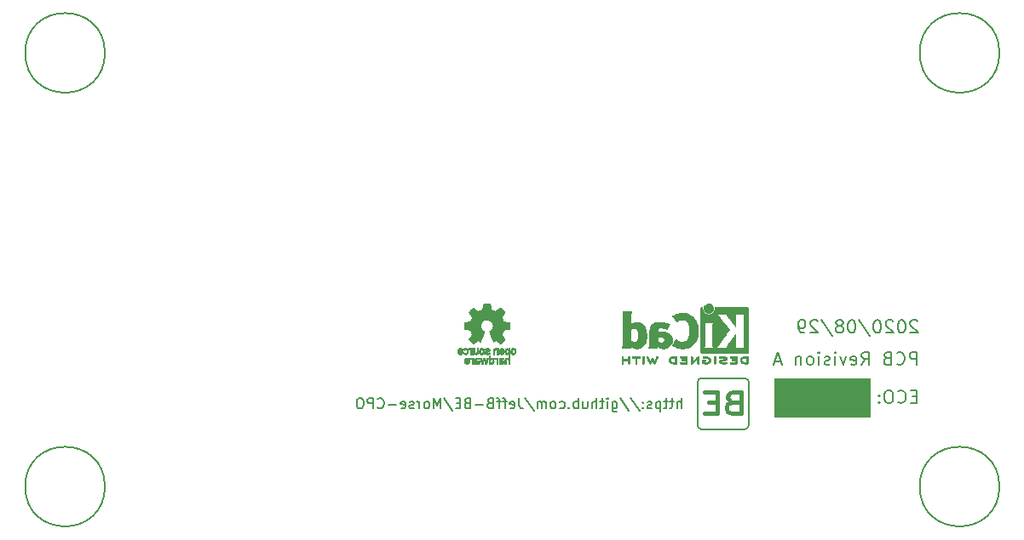
<source format=gbr>
G04 #@! TF.GenerationSoftware,KiCad,Pcbnew,(5.1.6)-1*
G04 #@! TF.CreationDate,2020-08-30T06:05:31-04:00*
G04 #@! TF.ProjectId,Twin-T_Code_Practice_Oscillator,5477696e-2d54-45f4-936f-64655f507261,A*
G04 #@! TF.SameCoordinates,Original*
G04 #@! TF.FileFunction,Legend,Bot*
G04 #@! TF.FilePolarity,Positive*
%FSLAX46Y46*%
G04 Gerber Fmt 4.6, Leading zero omitted, Abs format (unit mm)*
G04 Created by KiCad (PCBNEW (5.1.6)-1) date 2020-08-30 06:05:31*
%MOMM*%
%LPD*%
G01*
G04 APERTURE LIST*
%ADD10C,0.203200*%
%ADD11C,0.101600*%
%ADD12C,0.152400*%
%ADD13C,0.010000*%
%ADD14C,0.457200*%
G04 APERTURE END LIST*
D10*
X190126015Y-55940476D02*
X190065539Y-55880000D01*
X189944586Y-55819523D01*
X189642205Y-55819523D01*
X189521253Y-55880000D01*
X189460777Y-55940476D01*
X189400300Y-56061428D01*
X189400300Y-56182380D01*
X189460777Y-56363809D01*
X190186491Y-57089523D01*
X189400300Y-57089523D01*
X188614110Y-55819523D02*
X188493158Y-55819523D01*
X188372205Y-55880000D01*
X188311729Y-55940476D01*
X188251253Y-56061428D01*
X188190777Y-56303333D01*
X188190777Y-56605714D01*
X188251253Y-56847619D01*
X188311729Y-56968571D01*
X188372205Y-57029047D01*
X188493158Y-57089523D01*
X188614110Y-57089523D01*
X188735062Y-57029047D01*
X188795539Y-56968571D01*
X188856015Y-56847619D01*
X188916491Y-56605714D01*
X188916491Y-56303333D01*
X188856015Y-56061428D01*
X188795539Y-55940476D01*
X188735062Y-55880000D01*
X188614110Y-55819523D01*
X187706967Y-55940476D02*
X187646491Y-55880000D01*
X187525539Y-55819523D01*
X187223158Y-55819523D01*
X187102205Y-55880000D01*
X187041729Y-55940476D01*
X186981253Y-56061428D01*
X186981253Y-56182380D01*
X187041729Y-56363809D01*
X187767443Y-57089523D01*
X186981253Y-57089523D01*
X186195062Y-55819523D02*
X186074110Y-55819523D01*
X185953158Y-55880000D01*
X185892681Y-55940476D01*
X185832205Y-56061428D01*
X185771729Y-56303333D01*
X185771729Y-56605714D01*
X185832205Y-56847619D01*
X185892681Y-56968571D01*
X185953158Y-57029047D01*
X186074110Y-57089523D01*
X186195062Y-57089523D01*
X186316015Y-57029047D01*
X186376491Y-56968571D01*
X186436967Y-56847619D01*
X186497443Y-56605714D01*
X186497443Y-56303333D01*
X186436967Y-56061428D01*
X186376491Y-55940476D01*
X186316015Y-55880000D01*
X186195062Y-55819523D01*
X184320300Y-55759047D02*
X185408872Y-57391904D01*
X183655062Y-55819523D02*
X183534110Y-55819523D01*
X183413158Y-55880000D01*
X183352681Y-55940476D01*
X183292205Y-56061428D01*
X183231729Y-56303333D01*
X183231729Y-56605714D01*
X183292205Y-56847619D01*
X183352681Y-56968571D01*
X183413158Y-57029047D01*
X183534110Y-57089523D01*
X183655062Y-57089523D01*
X183776015Y-57029047D01*
X183836491Y-56968571D01*
X183896967Y-56847619D01*
X183957443Y-56605714D01*
X183957443Y-56303333D01*
X183896967Y-56061428D01*
X183836491Y-55940476D01*
X183776015Y-55880000D01*
X183655062Y-55819523D01*
X182506015Y-56363809D02*
X182626967Y-56303333D01*
X182687443Y-56242857D01*
X182747920Y-56121904D01*
X182747920Y-56061428D01*
X182687443Y-55940476D01*
X182626967Y-55880000D01*
X182506015Y-55819523D01*
X182264110Y-55819523D01*
X182143158Y-55880000D01*
X182082681Y-55940476D01*
X182022205Y-56061428D01*
X182022205Y-56121904D01*
X182082681Y-56242857D01*
X182143158Y-56303333D01*
X182264110Y-56363809D01*
X182506015Y-56363809D01*
X182626967Y-56424285D01*
X182687443Y-56484761D01*
X182747920Y-56605714D01*
X182747920Y-56847619D01*
X182687443Y-56968571D01*
X182626967Y-57029047D01*
X182506015Y-57089523D01*
X182264110Y-57089523D01*
X182143158Y-57029047D01*
X182082681Y-56968571D01*
X182022205Y-56847619D01*
X182022205Y-56605714D01*
X182082681Y-56484761D01*
X182143158Y-56424285D01*
X182264110Y-56363809D01*
X180570777Y-55759047D02*
X181659348Y-57391904D01*
X180207920Y-55940476D02*
X180147443Y-55880000D01*
X180026491Y-55819523D01*
X179724110Y-55819523D01*
X179603158Y-55880000D01*
X179542681Y-55940476D01*
X179482205Y-56061428D01*
X179482205Y-56182380D01*
X179542681Y-56363809D01*
X180268396Y-57089523D01*
X179482205Y-57089523D01*
X178877443Y-57089523D02*
X178635539Y-57089523D01*
X178514586Y-57029047D01*
X178454110Y-56968571D01*
X178333158Y-56787142D01*
X178272681Y-56545238D01*
X178272681Y-56061428D01*
X178333158Y-55940476D01*
X178393634Y-55880000D01*
X178514586Y-55819523D01*
X178756491Y-55819523D01*
X178877443Y-55880000D01*
X178937920Y-55940476D01*
X178998396Y-56061428D01*
X178998396Y-56363809D01*
X178937920Y-56484761D01*
X178877443Y-56545238D01*
X178756491Y-56605714D01*
X178514586Y-56605714D01*
X178393634Y-56545238D01*
X178333158Y-56484761D01*
X178272681Y-56363809D01*
X190065539Y-63409285D02*
X189642205Y-63409285D01*
X189460777Y-64074523D02*
X190065539Y-64074523D01*
X190065539Y-62804523D01*
X189460777Y-62804523D01*
X188190777Y-63953571D02*
X188251253Y-64014047D01*
X188432681Y-64074523D01*
X188553634Y-64074523D01*
X188735062Y-64014047D01*
X188856015Y-63893095D01*
X188916491Y-63772142D01*
X188976967Y-63530238D01*
X188976967Y-63348809D01*
X188916491Y-63106904D01*
X188856015Y-62985952D01*
X188735062Y-62865000D01*
X188553634Y-62804523D01*
X188432681Y-62804523D01*
X188251253Y-62865000D01*
X188190777Y-62925476D01*
X187404586Y-62804523D02*
X187162681Y-62804523D01*
X187041729Y-62865000D01*
X186920777Y-62985952D01*
X186860300Y-63227857D01*
X186860300Y-63651190D01*
X186920777Y-63893095D01*
X187041729Y-64014047D01*
X187162681Y-64074523D01*
X187404586Y-64074523D01*
X187525539Y-64014047D01*
X187646491Y-63893095D01*
X187706967Y-63651190D01*
X187706967Y-63227857D01*
X187646491Y-62985952D01*
X187525539Y-62865000D01*
X187404586Y-62804523D01*
X186316015Y-63953571D02*
X186255539Y-64014047D01*
X186316015Y-64074523D01*
X186376491Y-64014047D01*
X186316015Y-63953571D01*
X186316015Y-64074523D01*
X186316015Y-63288333D02*
X186255539Y-63348809D01*
X186316015Y-63409285D01*
X186376491Y-63348809D01*
X186316015Y-63288333D01*
X186316015Y-63409285D01*
D11*
G36*
X185420000Y-65405000D02*
G01*
X175895000Y-65405000D01*
X175895000Y-61595000D01*
X185420000Y-61595000D01*
X185420000Y-65405000D01*
G37*
X185420000Y-65405000D02*
X175895000Y-65405000D01*
X175895000Y-61595000D01*
X185420000Y-61595000D01*
X185420000Y-65405000D01*
D10*
X190065539Y-60264523D02*
X190065539Y-58994523D01*
X189581729Y-58994523D01*
X189460777Y-59055000D01*
X189400300Y-59115476D01*
X189339824Y-59236428D01*
X189339824Y-59417857D01*
X189400300Y-59538809D01*
X189460777Y-59599285D01*
X189581729Y-59659761D01*
X190065539Y-59659761D01*
X188069824Y-60143571D02*
X188130300Y-60204047D01*
X188311729Y-60264523D01*
X188432681Y-60264523D01*
X188614110Y-60204047D01*
X188735062Y-60083095D01*
X188795539Y-59962142D01*
X188856015Y-59720238D01*
X188856015Y-59538809D01*
X188795539Y-59296904D01*
X188735062Y-59175952D01*
X188614110Y-59055000D01*
X188432681Y-58994523D01*
X188311729Y-58994523D01*
X188130300Y-59055000D01*
X188069824Y-59115476D01*
X187102205Y-59599285D02*
X186920777Y-59659761D01*
X186860300Y-59720238D01*
X186799824Y-59841190D01*
X186799824Y-60022619D01*
X186860300Y-60143571D01*
X186920777Y-60204047D01*
X187041729Y-60264523D01*
X187525539Y-60264523D01*
X187525539Y-58994523D01*
X187102205Y-58994523D01*
X186981253Y-59055000D01*
X186920777Y-59115476D01*
X186860300Y-59236428D01*
X186860300Y-59357380D01*
X186920777Y-59478333D01*
X186981253Y-59538809D01*
X187102205Y-59599285D01*
X187525539Y-59599285D01*
X184562205Y-60264523D02*
X184985539Y-59659761D01*
X185287920Y-60264523D02*
X185287920Y-58994523D01*
X184804110Y-58994523D01*
X184683158Y-59055000D01*
X184622681Y-59115476D01*
X184562205Y-59236428D01*
X184562205Y-59417857D01*
X184622681Y-59538809D01*
X184683158Y-59599285D01*
X184804110Y-59659761D01*
X185287920Y-59659761D01*
X183534110Y-60204047D02*
X183655062Y-60264523D01*
X183896967Y-60264523D01*
X184017920Y-60204047D01*
X184078396Y-60083095D01*
X184078396Y-59599285D01*
X184017920Y-59478333D01*
X183896967Y-59417857D01*
X183655062Y-59417857D01*
X183534110Y-59478333D01*
X183473634Y-59599285D01*
X183473634Y-59720238D01*
X184078396Y-59841190D01*
X183050300Y-59417857D02*
X182747920Y-60264523D01*
X182445539Y-59417857D01*
X181961729Y-60264523D02*
X181961729Y-59417857D01*
X181961729Y-58994523D02*
X182022205Y-59055000D01*
X181961729Y-59115476D01*
X181901253Y-59055000D01*
X181961729Y-58994523D01*
X181961729Y-59115476D01*
X181417443Y-60204047D02*
X181296491Y-60264523D01*
X181054586Y-60264523D01*
X180933634Y-60204047D01*
X180873158Y-60083095D01*
X180873158Y-60022619D01*
X180933634Y-59901666D01*
X181054586Y-59841190D01*
X181236015Y-59841190D01*
X181356967Y-59780714D01*
X181417443Y-59659761D01*
X181417443Y-59599285D01*
X181356967Y-59478333D01*
X181236015Y-59417857D01*
X181054586Y-59417857D01*
X180933634Y-59478333D01*
X180328872Y-60264523D02*
X180328872Y-59417857D01*
X180328872Y-58994523D02*
X180389348Y-59055000D01*
X180328872Y-59115476D01*
X180268396Y-59055000D01*
X180328872Y-58994523D01*
X180328872Y-59115476D01*
X179542681Y-60264523D02*
X179663634Y-60204047D01*
X179724110Y-60143571D01*
X179784586Y-60022619D01*
X179784586Y-59659761D01*
X179724110Y-59538809D01*
X179663634Y-59478333D01*
X179542681Y-59417857D01*
X179361253Y-59417857D01*
X179240300Y-59478333D01*
X179179824Y-59538809D01*
X179119348Y-59659761D01*
X179119348Y-60022619D01*
X179179824Y-60143571D01*
X179240300Y-60204047D01*
X179361253Y-60264523D01*
X179542681Y-60264523D01*
X178575062Y-59417857D02*
X178575062Y-60264523D01*
X178575062Y-59538809D02*
X178514586Y-59478333D01*
X178393634Y-59417857D01*
X178212205Y-59417857D01*
X178091253Y-59478333D01*
X178030777Y-59599285D01*
X178030777Y-60264523D01*
X176518872Y-59901666D02*
X175914110Y-59901666D01*
X176639824Y-60264523D02*
X176216491Y-58994523D01*
X175793158Y-60264523D01*
D12*
X166664035Y-64594619D02*
X166664035Y-63578619D01*
X166228606Y-64594619D02*
X166228606Y-64062428D01*
X166276987Y-63965666D01*
X166373749Y-63917285D01*
X166518892Y-63917285D01*
X166615654Y-63965666D01*
X166664035Y-64014047D01*
X165889940Y-63917285D02*
X165502892Y-63917285D01*
X165744797Y-63578619D02*
X165744797Y-64449476D01*
X165696416Y-64546238D01*
X165599654Y-64594619D01*
X165502892Y-64594619D01*
X165309368Y-63917285D02*
X164922320Y-63917285D01*
X165164225Y-63578619D02*
X165164225Y-64449476D01*
X165115844Y-64546238D01*
X165019082Y-64594619D01*
X164922320Y-64594619D01*
X164583654Y-63917285D02*
X164583654Y-64933285D01*
X164583654Y-63965666D02*
X164486892Y-63917285D01*
X164293368Y-63917285D01*
X164196606Y-63965666D01*
X164148225Y-64014047D01*
X164099844Y-64110809D01*
X164099844Y-64401095D01*
X164148225Y-64497857D01*
X164196606Y-64546238D01*
X164293368Y-64594619D01*
X164486892Y-64594619D01*
X164583654Y-64546238D01*
X163712797Y-64546238D02*
X163616035Y-64594619D01*
X163422511Y-64594619D01*
X163325749Y-64546238D01*
X163277368Y-64449476D01*
X163277368Y-64401095D01*
X163325749Y-64304333D01*
X163422511Y-64255952D01*
X163567654Y-64255952D01*
X163664416Y-64207571D01*
X163712797Y-64110809D01*
X163712797Y-64062428D01*
X163664416Y-63965666D01*
X163567654Y-63917285D01*
X163422511Y-63917285D01*
X163325749Y-63965666D01*
X162841940Y-64497857D02*
X162793559Y-64546238D01*
X162841940Y-64594619D01*
X162890320Y-64546238D01*
X162841940Y-64497857D01*
X162841940Y-64594619D01*
X162841940Y-63965666D02*
X162793559Y-64014047D01*
X162841940Y-64062428D01*
X162890320Y-64014047D01*
X162841940Y-63965666D01*
X162841940Y-64062428D01*
X161632416Y-63530238D02*
X162503273Y-64836523D01*
X160568035Y-63530238D02*
X161438892Y-64836523D01*
X159793940Y-63917285D02*
X159793940Y-64739761D01*
X159842320Y-64836523D01*
X159890701Y-64884904D01*
X159987463Y-64933285D01*
X160132606Y-64933285D01*
X160229368Y-64884904D01*
X159793940Y-64546238D02*
X159890701Y-64594619D01*
X160084225Y-64594619D01*
X160180987Y-64546238D01*
X160229368Y-64497857D01*
X160277749Y-64401095D01*
X160277749Y-64110809D01*
X160229368Y-64014047D01*
X160180987Y-63965666D01*
X160084225Y-63917285D01*
X159890701Y-63917285D01*
X159793940Y-63965666D01*
X159310130Y-64594619D02*
X159310130Y-63917285D01*
X159310130Y-63578619D02*
X159358511Y-63627000D01*
X159310130Y-63675380D01*
X159261749Y-63627000D01*
X159310130Y-63578619D01*
X159310130Y-63675380D01*
X158971463Y-63917285D02*
X158584416Y-63917285D01*
X158826320Y-63578619D02*
X158826320Y-64449476D01*
X158777940Y-64546238D01*
X158681178Y-64594619D01*
X158584416Y-64594619D01*
X158245749Y-64594619D02*
X158245749Y-63578619D01*
X157810320Y-64594619D02*
X157810320Y-64062428D01*
X157858701Y-63965666D01*
X157955463Y-63917285D01*
X158100606Y-63917285D01*
X158197368Y-63965666D01*
X158245749Y-64014047D01*
X156891082Y-63917285D02*
X156891082Y-64594619D01*
X157326511Y-63917285D02*
X157326511Y-64449476D01*
X157278130Y-64546238D01*
X157181368Y-64594619D01*
X157036225Y-64594619D01*
X156939463Y-64546238D01*
X156891082Y-64497857D01*
X156407273Y-64594619D02*
X156407273Y-63578619D01*
X156407273Y-63965666D02*
X156310511Y-63917285D01*
X156116987Y-63917285D01*
X156020225Y-63965666D01*
X155971844Y-64014047D01*
X155923463Y-64110809D01*
X155923463Y-64401095D01*
X155971844Y-64497857D01*
X156020225Y-64546238D01*
X156116987Y-64594619D01*
X156310511Y-64594619D01*
X156407273Y-64546238D01*
X155488035Y-64497857D02*
X155439654Y-64546238D01*
X155488035Y-64594619D01*
X155536416Y-64546238D01*
X155488035Y-64497857D01*
X155488035Y-64594619D01*
X154568797Y-64546238D02*
X154665559Y-64594619D01*
X154859082Y-64594619D01*
X154955844Y-64546238D01*
X155004225Y-64497857D01*
X155052606Y-64401095D01*
X155052606Y-64110809D01*
X155004225Y-64014047D01*
X154955844Y-63965666D01*
X154859082Y-63917285D01*
X154665559Y-63917285D01*
X154568797Y-63965666D01*
X153988225Y-64594619D02*
X154084987Y-64546238D01*
X154133368Y-64497857D01*
X154181749Y-64401095D01*
X154181749Y-64110809D01*
X154133368Y-64014047D01*
X154084987Y-63965666D01*
X153988225Y-63917285D01*
X153843082Y-63917285D01*
X153746320Y-63965666D01*
X153697940Y-64014047D01*
X153649559Y-64110809D01*
X153649559Y-64401095D01*
X153697940Y-64497857D01*
X153746320Y-64546238D01*
X153843082Y-64594619D01*
X153988225Y-64594619D01*
X153214130Y-64594619D02*
X153214130Y-63917285D01*
X153214130Y-64014047D02*
X153165749Y-63965666D01*
X153068987Y-63917285D01*
X152923844Y-63917285D01*
X152827082Y-63965666D01*
X152778701Y-64062428D01*
X152778701Y-64594619D01*
X152778701Y-64062428D02*
X152730320Y-63965666D01*
X152633559Y-63917285D01*
X152488416Y-63917285D01*
X152391654Y-63965666D01*
X152343273Y-64062428D01*
X152343273Y-64594619D01*
X151133749Y-63530238D02*
X152004606Y-64836523D01*
X150504797Y-63578619D02*
X150504797Y-64304333D01*
X150553178Y-64449476D01*
X150649940Y-64546238D01*
X150795082Y-64594619D01*
X150891844Y-64594619D01*
X149633940Y-64546238D02*
X149730701Y-64594619D01*
X149924225Y-64594619D01*
X150020987Y-64546238D01*
X150069368Y-64449476D01*
X150069368Y-64062428D01*
X150020987Y-63965666D01*
X149924225Y-63917285D01*
X149730701Y-63917285D01*
X149633940Y-63965666D01*
X149585559Y-64062428D01*
X149585559Y-64159190D01*
X150069368Y-64255952D01*
X149295273Y-63917285D02*
X148908225Y-63917285D01*
X149150130Y-64594619D02*
X149150130Y-63723761D01*
X149101749Y-63627000D01*
X149004987Y-63578619D01*
X148908225Y-63578619D01*
X148714701Y-63917285D02*
X148327654Y-63917285D01*
X148569559Y-64594619D02*
X148569559Y-63723761D01*
X148521178Y-63627000D01*
X148424416Y-63578619D01*
X148327654Y-63578619D01*
X147650320Y-64062428D02*
X147505178Y-64110809D01*
X147456797Y-64159190D01*
X147408416Y-64255952D01*
X147408416Y-64401095D01*
X147456797Y-64497857D01*
X147505178Y-64546238D01*
X147601940Y-64594619D01*
X147988987Y-64594619D01*
X147988987Y-63578619D01*
X147650320Y-63578619D01*
X147553559Y-63627000D01*
X147505178Y-63675380D01*
X147456797Y-63772142D01*
X147456797Y-63868904D01*
X147505178Y-63965666D01*
X147553559Y-64014047D01*
X147650320Y-64062428D01*
X147988987Y-64062428D01*
X146972987Y-64207571D02*
X146198892Y-64207571D01*
X145376416Y-64062428D02*
X145231273Y-64110809D01*
X145182892Y-64159190D01*
X145134511Y-64255952D01*
X145134511Y-64401095D01*
X145182892Y-64497857D01*
X145231273Y-64546238D01*
X145328035Y-64594619D01*
X145715082Y-64594619D01*
X145715082Y-63578619D01*
X145376416Y-63578619D01*
X145279654Y-63627000D01*
X145231273Y-63675380D01*
X145182892Y-63772142D01*
X145182892Y-63868904D01*
X145231273Y-63965666D01*
X145279654Y-64014047D01*
X145376416Y-64062428D01*
X145715082Y-64062428D01*
X144699082Y-64062428D02*
X144360416Y-64062428D01*
X144215273Y-64594619D02*
X144699082Y-64594619D01*
X144699082Y-63578619D01*
X144215273Y-63578619D01*
X143054130Y-63530238D02*
X143924987Y-64836523D01*
X142715463Y-64594619D02*
X142715463Y-63578619D01*
X142376797Y-64304333D01*
X142038130Y-63578619D01*
X142038130Y-64594619D01*
X141409178Y-64594619D02*
X141505940Y-64546238D01*
X141554320Y-64497857D01*
X141602701Y-64401095D01*
X141602701Y-64110809D01*
X141554320Y-64014047D01*
X141505940Y-63965666D01*
X141409178Y-63917285D01*
X141264035Y-63917285D01*
X141167273Y-63965666D01*
X141118892Y-64014047D01*
X141070511Y-64110809D01*
X141070511Y-64401095D01*
X141118892Y-64497857D01*
X141167273Y-64546238D01*
X141264035Y-64594619D01*
X141409178Y-64594619D01*
X140635082Y-64594619D02*
X140635082Y-63917285D01*
X140635082Y-64110809D02*
X140586701Y-64014047D01*
X140538320Y-63965666D01*
X140441559Y-63917285D01*
X140344797Y-63917285D01*
X140054511Y-64546238D02*
X139957749Y-64594619D01*
X139764225Y-64594619D01*
X139667463Y-64546238D01*
X139619082Y-64449476D01*
X139619082Y-64401095D01*
X139667463Y-64304333D01*
X139764225Y-64255952D01*
X139909368Y-64255952D01*
X140006130Y-64207571D01*
X140054511Y-64110809D01*
X140054511Y-64062428D01*
X140006130Y-63965666D01*
X139909368Y-63917285D01*
X139764225Y-63917285D01*
X139667463Y-63965666D01*
X138796606Y-64546238D02*
X138893368Y-64594619D01*
X139086892Y-64594619D01*
X139183654Y-64546238D01*
X139232035Y-64449476D01*
X139232035Y-64062428D01*
X139183654Y-63965666D01*
X139086892Y-63917285D01*
X138893368Y-63917285D01*
X138796606Y-63965666D01*
X138748225Y-64062428D01*
X138748225Y-64159190D01*
X139232035Y-64255952D01*
X138312797Y-64207571D02*
X137538701Y-64207571D01*
X136474320Y-64497857D02*
X136522701Y-64546238D01*
X136667844Y-64594619D01*
X136764606Y-64594619D01*
X136909749Y-64546238D01*
X137006511Y-64449476D01*
X137054892Y-64352714D01*
X137103273Y-64159190D01*
X137103273Y-64014047D01*
X137054892Y-63820523D01*
X137006511Y-63723761D01*
X136909749Y-63627000D01*
X136764606Y-63578619D01*
X136667844Y-63578619D01*
X136522701Y-63627000D01*
X136474320Y-63675380D01*
X136038892Y-64594619D02*
X136038892Y-63578619D01*
X135651844Y-63578619D01*
X135555082Y-63627000D01*
X135506701Y-63675380D01*
X135458320Y-63772142D01*
X135458320Y-63917285D01*
X135506701Y-64014047D01*
X135555082Y-64062428D01*
X135651844Y-64110809D01*
X136038892Y-64110809D01*
X134829368Y-63578619D02*
X134635844Y-63578619D01*
X134539082Y-63627000D01*
X134442320Y-63723761D01*
X134393940Y-63917285D01*
X134393940Y-64255952D01*
X134442320Y-64449476D01*
X134539082Y-64546238D01*
X134635844Y-64594619D01*
X134829368Y-64594619D01*
X134926130Y-64546238D01*
X135022892Y-64449476D01*
X135071273Y-64255952D01*
X135071273Y-63917285D01*
X135022892Y-63723761D01*
X134926130Y-63627000D01*
X134829368Y-63578619D01*
X198272400Y-29210000D02*
G75*
G03*
X198272400Y-29210000I-3962400J0D01*
G01*
X198272400Y-72390000D02*
G75*
G03*
X198272400Y-72390000I-3962400J0D01*
G01*
X109372400Y-72390000D02*
G75*
G03*
X109372400Y-72390000I-3962400J0D01*
G01*
X109372400Y-29210000D02*
G75*
G03*
X109372400Y-29210000I-3962400J0D01*
G01*
D13*
G36*
X149228759Y-58619184D02*
G01*
X149202247Y-58632282D01*
X149169553Y-58655106D01*
X149145725Y-58679996D01*
X149129406Y-58711249D01*
X149119240Y-58753166D01*
X149113872Y-58810044D01*
X149111944Y-58886184D01*
X149111831Y-58918917D01*
X149112161Y-58990656D01*
X149113527Y-59041927D01*
X149116500Y-59077404D01*
X149121649Y-59101763D01*
X149129543Y-59119680D01*
X149137757Y-59131902D01*
X149190187Y-59183905D01*
X149251930Y-59215184D01*
X149318536Y-59224592D01*
X149385558Y-59210980D01*
X149406792Y-59201354D01*
X149457624Y-59174859D01*
X149457624Y-59590052D01*
X149420525Y-59570868D01*
X149371643Y-59556025D01*
X149311561Y-59552222D01*
X149251564Y-59559243D01*
X149206256Y-59575013D01*
X149168675Y-59605047D01*
X149136564Y-59648024D01*
X149134150Y-59652436D01*
X149123967Y-59673221D01*
X149116530Y-59694170D01*
X149111411Y-59719548D01*
X149108181Y-59753618D01*
X149106413Y-59800641D01*
X149105677Y-59864882D01*
X149105544Y-59937176D01*
X149105544Y-60167822D01*
X149243861Y-60167822D01*
X149243861Y-59742533D01*
X149282549Y-59709979D01*
X149322738Y-59683940D01*
X149360797Y-59679205D01*
X149399066Y-59691389D01*
X149419462Y-59703320D01*
X149434642Y-59720313D01*
X149445438Y-59745995D01*
X149452683Y-59783991D01*
X149457208Y-59837926D01*
X149459844Y-59911425D01*
X149460772Y-59960347D01*
X149463911Y-60161535D01*
X149529926Y-60165336D01*
X149595940Y-60169136D01*
X149595940Y-58920650D01*
X149457624Y-58920650D01*
X149454097Y-58990254D01*
X149442215Y-59038569D01*
X149420020Y-59068631D01*
X149385559Y-59083471D01*
X149350742Y-59086436D01*
X149311329Y-59083028D01*
X149285171Y-59069617D01*
X149268814Y-59051896D01*
X149255937Y-59032835D01*
X149248272Y-59011601D01*
X149244861Y-58981849D01*
X149244749Y-58937236D01*
X149245897Y-58899880D01*
X149248532Y-58843604D01*
X149252456Y-58806658D01*
X149259063Y-58783223D01*
X149269749Y-58767480D01*
X149279833Y-58758380D01*
X149321970Y-58738537D01*
X149371840Y-58735332D01*
X149400476Y-58742168D01*
X149428828Y-58766464D01*
X149447609Y-58813728D01*
X149456712Y-58883624D01*
X149457624Y-58920650D01*
X149595940Y-58920650D01*
X149595940Y-58608614D01*
X149526782Y-58608614D01*
X149485260Y-58610256D01*
X149463838Y-58616087D01*
X149457626Y-58627461D01*
X149457624Y-58627798D01*
X149454742Y-58638938D01*
X149442030Y-58637673D01*
X149416757Y-58625433D01*
X149357869Y-58606707D01*
X149291615Y-58604739D01*
X149228759Y-58619184D01*
G37*
X149228759Y-58619184D02*
X149202247Y-58632282D01*
X149169553Y-58655106D01*
X149145725Y-58679996D01*
X149129406Y-58711249D01*
X149119240Y-58753166D01*
X149113872Y-58810044D01*
X149111944Y-58886184D01*
X149111831Y-58918917D01*
X149112161Y-58990656D01*
X149113527Y-59041927D01*
X149116500Y-59077404D01*
X149121649Y-59101763D01*
X149129543Y-59119680D01*
X149137757Y-59131902D01*
X149190187Y-59183905D01*
X149251930Y-59215184D01*
X149318536Y-59224592D01*
X149385558Y-59210980D01*
X149406792Y-59201354D01*
X149457624Y-59174859D01*
X149457624Y-59590052D01*
X149420525Y-59570868D01*
X149371643Y-59556025D01*
X149311561Y-59552222D01*
X149251564Y-59559243D01*
X149206256Y-59575013D01*
X149168675Y-59605047D01*
X149136564Y-59648024D01*
X149134150Y-59652436D01*
X149123967Y-59673221D01*
X149116530Y-59694170D01*
X149111411Y-59719548D01*
X149108181Y-59753618D01*
X149106413Y-59800641D01*
X149105677Y-59864882D01*
X149105544Y-59937176D01*
X149105544Y-60167822D01*
X149243861Y-60167822D01*
X149243861Y-59742533D01*
X149282549Y-59709979D01*
X149322738Y-59683940D01*
X149360797Y-59679205D01*
X149399066Y-59691389D01*
X149419462Y-59703320D01*
X149434642Y-59720313D01*
X149445438Y-59745995D01*
X149452683Y-59783991D01*
X149457208Y-59837926D01*
X149459844Y-59911425D01*
X149460772Y-59960347D01*
X149463911Y-60161535D01*
X149529926Y-60165336D01*
X149595940Y-60169136D01*
X149595940Y-58920650D01*
X149457624Y-58920650D01*
X149454097Y-58990254D01*
X149442215Y-59038569D01*
X149420020Y-59068631D01*
X149385559Y-59083471D01*
X149350742Y-59086436D01*
X149311329Y-59083028D01*
X149285171Y-59069617D01*
X149268814Y-59051896D01*
X149255937Y-59032835D01*
X149248272Y-59011601D01*
X149244861Y-58981849D01*
X149244749Y-58937236D01*
X149245897Y-58899880D01*
X149248532Y-58843604D01*
X149252456Y-58806658D01*
X149259063Y-58783223D01*
X149269749Y-58767480D01*
X149279833Y-58758380D01*
X149321970Y-58738537D01*
X149371840Y-58735332D01*
X149400476Y-58742168D01*
X149428828Y-58766464D01*
X149447609Y-58813728D01*
X149456712Y-58883624D01*
X149457624Y-58920650D01*
X149595940Y-58920650D01*
X149595940Y-58608614D01*
X149526782Y-58608614D01*
X149485260Y-58610256D01*
X149463838Y-58616087D01*
X149457626Y-58627461D01*
X149457624Y-58627798D01*
X149454742Y-58638938D01*
X149442030Y-58637673D01*
X149416757Y-58625433D01*
X149357869Y-58606707D01*
X149291615Y-58604739D01*
X149228759Y-58619184D01*
G36*
X148704210Y-59556555D02*
G01*
X148645055Y-59572339D01*
X148600023Y-59600948D01*
X148568246Y-59638419D01*
X148558366Y-59654411D01*
X148551073Y-59671163D01*
X148545974Y-59692592D01*
X148542679Y-59722616D01*
X148540797Y-59765154D01*
X148539937Y-59824122D01*
X148539707Y-59903440D01*
X148539703Y-59924484D01*
X148539703Y-60167822D01*
X148600059Y-60167822D01*
X148638557Y-60165126D01*
X148667023Y-60158295D01*
X148674155Y-60154083D01*
X148693652Y-60146813D01*
X148713566Y-60154083D01*
X148746353Y-60163160D01*
X148793978Y-60166813D01*
X148846764Y-60165228D01*
X148895036Y-60158589D01*
X148923218Y-60150072D01*
X148977753Y-60115063D01*
X149011835Y-60066479D01*
X149027157Y-60001882D01*
X149027299Y-60000223D01*
X149025955Y-59971566D01*
X148904356Y-59971566D01*
X148893726Y-60004161D01*
X148876410Y-60022505D01*
X148841652Y-60036379D01*
X148795773Y-60041917D01*
X148748988Y-60039191D01*
X148711514Y-60028274D01*
X148701015Y-60021269D01*
X148682668Y-59988904D01*
X148678020Y-59952111D01*
X148678020Y-59903763D01*
X148747582Y-59903763D01*
X148813667Y-59908850D01*
X148863764Y-59923263D01*
X148894929Y-59945729D01*
X148904356Y-59971566D01*
X149025955Y-59971566D01*
X149023987Y-59929647D01*
X149000710Y-59873845D01*
X148956948Y-59831647D01*
X148950899Y-59827808D01*
X148924907Y-59815309D01*
X148892735Y-59807740D01*
X148847760Y-59804061D01*
X148794331Y-59803216D01*
X148678020Y-59803169D01*
X148678020Y-59754411D01*
X148682953Y-59716581D01*
X148695543Y-59691236D01*
X148697017Y-59689887D01*
X148725034Y-59678800D01*
X148767326Y-59674503D01*
X148814064Y-59676615D01*
X148855418Y-59684756D01*
X148879957Y-59696965D01*
X148893253Y-59706746D01*
X148907294Y-59708613D01*
X148926671Y-59700600D01*
X148955976Y-59680739D01*
X148999803Y-59647063D01*
X149003825Y-59643909D01*
X149001764Y-59632236D01*
X148984568Y-59612822D01*
X148958433Y-59591248D01*
X148929552Y-59573096D01*
X148920478Y-59568809D01*
X148887380Y-59560256D01*
X148838880Y-59554155D01*
X148784695Y-59551708D01*
X148782161Y-59551703D01*
X148704210Y-59556555D01*
G37*
X148704210Y-59556555D02*
X148645055Y-59572339D01*
X148600023Y-59600948D01*
X148568246Y-59638419D01*
X148558366Y-59654411D01*
X148551073Y-59671163D01*
X148545974Y-59692592D01*
X148542679Y-59722616D01*
X148540797Y-59765154D01*
X148539937Y-59824122D01*
X148539707Y-59903440D01*
X148539703Y-59924484D01*
X148539703Y-60167822D01*
X148600059Y-60167822D01*
X148638557Y-60165126D01*
X148667023Y-60158295D01*
X148674155Y-60154083D01*
X148693652Y-60146813D01*
X148713566Y-60154083D01*
X148746353Y-60163160D01*
X148793978Y-60166813D01*
X148846764Y-60165228D01*
X148895036Y-60158589D01*
X148923218Y-60150072D01*
X148977753Y-60115063D01*
X149011835Y-60066479D01*
X149027157Y-60001882D01*
X149027299Y-60000223D01*
X149025955Y-59971566D01*
X148904356Y-59971566D01*
X148893726Y-60004161D01*
X148876410Y-60022505D01*
X148841652Y-60036379D01*
X148795773Y-60041917D01*
X148748988Y-60039191D01*
X148711514Y-60028274D01*
X148701015Y-60021269D01*
X148682668Y-59988904D01*
X148678020Y-59952111D01*
X148678020Y-59903763D01*
X148747582Y-59903763D01*
X148813667Y-59908850D01*
X148863764Y-59923263D01*
X148894929Y-59945729D01*
X148904356Y-59971566D01*
X149025955Y-59971566D01*
X149023987Y-59929647D01*
X149000710Y-59873845D01*
X148956948Y-59831647D01*
X148950899Y-59827808D01*
X148924907Y-59815309D01*
X148892735Y-59807740D01*
X148847760Y-59804061D01*
X148794331Y-59803216D01*
X148678020Y-59803169D01*
X148678020Y-59754411D01*
X148682953Y-59716581D01*
X148695543Y-59691236D01*
X148697017Y-59689887D01*
X148725034Y-59678800D01*
X148767326Y-59674503D01*
X148814064Y-59676615D01*
X148855418Y-59684756D01*
X148879957Y-59696965D01*
X148893253Y-59706746D01*
X148907294Y-59708613D01*
X148926671Y-59700600D01*
X148955976Y-59680739D01*
X148999803Y-59647063D01*
X149003825Y-59643909D01*
X149001764Y-59632236D01*
X148984568Y-59612822D01*
X148958433Y-59591248D01*
X148929552Y-59573096D01*
X148920478Y-59568809D01*
X148887380Y-59560256D01*
X148838880Y-59554155D01*
X148784695Y-59551708D01*
X148782161Y-59551703D01*
X148704210Y-59556555D01*
G36*
X148313356Y-59553020D02*
G01*
X148294539Y-59558660D01*
X148288473Y-59571053D01*
X148288218Y-59576647D01*
X148287129Y-59592230D01*
X148279632Y-59594676D01*
X148259381Y-59583993D01*
X148247351Y-59576694D01*
X148209400Y-59561063D01*
X148164072Y-59553334D01*
X148116544Y-59552740D01*
X148071995Y-59558513D01*
X148035602Y-59569884D01*
X148012543Y-59586088D01*
X148007996Y-59606355D01*
X148010291Y-59611843D01*
X148027020Y-59634626D01*
X148052963Y-59662647D01*
X148057655Y-59667177D01*
X148082383Y-59688005D01*
X148103718Y-59694735D01*
X148133555Y-59690038D01*
X148145508Y-59686917D01*
X148182705Y-59679421D01*
X148208859Y-59682792D01*
X148230946Y-59694681D01*
X148251178Y-59710635D01*
X148266079Y-59730700D01*
X148276434Y-59758702D01*
X148283029Y-59798467D01*
X148286649Y-59853823D01*
X148288078Y-59928594D01*
X148288218Y-59973740D01*
X148288218Y-60167822D01*
X148413960Y-60167822D01*
X148413960Y-59551683D01*
X148351089Y-59551683D01*
X148313356Y-59553020D01*
G37*
X148313356Y-59553020D02*
X148294539Y-59558660D01*
X148288473Y-59571053D01*
X148288218Y-59576647D01*
X148287129Y-59592230D01*
X148279632Y-59594676D01*
X148259381Y-59583993D01*
X148247351Y-59576694D01*
X148209400Y-59561063D01*
X148164072Y-59553334D01*
X148116544Y-59552740D01*
X148071995Y-59558513D01*
X148035602Y-59569884D01*
X148012543Y-59586088D01*
X148007996Y-59606355D01*
X148010291Y-59611843D01*
X148027020Y-59634626D01*
X148052963Y-59662647D01*
X148057655Y-59667177D01*
X148082383Y-59688005D01*
X148103718Y-59694735D01*
X148133555Y-59690038D01*
X148145508Y-59686917D01*
X148182705Y-59679421D01*
X148208859Y-59682792D01*
X148230946Y-59694681D01*
X148251178Y-59710635D01*
X148266079Y-59730700D01*
X148276434Y-59758702D01*
X148283029Y-59798467D01*
X148286649Y-59853823D01*
X148288078Y-59928594D01*
X148288218Y-59973740D01*
X148288218Y-60167822D01*
X148413960Y-60167822D01*
X148413960Y-59551683D01*
X148351089Y-59551683D01*
X148313356Y-59553020D01*
G36*
X147521188Y-60167822D02*
G01*
X147590346Y-60167822D01*
X147630488Y-60166645D01*
X147651394Y-60161772D01*
X147658922Y-60151186D01*
X147659505Y-60144029D01*
X147660774Y-60129676D01*
X147668779Y-60126923D01*
X147689815Y-60135771D01*
X147706173Y-60144029D01*
X147768977Y-60163597D01*
X147837248Y-60164729D01*
X147892752Y-60150135D01*
X147944438Y-60114877D01*
X147983838Y-60062835D01*
X148005413Y-60001450D01*
X148005962Y-59998018D01*
X148009167Y-59960571D01*
X148010761Y-59906813D01*
X148010633Y-59866155D01*
X147873279Y-59866155D01*
X147870097Y-59920194D01*
X147862859Y-59964735D01*
X147853060Y-59989888D01*
X147815989Y-60024260D01*
X147771974Y-60036582D01*
X147726584Y-60026618D01*
X147687797Y-59996895D01*
X147673108Y-59976905D01*
X147664519Y-59953050D01*
X147660496Y-59918230D01*
X147659505Y-59865930D01*
X147661278Y-59814139D01*
X147665963Y-59768634D01*
X147672603Y-59738181D01*
X147673710Y-59735452D01*
X147700491Y-59703000D01*
X147739579Y-59685183D01*
X147783315Y-59682306D01*
X147824038Y-59694674D01*
X147854087Y-59722593D01*
X147857204Y-59728148D01*
X147866961Y-59762022D01*
X147872277Y-59810728D01*
X147873279Y-59866155D01*
X148010633Y-59866155D01*
X148010568Y-59845540D01*
X148009664Y-59812563D01*
X148003514Y-59730981D01*
X147990733Y-59669730D01*
X147969471Y-59624449D01*
X147937878Y-59590779D01*
X147907207Y-59571014D01*
X147864354Y-59557120D01*
X147811056Y-59552354D01*
X147756480Y-59556236D01*
X147709792Y-59568282D01*
X147685124Y-59582693D01*
X147659505Y-59605878D01*
X147659505Y-59312773D01*
X147521188Y-59312773D01*
X147521188Y-60167822D01*
G37*
X147521188Y-60167822D02*
X147590346Y-60167822D01*
X147630488Y-60166645D01*
X147651394Y-60161772D01*
X147658922Y-60151186D01*
X147659505Y-60144029D01*
X147660774Y-60129676D01*
X147668779Y-60126923D01*
X147689815Y-60135771D01*
X147706173Y-60144029D01*
X147768977Y-60163597D01*
X147837248Y-60164729D01*
X147892752Y-60150135D01*
X147944438Y-60114877D01*
X147983838Y-60062835D01*
X148005413Y-60001450D01*
X148005962Y-59998018D01*
X148009167Y-59960571D01*
X148010761Y-59906813D01*
X148010633Y-59866155D01*
X147873279Y-59866155D01*
X147870097Y-59920194D01*
X147862859Y-59964735D01*
X147853060Y-59989888D01*
X147815989Y-60024260D01*
X147771974Y-60036582D01*
X147726584Y-60026618D01*
X147687797Y-59996895D01*
X147673108Y-59976905D01*
X147664519Y-59953050D01*
X147660496Y-59918230D01*
X147659505Y-59865930D01*
X147661278Y-59814139D01*
X147665963Y-59768634D01*
X147672603Y-59738181D01*
X147673710Y-59735452D01*
X147700491Y-59703000D01*
X147739579Y-59685183D01*
X147783315Y-59682306D01*
X147824038Y-59694674D01*
X147854087Y-59722593D01*
X147857204Y-59728148D01*
X147866961Y-59762022D01*
X147872277Y-59810728D01*
X147873279Y-59866155D01*
X148010633Y-59866155D01*
X148010568Y-59845540D01*
X148009664Y-59812563D01*
X148003514Y-59730981D01*
X147990733Y-59669730D01*
X147969471Y-59624449D01*
X147937878Y-59590779D01*
X147907207Y-59571014D01*
X147864354Y-59557120D01*
X147811056Y-59552354D01*
X147756480Y-59556236D01*
X147709792Y-59568282D01*
X147685124Y-59582693D01*
X147659505Y-59605878D01*
X147659505Y-59312773D01*
X147521188Y-59312773D01*
X147521188Y-60167822D01*
G36*
X147038476Y-59554237D02*
G01*
X146988745Y-59557971D01*
X146858709Y-59947773D01*
X146838322Y-59878614D01*
X146826054Y-59835874D01*
X146809915Y-59778115D01*
X146792488Y-59714625D01*
X146783274Y-59680570D01*
X146748612Y-59551683D01*
X146605609Y-59551683D01*
X146648354Y-59686857D01*
X146669404Y-59753342D01*
X146694833Y-59833539D01*
X146721390Y-59917193D01*
X146745098Y-59991782D01*
X146799098Y-60161535D01*
X146857402Y-60165328D01*
X146915705Y-60169122D01*
X146947321Y-60064734D01*
X146966818Y-59999889D01*
X146988096Y-59928400D01*
X147006692Y-59865263D01*
X147007426Y-59862750D01*
X147021316Y-59819969D01*
X147033571Y-59790779D01*
X147042154Y-59779741D01*
X147043918Y-59781018D01*
X147050109Y-59798130D01*
X147061872Y-59834787D01*
X147077775Y-59886378D01*
X147096386Y-59948294D01*
X147106457Y-59982352D01*
X147160993Y-60167822D01*
X147276736Y-60167822D01*
X147369263Y-59875471D01*
X147395256Y-59793462D01*
X147418934Y-59718987D01*
X147439180Y-59655544D01*
X147454874Y-59606632D01*
X147464898Y-59575749D01*
X147467945Y-59566726D01*
X147465533Y-59557487D01*
X147446592Y-59553441D01*
X147407177Y-59553846D01*
X147401007Y-59554152D01*
X147327914Y-59557971D01*
X147280043Y-59734010D01*
X147262447Y-59798211D01*
X147246723Y-59854649D01*
X147234254Y-59898422D01*
X147226426Y-59924630D01*
X147224980Y-59928903D01*
X147218986Y-59923990D01*
X147206899Y-59898532D01*
X147190107Y-59855997D01*
X147169997Y-59799850D01*
X147152997Y-59749130D01*
X147088206Y-59550504D01*
X147038476Y-59554237D01*
G37*
X147038476Y-59554237D02*
X146988745Y-59557971D01*
X146858709Y-59947773D01*
X146838322Y-59878614D01*
X146826054Y-59835874D01*
X146809915Y-59778115D01*
X146792488Y-59714625D01*
X146783274Y-59680570D01*
X146748612Y-59551683D01*
X146605609Y-59551683D01*
X146648354Y-59686857D01*
X146669404Y-59753342D01*
X146694833Y-59833539D01*
X146721390Y-59917193D01*
X146745098Y-59991782D01*
X146799098Y-60161535D01*
X146857402Y-60165328D01*
X146915705Y-60169122D01*
X146947321Y-60064734D01*
X146966818Y-59999889D01*
X146988096Y-59928400D01*
X147006692Y-59865263D01*
X147007426Y-59862750D01*
X147021316Y-59819969D01*
X147033571Y-59790779D01*
X147042154Y-59779741D01*
X147043918Y-59781018D01*
X147050109Y-59798130D01*
X147061872Y-59834787D01*
X147077775Y-59886378D01*
X147096386Y-59948294D01*
X147106457Y-59982352D01*
X147160993Y-60167822D01*
X147276736Y-60167822D01*
X147369263Y-59875471D01*
X147395256Y-59793462D01*
X147418934Y-59718987D01*
X147439180Y-59655544D01*
X147454874Y-59606632D01*
X147464898Y-59575749D01*
X147467945Y-59566726D01*
X147465533Y-59557487D01*
X147446592Y-59553441D01*
X147407177Y-59553846D01*
X147401007Y-59554152D01*
X147327914Y-59557971D01*
X147280043Y-59734010D01*
X147262447Y-59798211D01*
X147246723Y-59854649D01*
X147234254Y-59898422D01*
X147226426Y-59924630D01*
X147224980Y-59928903D01*
X147218986Y-59923990D01*
X147206899Y-59898532D01*
X147190107Y-59855997D01*
X147169997Y-59799850D01*
X147152997Y-59749130D01*
X147088206Y-59550504D01*
X147038476Y-59554237D01*
G36*
X146281589Y-59555417D02*
G01*
X146228589Y-59568290D01*
X146213269Y-59575110D01*
X146183572Y-59592974D01*
X146160780Y-59613093D01*
X146143917Y-59638962D01*
X146132002Y-59674073D01*
X146124058Y-59721920D01*
X146119106Y-59785996D01*
X146116169Y-59869794D01*
X146115053Y-59925768D01*
X146110948Y-60167822D01*
X146181068Y-60167822D01*
X146223607Y-60166038D01*
X146245524Y-60159942D01*
X146251188Y-60149706D01*
X146254179Y-60138637D01*
X146267549Y-60140754D01*
X146285767Y-60149629D01*
X146331376Y-60163233D01*
X146389993Y-60166899D01*
X146451646Y-60160903D01*
X146506362Y-60145521D01*
X146511270Y-60143386D01*
X146561277Y-60108255D01*
X146594244Y-60059419D01*
X146609413Y-60002333D01*
X146608254Y-59981824D01*
X146484492Y-59981824D01*
X146473587Y-60009425D01*
X146441255Y-60029204D01*
X146389090Y-60039819D01*
X146361213Y-60041228D01*
X146314753Y-60037620D01*
X146283871Y-60023597D01*
X146276336Y-60016931D01*
X146255924Y-59980666D01*
X146251188Y-59947773D01*
X146251188Y-59903763D01*
X146312487Y-59903763D01*
X146383744Y-59907395D01*
X146433724Y-59918818D01*
X146465304Y-59938824D01*
X146472374Y-59947743D01*
X146484492Y-59981824D01*
X146608254Y-59981824D01*
X146606029Y-59942456D01*
X146583337Y-59885244D01*
X146552376Y-59846580D01*
X146533624Y-59829864D01*
X146515267Y-59818878D01*
X146491381Y-59812180D01*
X146456043Y-59808326D01*
X146403331Y-59805873D01*
X146382423Y-59805168D01*
X146251188Y-59800879D01*
X146251380Y-59761158D01*
X146256463Y-59719405D01*
X146274838Y-59694158D01*
X146311961Y-59678030D01*
X146312957Y-59677742D01*
X146365590Y-59671400D01*
X146417094Y-59679684D01*
X146455370Y-59699827D01*
X146470728Y-59709773D01*
X146487270Y-59708397D01*
X146512725Y-59693987D01*
X146527672Y-59683817D01*
X146556909Y-59662088D01*
X146575020Y-59645800D01*
X146577926Y-59641137D01*
X146565960Y-59617005D01*
X146530604Y-59588185D01*
X146515247Y-59578461D01*
X146471099Y-59561714D01*
X146411602Y-59552227D01*
X146345513Y-59550095D01*
X146281589Y-59555417D01*
G37*
X146281589Y-59555417D02*
X146228589Y-59568290D01*
X146213269Y-59575110D01*
X146183572Y-59592974D01*
X146160780Y-59613093D01*
X146143917Y-59638962D01*
X146132002Y-59674073D01*
X146124058Y-59721920D01*
X146119106Y-59785996D01*
X146116169Y-59869794D01*
X146115053Y-59925768D01*
X146110948Y-60167822D01*
X146181068Y-60167822D01*
X146223607Y-60166038D01*
X146245524Y-60159942D01*
X146251188Y-60149706D01*
X146254179Y-60138637D01*
X146267549Y-60140754D01*
X146285767Y-60149629D01*
X146331376Y-60163233D01*
X146389993Y-60166899D01*
X146451646Y-60160903D01*
X146506362Y-60145521D01*
X146511270Y-60143386D01*
X146561277Y-60108255D01*
X146594244Y-60059419D01*
X146609413Y-60002333D01*
X146608254Y-59981824D01*
X146484492Y-59981824D01*
X146473587Y-60009425D01*
X146441255Y-60029204D01*
X146389090Y-60039819D01*
X146361213Y-60041228D01*
X146314753Y-60037620D01*
X146283871Y-60023597D01*
X146276336Y-60016931D01*
X146255924Y-59980666D01*
X146251188Y-59947773D01*
X146251188Y-59903763D01*
X146312487Y-59903763D01*
X146383744Y-59907395D01*
X146433724Y-59918818D01*
X146465304Y-59938824D01*
X146472374Y-59947743D01*
X146484492Y-59981824D01*
X146608254Y-59981824D01*
X146606029Y-59942456D01*
X146583337Y-59885244D01*
X146552376Y-59846580D01*
X146533624Y-59829864D01*
X146515267Y-59818878D01*
X146491381Y-59812180D01*
X146456043Y-59808326D01*
X146403331Y-59805873D01*
X146382423Y-59805168D01*
X146251188Y-59800879D01*
X146251380Y-59761158D01*
X146256463Y-59719405D01*
X146274838Y-59694158D01*
X146311961Y-59678030D01*
X146312957Y-59677742D01*
X146365590Y-59671400D01*
X146417094Y-59679684D01*
X146455370Y-59699827D01*
X146470728Y-59709773D01*
X146487270Y-59708397D01*
X146512725Y-59693987D01*
X146527672Y-59683817D01*
X146556909Y-59662088D01*
X146575020Y-59645800D01*
X146577926Y-59641137D01*
X146565960Y-59617005D01*
X146530604Y-59588185D01*
X146515247Y-59578461D01*
X146471099Y-59561714D01*
X146411602Y-59552227D01*
X146345513Y-59550095D01*
X146281589Y-59555417D01*
G36*
X145684745Y-59551486D02*
G01*
X145636405Y-59561015D01*
X145608886Y-59575125D01*
X145579936Y-59598568D01*
X145621124Y-59650571D01*
X145646518Y-59682064D01*
X145663762Y-59697428D01*
X145680898Y-59699776D01*
X145705973Y-59692217D01*
X145717743Y-59687941D01*
X145765730Y-59681631D01*
X145809676Y-59695156D01*
X145841940Y-59725710D01*
X145847181Y-59735452D01*
X145852888Y-59761258D01*
X145857294Y-59808817D01*
X145860189Y-59874758D01*
X145861369Y-59955710D01*
X145861386Y-59967226D01*
X145861386Y-60167822D01*
X145999703Y-60167822D01*
X145999703Y-59551683D01*
X145930544Y-59551683D01*
X145890667Y-59552725D01*
X145869893Y-59557358D01*
X145862211Y-59567849D01*
X145861386Y-59577745D01*
X145861386Y-59603806D01*
X145828255Y-59577745D01*
X145790265Y-59559965D01*
X145739230Y-59551174D01*
X145684745Y-59551486D01*
G37*
X145684745Y-59551486D02*
X145636405Y-59561015D01*
X145608886Y-59575125D01*
X145579936Y-59598568D01*
X145621124Y-59650571D01*
X145646518Y-59682064D01*
X145663762Y-59697428D01*
X145680898Y-59699776D01*
X145705973Y-59692217D01*
X145717743Y-59687941D01*
X145765730Y-59681631D01*
X145809676Y-59695156D01*
X145841940Y-59725710D01*
X145847181Y-59735452D01*
X145852888Y-59761258D01*
X145857294Y-59808817D01*
X145860189Y-59874758D01*
X145861369Y-59955710D01*
X145861386Y-59967226D01*
X145861386Y-60167822D01*
X145999703Y-60167822D01*
X145999703Y-59551683D01*
X145930544Y-59551683D01*
X145890667Y-59552725D01*
X145869893Y-59557358D01*
X145862211Y-59567849D01*
X145861386Y-59577745D01*
X145861386Y-59603806D01*
X145828255Y-59577745D01*
X145790265Y-59559965D01*
X145739230Y-59551174D01*
X145684745Y-59551486D01*
G36*
X145287419Y-59554970D02*
G01*
X145227315Y-59570597D01*
X145176979Y-59602848D01*
X145152607Y-59626940D01*
X145112655Y-59683895D01*
X145089758Y-59749965D01*
X145081892Y-59831182D01*
X145081852Y-59837748D01*
X145081782Y-59903763D01*
X145461736Y-59903763D01*
X145453637Y-59938342D01*
X145439013Y-59969659D01*
X145413419Y-60002291D01*
X145408065Y-60007500D01*
X145362057Y-60035694D01*
X145309590Y-60040475D01*
X145249197Y-60021926D01*
X145238960Y-60016931D01*
X145207561Y-60001745D01*
X145186530Y-59993094D01*
X145182861Y-59992293D01*
X145170052Y-60000063D01*
X145145622Y-60019072D01*
X145133221Y-60029460D01*
X145107524Y-60053321D01*
X145099085Y-60069077D01*
X145104942Y-60083571D01*
X145108072Y-60087534D01*
X145129275Y-60104879D01*
X145164262Y-60125959D01*
X145188663Y-60138265D01*
X145257928Y-60159946D01*
X145334612Y-60166971D01*
X145407235Y-60158647D01*
X145427574Y-60152686D01*
X145490524Y-60118952D01*
X145537185Y-60067045D01*
X145567827Y-59996459D01*
X145582718Y-59906692D01*
X145584353Y-59859753D01*
X145579579Y-59791413D01*
X145459010Y-59791413D01*
X145447348Y-59796465D01*
X145416002Y-59800429D01*
X145370429Y-59802768D01*
X145339554Y-59803169D01*
X145284019Y-59802783D01*
X145248967Y-59800975D01*
X145229738Y-59796773D01*
X145221670Y-59789203D01*
X145220099Y-59778218D01*
X145230879Y-59744381D01*
X145258020Y-59710940D01*
X145293723Y-59685272D01*
X145329440Y-59674772D01*
X145377952Y-59684086D01*
X145419947Y-59711013D01*
X145449064Y-59749827D01*
X145459010Y-59791413D01*
X145579579Y-59791413D01*
X145577401Y-59760236D01*
X145555945Y-59680949D01*
X145519530Y-59621263D01*
X145467703Y-59580549D01*
X145400010Y-59558179D01*
X145363338Y-59553871D01*
X145287419Y-59554970D01*
G37*
X145287419Y-59554970D02*
X145227315Y-59570597D01*
X145176979Y-59602848D01*
X145152607Y-59626940D01*
X145112655Y-59683895D01*
X145089758Y-59749965D01*
X145081892Y-59831182D01*
X145081852Y-59837748D01*
X145081782Y-59903763D01*
X145461736Y-59903763D01*
X145453637Y-59938342D01*
X145439013Y-59969659D01*
X145413419Y-60002291D01*
X145408065Y-60007500D01*
X145362057Y-60035694D01*
X145309590Y-60040475D01*
X145249197Y-60021926D01*
X145238960Y-60016931D01*
X145207561Y-60001745D01*
X145186530Y-59993094D01*
X145182861Y-59992293D01*
X145170052Y-60000063D01*
X145145622Y-60019072D01*
X145133221Y-60029460D01*
X145107524Y-60053321D01*
X145099085Y-60069077D01*
X145104942Y-60083571D01*
X145108072Y-60087534D01*
X145129275Y-60104879D01*
X145164262Y-60125959D01*
X145188663Y-60138265D01*
X145257928Y-60159946D01*
X145334612Y-60166971D01*
X145407235Y-60158647D01*
X145427574Y-60152686D01*
X145490524Y-60118952D01*
X145537185Y-60067045D01*
X145567827Y-59996459D01*
X145582718Y-59906692D01*
X145584353Y-59859753D01*
X145579579Y-59791413D01*
X145459010Y-59791413D01*
X145447348Y-59796465D01*
X145416002Y-59800429D01*
X145370429Y-59802768D01*
X145339554Y-59803169D01*
X145284019Y-59802783D01*
X145248967Y-59800975D01*
X145229738Y-59796773D01*
X145221670Y-59789203D01*
X145220099Y-59778218D01*
X145230879Y-59744381D01*
X145258020Y-59710940D01*
X145293723Y-59685272D01*
X145329440Y-59674772D01*
X145377952Y-59684086D01*
X145419947Y-59711013D01*
X145449064Y-59749827D01*
X145459010Y-59791413D01*
X145579579Y-59791413D01*
X145577401Y-59760236D01*
X145555945Y-59680949D01*
X145519530Y-59621263D01*
X145467703Y-59580549D01*
X145400010Y-59558179D01*
X145363338Y-59553871D01*
X145287419Y-59554970D01*
G36*
X149858261Y-58615148D02*
G01*
X149792479Y-58644231D01*
X149742540Y-58692793D01*
X149708374Y-58760908D01*
X149689907Y-58848651D01*
X149688583Y-58862351D01*
X149687546Y-58958939D01*
X149700993Y-59043602D01*
X149728108Y-59112221D01*
X149742627Y-59134294D01*
X149793201Y-59181011D01*
X149857609Y-59211268D01*
X149929666Y-59223824D01*
X150003185Y-59217439D01*
X150059072Y-59197772D01*
X150107132Y-59164629D01*
X150146412Y-59121175D01*
X150147092Y-59120158D01*
X150163044Y-59093338D01*
X150173410Y-59066368D01*
X150179688Y-59032332D01*
X150183373Y-58984310D01*
X150184997Y-58944931D01*
X150185672Y-58909219D01*
X150059955Y-58909219D01*
X150058726Y-58944770D01*
X150054266Y-58992094D01*
X150046397Y-59022465D01*
X150032207Y-59044072D01*
X150018917Y-59056694D01*
X149971802Y-59083122D01*
X149922505Y-59086653D01*
X149876593Y-59067639D01*
X149853638Y-59046331D01*
X149837096Y-59024859D01*
X149827421Y-59004313D01*
X149823174Y-58977574D01*
X149822920Y-58937523D01*
X149824228Y-58900638D01*
X149827043Y-58847947D01*
X149831505Y-58813772D01*
X149839548Y-58791480D01*
X149853103Y-58774442D01*
X149863845Y-58764703D01*
X149908777Y-58739123D01*
X149957249Y-58737847D01*
X149997894Y-58752999D01*
X150032567Y-58784642D01*
X150053224Y-58836620D01*
X150059955Y-58909219D01*
X150185672Y-58909219D01*
X150186479Y-58866621D01*
X150183948Y-58808056D01*
X150176362Y-58764007D01*
X150162681Y-58729248D01*
X150141865Y-58698551D01*
X150134147Y-58689436D01*
X150085889Y-58644021D01*
X150034128Y-58617493D01*
X149970828Y-58606379D01*
X149939961Y-58605471D01*
X149858261Y-58615148D01*
G37*
X149858261Y-58615148D02*
X149792479Y-58644231D01*
X149742540Y-58692793D01*
X149708374Y-58760908D01*
X149689907Y-58848651D01*
X149688583Y-58862351D01*
X149687546Y-58958939D01*
X149700993Y-59043602D01*
X149728108Y-59112221D01*
X149742627Y-59134294D01*
X149793201Y-59181011D01*
X149857609Y-59211268D01*
X149929666Y-59223824D01*
X150003185Y-59217439D01*
X150059072Y-59197772D01*
X150107132Y-59164629D01*
X150146412Y-59121175D01*
X150147092Y-59120158D01*
X150163044Y-59093338D01*
X150173410Y-59066368D01*
X150179688Y-59032332D01*
X150183373Y-58984310D01*
X150184997Y-58944931D01*
X150185672Y-58909219D01*
X150059955Y-58909219D01*
X150058726Y-58944770D01*
X150054266Y-58992094D01*
X150046397Y-59022465D01*
X150032207Y-59044072D01*
X150018917Y-59056694D01*
X149971802Y-59083122D01*
X149922505Y-59086653D01*
X149876593Y-59067639D01*
X149853638Y-59046331D01*
X149837096Y-59024859D01*
X149827421Y-59004313D01*
X149823174Y-58977574D01*
X149822920Y-58937523D01*
X149824228Y-58900638D01*
X149827043Y-58847947D01*
X149831505Y-58813772D01*
X149839548Y-58791480D01*
X149853103Y-58774442D01*
X149863845Y-58764703D01*
X149908777Y-58739123D01*
X149957249Y-58737847D01*
X149997894Y-58752999D01*
X150032567Y-58784642D01*
X150053224Y-58836620D01*
X150059955Y-58909219D01*
X150185672Y-58909219D01*
X150186479Y-58866621D01*
X150183948Y-58808056D01*
X150176362Y-58764007D01*
X150162681Y-58729248D01*
X150141865Y-58698551D01*
X150134147Y-58689436D01*
X150085889Y-58644021D01*
X150034128Y-58617493D01*
X149970828Y-58606379D01*
X149939961Y-58605471D01*
X149858261Y-58615148D01*
G36*
X148676699Y-58622614D02*
G01*
X148664168Y-58628514D01*
X148620799Y-58660283D01*
X148579790Y-58706646D01*
X148549168Y-58757696D01*
X148540459Y-58781166D01*
X148532512Y-58823091D01*
X148527774Y-58873757D01*
X148527199Y-58894679D01*
X148527129Y-58960693D01*
X148907083Y-58960693D01*
X148898983Y-58995273D01*
X148879104Y-59036170D01*
X148844347Y-59071514D01*
X148802998Y-59094282D01*
X148776649Y-59099010D01*
X148740916Y-59093273D01*
X148698282Y-59078882D01*
X148683799Y-59072262D01*
X148630240Y-59045513D01*
X148584533Y-59080376D01*
X148558158Y-59103955D01*
X148544124Y-59123417D01*
X148543414Y-59129129D01*
X148555951Y-59142973D01*
X148583428Y-59164012D01*
X148608366Y-59180425D01*
X148675664Y-59209930D01*
X148751110Y-59223284D01*
X148825888Y-59219812D01*
X148885495Y-59201663D01*
X148946941Y-59162784D01*
X148990608Y-59111595D01*
X149017926Y-59045367D01*
X149030322Y-58961371D01*
X149031421Y-58922936D01*
X149027022Y-58834861D01*
X149026482Y-58832299D01*
X148900582Y-58832299D01*
X148897115Y-58840558D01*
X148882863Y-58845113D01*
X148853470Y-58847065D01*
X148804575Y-58847517D01*
X148785748Y-58847525D01*
X148728467Y-58846843D01*
X148692141Y-58844364D01*
X148672604Y-58839443D01*
X148665690Y-58831434D01*
X148665445Y-58828862D01*
X148673336Y-58808423D01*
X148693085Y-58779789D01*
X148701575Y-58769763D01*
X148733094Y-58741408D01*
X148765949Y-58730259D01*
X148783651Y-58729327D01*
X148831539Y-58740981D01*
X148871699Y-58772285D01*
X148897173Y-58817752D01*
X148897625Y-58819233D01*
X148900582Y-58832299D01*
X149026482Y-58832299D01*
X149012392Y-58765510D01*
X148986038Y-58710025D01*
X148953807Y-58670639D01*
X148894217Y-58627931D01*
X148824168Y-58605109D01*
X148749661Y-58603046D01*
X148676699Y-58622614D01*
G37*
X148676699Y-58622614D02*
X148664168Y-58628514D01*
X148620799Y-58660283D01*
X148579790Y-58706646D01*
X148549168Y-58757696D01*
X148540459Y-58781166D01*
X148532512Y-58823091D01*
X148527774Y-58873757D01*
X148527199Y-58894679D01*
X148527129Y-58960693D01*
X148907083Y-58960693D01*
X148898983Y-58995273D01*
X148879104Y-59036170D01*
X148844347Y-59071514D01*
X148802998Y-59094282D01*
X148776649Y-59099010D01*
X148740916Y-59093273D01*
X148698282Y-59078882D01*
X148683799Y-59072262D01*
X148630240Y-59045513D01*
X148584533Y-59080376D01*
X148558158Y-59103955D01*
X148544124Y-59123417D01*
X148543414Y-59129129D01*
X148555951Y-59142973D01*
X148583428Y-59164012D01*
X148608366Y-59180425D01*
X148675664Y-59209930D01*
X148751110Y-59223284D01*
X148825888Y-59219812D01*
X148885495Y-59201663D01*
X148946941Y-59162784D01*
X148990608Y-59111595D01*
X149017926Y-59045367D01*
X149030322Y-58961371D01*
X149031421Y-58922936D01*
X149027022Y-58834861D01*
X149026482Y-58832299D01*
X148900582Y-58832299D01*
X148897115Y-58840558D01*
X148882863Y-58845113D01*
X148853470Y-58847065D01*
X148804575Y-58847517D01*
X148785748Y-58847525D01*
X148728467Y-58846843D01*
X148692141Y-58844364D01*
X148672604Y-58839443D01*
X148665690Y-58831434D01*
X148665445Y-58828862D01*
X148673336Y-58808423D01*
X148693085Y-58779789D01*
X148701575Y-58769763D01*
X148733094Y-58741408D01*
X148765949Y-58730259D01*
X148783651Y-58729327D01*
X148831539Y-58740981D01*
X148871699Y-58772285D01*
X148897173Y-58817752D01*
X148897625Y-58819233D01*
X148900582Y-58832299D01*
X149026482Y-58832299D01*
X149012392Y-58765510D01*
X148986038Y-58710025D01*
X148953807Y-58670639D01*
X148894217Y-58627931D01*
X148824168Y-58605109D01*
X148749661Y-58603046D01*
X148676699Y-58622614D01*
G36*
X147305983Y-58606452D02*
G01*
X147258366Y-58615482D01*
X147208966Y-58634370D01*
X147203688Y-58636777D01*
X147166226Y-58656476D01*
X147140283Y-58674781D01*
X147131897Y-58686508D01*
X147139883Y-58705632D01*
X147159280Y-58733850D01*
X147167890Y-58744384D01*
X147203372Y-58785847D01*
X147249115Y-58758858D01*
X147292650Y-58740878D01*
X147342950Y-58731267D01*
X147391188Y-58730660D01*
X147428533Y-58739691D01*
X147437495Y-58745327D01*
X147454563Y-58771171D01*
X147456637Y-58800941D01*
X147443866Y-58824197D01*
X147436312Y-58828708D01*
X147413675Y-58834309D01*
X147373885Y-58840892D01*
X147324834Y-58847183D01*
X147315785Y-58848170D01*
X147237004Y-58861798D01*
X147179864Y-58884946D01*
X147141970Y-58919752D01*
X147120921Y-58968354D01*
X147114365Y-59027718D01*
X147123423Y-59095198D01*
X147152836Y-59148188D01*
X147202722Y-59186783D01*
X147273200Y-59211081D01*
X147351435Y-59220667D01*
X147415234Y-59220552D01*
X147466984Y-59211845D01*
X147502327Y-59199825D01*
X147546983Y-59178880D01*
X147588253Y-59154574D01*
X147602921Y-59143876D01*
X147640643Y-59113084D01*
X147595148Y-59067049D01*
X147549653Y-59021013D01*
X147497928Y-59055243D01*
X147446048Y-59080952D01*
X147390649Y-59094399D01*
X147337395Y-59095818D01*
X147291951Y-59085443D01*
X147259984Y-59063507D01*
X147249662Y-59044998D01*
X147251211Y-59015314D01*
X147276860Y-58992615D01*
X147326540Y-58976940D01*
X147380969Y-58969695D01*
X147464736Y-58955873D01*
X147526967Y-58929796D01*
X147568493Y-58890699D01*
X147590147Y-58837820D01*
X147593147Y-58775126D01*
X147578329Y-58709642D01*
X147544546Y-58660144D01*
X147491495Y-58626408D01*
X147418874Y-58608207D01*
X147365072Y-58604639D01*
X147305983Y-58606452D01*
G37*
X147305983Y-58606452D02*
X147258366Y-58615482D01*
X147208966Y-58634370D01*
X147203688Y-58636777D01*
X147166226Y-58656476D01*
X147140283Y-58674781D01*
X147131897Y-58686508D01*
X147139883Y-58705632D01*
X147159280Y-58733850D01*
X147167890Y-58744384D01*
X147203372Y-58785847D01*
X147249115Y-58758858D01*
X147292650Y-58740878D01*
X147342950Y-58731267D01*
X147391188Y-58730660D01*
X147428533Y-58739691D01*
X147437495Y-58745327D01*
X147454563Y-58771171D01*
X147456637Y-58800941D01*
X147443866Y-58824197D01*
X147436312Y-58828708D01*
X147413675Y-58834309D01*
X147373885Y-58840892D01*
X147324834Y-58847183D01*
X147315785Y-58848170D01*
X147237004Y-58861798D01*
X147179864Y-58884946D01*
X147141970Y-58919752D01*
X147120921Y-58968354D01*
X147114365Y-59027718D01*
X147123423Y-59095198D01*
X147152836Y-59148188D01*
X147202722Y-59186783D01*
X147273200Y-59211081D01*
X147351435Y-59220667D01*
X147415234Y-59220552D01*
X147466984Y-59211845D01*
X147502327Y-59199825D01*
X147546983Y-59178880D01*
X147588253Y-59154574D01*
X147602921Y-59143876D01*
X147640643Y-59113084D01*
X147595148Y-59067049D01*
X147549653Y-59021013D01*
X147497928Y-59055243D01*
X147446048Y-59080952D01*
X147390649Y-59094399D01*
X147337395Y-59095818D01*
X147291951Y-59085443D01*
X147259984Y-59063507D01*
X147249662Y-59044998D01*
X147251211Y-59015314D01*
X147276860Y-58992615D01*
X147326540Y-58976940D01*
X147380969Y-58969695D01*
X147464736Y-58955873D01*
X147526967Y-58929796D01*
X147568493Y-58890699D01*
X147590147Y-58837820D01*
X147593147Y-58775126D01*
X147578329Y-58709642D01*
X147544546Y-58660144D01*
X147491495Y-58626408D01*
X147418874Y-58608207D01*
X147365072Y-58604639D01*
X147305983Y-58606452D01*
G36*
X146709238Y-58616055D02*
G01*
X146645637Y-58650692D01*
X146595877Y-58705372D01*
X146572432Y-58749842D01*
X146562366Y-58789121D01*
X146555844Y-58845116D01*
X146553049Y-58909621D01*
X146554164Y-58974429D01*
X146559374Y-59031334D01*
X146565459Y-59061727D01*
X146585986Y-59103306D01*
X146621537Y-59147468D01*
X146664381Y-59186087D01*
X146706789Y-59211034D01*
X146707823Y-59211430D01*
X146760447Y-59222331D01*
X146822812Y-59222601D01*
X146882076Y-59212676D01*
X146904960Y-59204722D01*
X146963898Y-59171300D01*
X147006110Y-59127511D01*
X147033844Y-59069538D01*
X147049349Y-58993565D01*
X147052857Y-58953771D01*
X147052410Y-58903766D01*
X146917624Y-58903766D01*
X146913083Y-58976732D01*
X146900014Y-59032334D01*
X146879244Y-59067861D01*
X146864448Y-59078020D01*
X146826536Y-59085104D01*
X146781473Y-59083007D01*
X146742513Y-59072812D01*
X146732296Y-59067204D01*
X146705341Y-59034538D01*
X146687549Y-58984545D01*
X146679976Y-58923705D01*
X146683675Y-58858497D01*
X146691943Y-58819253D01*
X146715680Y-58773805D01*
X146753151Y-58745396D01*
X146798280Y-58735573D01*
X146844989Y-58745887D01*
X146880868Y-58771112D01*
X146899723Y-58791925D01*
X146910728Y-58812439D01*
X146915974Y-58840203D01*
X146917551Y-58882762D01*
X146917624Y-58903766D01*
X147052410Y-58903766D01*
X147051906Y-58847580D01*
X147034612Y-58760501D01*
X147000971Y-58692530D01*
X146950982Y-58643664D01*
X146884644Y-58613899D01*
X146870399Y-58610448D01*
X146784790Y-58602345D01*
X146709238Y-58616055D01*
G37*
X146709238Y-58616055D02*
X146645637Y-58650692D01*
X146595877Y-58705372D01*
X146572432Y-58749842D01*
X146562366Y-58789121D01*
X146555844Y-58845116D01*
X146553049Y-58909621D01*
X146554164Y-58974429D01*
X146559374Y-59031334D01*
X146565459Y-59061727D01*
X146585986Y-59103306D01*
X146621537Y-59147468D01*
X146664381Y-59186087D01*
X146706789Y-59211034D01*
X146707823Y-59211430D01*
X146760447Y-59222331D01*
X146822812Y-59222601D01*
X146882076Y-59212676D01*
X146904960Y-59204722D01*
X146963898Y-59171300D01*
X147006110Y-59127511D01*
X147033844Y-59069538D01*
X147049349Y-58993565D01*
X147052857Y-58953771D01*
X147052410Y-58903766D01*
X146917624Y-58903766D01*
X146913083Y-58976732D01*
X146900014Y-59032334D01*
X146879244Y-59067861D01*
X146864448Y-59078020D01*
X146826536Y-59085104D01*
X146781473Y-59083007D01*
X146742513Y-59072812D01*
X146732296Y-59067204D01*
X146705341Y-59034538D01*
X146687549Y-58984545D01*
X146679976Y-58923705D01*
X146683675Y-58858497D01*
X146691943Y-58819253D01*
X146715680Y-58773805D01*
X146753151Y-58745396D01*
X146798280Y-58735573D01*
X146844989Y-58745887D01*
X146880868Y-58771112D01*
X146899723Y-58791925D01*
X146910728Y-58812439D01*
X146915974Y-58840203D01*
X146917551Y-58882762D01*
X146917624Y-58903766D01*
X147052410Y-58903766D01*
X147051906Y-58847580D01*
X147034612Y-58760501D01*
X147000971Y-58692530D01*
X146950982Y-58643664D01*
X146884644Y-58613899D01*
X146870399Y-58610448D01*
X146784790Y-58602345D01*
X146709238Y-58616055D01*
G36*
X146326633Y-58804342D02*
G01*
X146325445Y-58896563D01*
X146321103Y-58966610D01*
X146312442Y-59017381D01*
X146298296Y-59051772D01*
X146277500Y-59072679D01*
X146248890Y-59083000D01*
X146213465Y-59085636D01*
X146176364Y-59082682D01*
X146148182Y-59071889D01*
X146127757Y-59050360D01*
X146113921Y-59015199D01*
X146105509Y-58963510D01*
X146101357Y-58892394D01*
X146100297Y-58804342D01*
X146100297Y-58608614D01*
X145961980Y-58608614D01*
X145961980Y-59212179D01*
X146031138Y-59212179D01*
X146072830Y-59210489D01*
X146094299Y-59204556D01*
X146100297Y-59193293D01*
X146103909Y-59183261D01*
X146118286Y-59185383D01*
X146147264Y-59199580D01*
X146213681Y-59221480D01*
X146284125Y-59219928D01*
X146351623Y-59196147D01*
X146383767Y-59177362D01*
X146408285Y-59157022D01*
X146426196Y-59131573D01*
X146438521Y-59097458D01*
X146446277Y-59051121D01*
X146450484Y-58989007D01*
X146452160Y-58907561D01*
X146452376Y-58844578D01*
X146452376Y-58608614D01*
X146326633Y-58608614D01*
X146326633Y-58804342D01*
G37*
X146326633Y-58804342D02*
X146325445Y-58896563D01*
X146321103Y-58966610D01*
X146312442Y-59017381D01*
X146298296Y-59051772D01*
X146277500Y-59072679D01*
X146248890Y-59083000D01*
X146213465Y-59085636D01*
X146176364Y-59082682D01*
X146148182Y-59071889D01*
X146127757Y-59050360D01*
X146113921Y-59015199D01*
X146105509Y-58963510D01*
X146101357Y-58892394D01*
X146100297Y-58804342D01*
X146100297Y-58608614D01*
X145961980Y-58608614D01*
X145961980Y-59212179D01*
X146031138Y-59212179D01*
X146072830Y-59210489D01*
X146094299Y-59204556D01*
X146100297Y-59193293D01*
X146103909Y-59183261D01*
X146118286Y-59185383D01*
X146147264Y-59199580D01*
X146213681Y-59221480D01*
X146284125Y-59219928D01*
X146351623Y-59196147D01*
X146383767Y-59177362D01*
X146408285Y-59157022D01*
X146426196Y-59131573D01*
X146438521Y-59097458D01*
X146446277Y-59051121D01*
X146450484Y-58989007D01*
X146452160Y-58907561D01*
X146452376Y-58844578D01*
X146452376Y-58608614D01*
X146326633Y-58608614D01*
X146326633Y-58804342D01*
G36*
X145102774Y-58613880D02*
G01*
X145029920Y-58644830D01*
X145006973Y-58659895D01*
X144977646Y-58683048D01*
X144959236Y-58701253D01*
X144956039Y-58707183D01*
X144965065Y-58720340D01*
X144988163Y-58742667D01*
X145006656Y-58758250D01*
X145057272Y-58798926D01*
X145097240Y-58765295D01*
X145128126Y-58743584D01*
X145158241Y-58736090D01*
X145192708Y-58737920D01*
X145247439Y-58751528D01*
X145285114Y-58779772D01*
X145308009Y-58825433D01*
X145318403Y-58891289D01*
X145318405Y-58891331D01*
X145317506Y-58964939D01*
X145303537Y-59018946D01*
X145275672Y-59055716D01*
X145256675Y-59068168D01*
X145206224Y-59083673D01*
X145152337Y-59083683D01*
X145105454Y-59068638D01*
X145094356Y-59061287D01*
X145066524Y-59042511D01*
X145044764Y-59039434D01*
X145021296Y-59053409D01*
X144995351Y-59078510D01*
X144954284Y-59120880D01*
X144999879Y-59158464D01*
X145070326Y-59200882D01*
X145149767Y-59221785D01*
X145232785Y-59220272D01*
X145287306Y-59206411D01*
X145351030Y-59172135D01*
X145401995Y-59118212D01*
X145425149Y-59080149D01*
X145443901Y-59025536D01*
X145453285Y-58956369D01*
X145453357Y-58881407D01*
X145444176Y-58809409D01*
X145425801Y-58749137D01*
X145422907Y-58742958D01*
X145380048Y-58682351D01*
X145322021Y-58638224D01*
X145253409Y-58611493D01*
X145178799Y-58603073D01*
X145102774Y-58613880D01*
G37*
X145102774Y-58613880D02*
X145029920Y-58644830D01*
X145006973Y-58659895D01*
X144977646Y-58683048D01*
X144959236Y-58701253D01*
X144956039Y-58707183D01*
X144965065Y-58720340D01*
X144988163Y-58742667D01*
X145006656Y-58758250D01*
X145057272Y-58798926D01*
X145097240Y-58765295D01*
X145128126Y-58743584D01*
X145158241Y-58736090D01*
X145192708Y-58737920D01*
X145247439Y-58751528D01*
X145285114Y-58779772D01*
X145308009Y-58825433D01*
X145318403Y-58891289D01*
X145318405Y-58891331D01*
X145317506Y-58964939D01*
X145303537Y-59018946D01*
X145275672Y-59055716D01*
X145256675Y-59068168D01*
X145206224Y-59083673D01*
X145152337Y-59083683D01*
X145105454Y-59068638D01*
X145094356Y-59061287D01*
X145066524Y-59042511D01*
X145044764Y-59039434D01*
X145021296Y-59053409D01*
X144995351Y-59078510D01*
X144954284Y-59120880D01*
X144999879Y-59158464D01*
X145070326Y-59200882D01*
X145149767Y-59221785D01*
X145232785Y-59220272D01*
X145287306Y-59206411D01*
X145351030Y-59172135D01*
X145401995Y-59118212D01*
X145425149Y-59080149D01*
X145443901Y-59025536D01*
X145453285Y-58956369D01*
X145453357Y-58881407D01*
X145444176Y-58809409D01*
X145425801Y-58749137D01*
X145422907Y-58742958D01*
X145380048Y-58682351D01*
X145322021Y-58638224D01*
X145253409Y-58611493D01*
X145178799Y-58603073D01*
X145102774Y-58613880D01*
G36*
X144642102Y-58606457D02*
G01*
X144609904Y-58614279D01*
X144548175Y-58642921D01*
X144495390Y-58686667D01*
X144458859Y-58739117D01*
X144453840Y-58750893D01*
X144446955Y-58781740D01*
X144442136Y-58827371D01*
X144440495Y-58873492D01*
X144440495Y-58960693D01*
X144622822Y-58960693D01*
X144698021Y-58960978D01*
X144750997Y-58962704D01*
X144784675Y-58967181D01*
X144801980Y-58975720D01*
X144805837Y-58989630D01*
X144799171Y-59010222D01*
X144787230Y-59034315D01*
X144753920Y-59074525D01*
X144707632Y-59094558D01*
X144651056Y-59093905D01*
X144586969Y-59072101D01*
X144531583Y-59045193D01*
X144485625Y-59081532D01*
X144439667Y-59117872D01*
X144482904Y-59157819D01*
X144540626Y-59195563D01*
X144611614Y-59218320D01*
X144687971Y-59224688D01*
X144761801Y-59213268D01*
X144773713Y-59209393D01*
X144838601Y-59175506D01*
X144886870Y-59124986D01*
X144919535Y-59056325D01*
X144937615Y-58968014D01*
X144937825Y-58966121D01*
X144939444Y-58869878D01*
X144932900Y-58835542D01*
X144805148Y-58835542D01*
X144793416Y-58840822D01*
X144761562Y-58844867D01*
X144714603Y-58847176D01*
X144684846Y-58847525D01*
X144629352Y-58847306D01*
X144594654Y-58845916D01*
X144576399Y-58842251D01*
X144570234Y-58835210D01*
X144571805Y-58823690D01*
X144573122Y-58819233D01*
X144595618Y-58777355D01*
X144630997Y-58743604D01*
X144662220Y-58728773D01*
X144703699Y-58729668D01*
X144745731Y-58748164D01*
X144780988Y-58778786D01*
X144802146Y-58816062D01*
X144805148Y-58835542D01*
X144932900Y-58835542D01*
X144923310Y-58785229D01*
X144891302Y-58714191D01*
X144845299Y-58658779D01*
X144787179Y-58621009D01*
X144718820Y-58602896D01*
X144642102Y-58606457D01*
G37*
X144642102Y-58606457D02*
X144609904Y-58614279D01*
X144548175Y-58642921D01*
X144495390Y-58686667D01*
X144458859Y-58739117D01*
X144453840Y-58750893D01*
X144446955Y-58781740D01*
X144442136Y-58827371D01*
X144440495Y-58873492D01*
X144440495Y-58960693D01*
X144622822Y-58960693D01*
X144698021Y-58960978D01*
X144750997Y-58962704D01*
X144784675Y-58967181D01*
X144801980Y-58975720D01*
X144805837Y-58989630D01*
X144799171Y-59010222D01*
X144787230Y-59034315D01*
X144753920Y-59074525D01*
X144707632Y-59094558D01*
X144651056Y-59093905D01*
X144586969Y-59072101D01*
X144531583Y-59045193D01*
X144485625Y-59081532D01*
X144439667Y-59117872D01*
X144482904Y-59157819D01*
X144540626Y-59195563D01*
X144611614Y-59218320D01*
X144687971Y-59224688D01*
X144761801Y-59213268D01*
X144773713Y-59209393D01*
X144838601Y-59175506D01*
X144886870Y-59124986D01*
X144919535Y-59056325D01*
X144937615Y-58968014D01*
X144937825Y-58966121D01*
X144939444Y-58869878D01*
X144932900Y-58835542D01*
X144805148Y-58835542D01*
X144793416Y-58840822D01*
X144761562Y-58844867D01*
X144714603Y-58847176D01*
X144684846Y-58847525D01*
X144629352Y-58847306D01*
X144594654Y-58845916D01*
X144576399Y-58842251D01*
X144570234Y-58835210D01*
X144571805Y-58823690D01*
X144573122Y-58819233D01*
X144595618Y-58777355D01*
X144630997Y-58743604D01*
X144662220Y-58728773D01*
X144703699Y-58729668D01*
X144745731Y-58748164D01*
X144780988Y-58778786D01*
X144802146Y-58816062D01*
X144805148Y-58835542D01*
X144932900Y-58835542D01*
X144923310Y-58785229D01*
X144891302Y-58714191D01*
X144845299Y-58658779D01*
X144787179Y-58621009D01*
X144718820Y-58602896D01*
X144642102Y-58606457D01*
G36*
X148074012Y-58619002D02*
G01*
X148042717Y-58633950D01*
X148012409Y-58655541D01*
X147989318Y-58680391D01*
X147972500Y-58712087D01*
X147961006Y-58754214D01*
X147953891Y-58810358D01*
X147950207Y-58884106D01*
X147949008Y-58979044D01*
X147948989Y-58988985D01*
X147948713Y-59212179D01*
X148087030Y-59212179D01*
X148087030Y-59006418D01*
X148087128Y-58930189D01*
X148087809Y-58874939D01*
X148089651Y-58836501D01*
X148093233Y-58810706D01*
X148099132Y-58793384D01*
X148107927Y-58780368D01*
X148120180Y-58767507D01*
X148163047Y-58739873D01*
X148209843Y-58734745D01*
X148254424Y-58752217D01*
X148269928Y-58765221D01*
X148281310Y-58777447D01*
X148289481Y-58790540D01*
X148294974Y-58808615D01*
X148298320Y-58835787D01*
X148300051Y-58876170D01*
X148300697Y-58933879D01*
X148300792Y-59004132D01*
X148300792Y-59212179D01*
X148439109Y-59212179D01*
X148439109Y-58608614D01*
X148369950Y-58608614D01*
X148328428Y-58610256D01*
X148307006Y-58616087D01*
X148300795Y-58627461D01*
X148300792Y-58627798D01*
X148297910Y-58638938D01*
X148285199Y-58637674D01*
X148259926Y-58625434D01*
X148202605Y-58607424D01*
X148137037Y-58605421D01*
X148074012Y-58619002D01*
G37*
X148074012Y-58619002D02*
X148042717Y-58633950D01*
X148012409Y-58655541D01*
X147989318Y-58680391D01*
X147972500Y-58712087D01*
X147961006Y-58754214D01*
X147953891Y-58810358D01*
X147950207Y-58884106D01*
X147949008Y-58979044D01*
X147948989Y-58988985D01*
X147948713Y-59212179D01*
X148087030Y-59212179D01*
X148087030Y-59006418D01*
X148087128Y-58930189D01*
X148087809Y-58874939D01*
X148089651Y-58836501D01*
X148093233Y-58810706D01*
X148099132Y-58793384D01*
X148107927Y-58780368D01*
X148120180Y-58767507D01*
X148163047Y-58739873D01*
X148209843Y-58734745D01*
X148254424Y-58752217D01*
X148269928Y-58765221D01*
X148281310Y-58777447D01*
X148289481Y-58790540D01*
X148294974Y-58808615D01*
X148298320Y-58835787D01*
X148300051Y-58876170D01*
X148300697Y-58933879D01*
X148300792Y-59004132D01*
X148300792Y-59212179D01*
X148439109Y-59212179D01*
X148439109Y-58608614D01*
X148369950Y-58608614D01*
X148328428Y-58610256D01*
X148307006Y-58616087D01*
X148300795Y-58627461D01*
X148300792Y-58627798D01*
X148297910Y-58638938D01*
X148285199Y-58637674D01*
X148259926Y-58625434D01*
X148202605Y-58607424D01*
X148137037Y-58605421D01*
X148074012Y-58619002D01*
G36*
X145520540Y-58608030D02*
G01*
X145477289Y-58621245D01*
X145449442Y-58637941D01*
X145440371Y-58651145D01*
X145442868Y-58666797D01*
X145459069Y-58691385D01*
X145472768Y-58708800D01*
X145501008Y-58740283D01*
X145522225Y-58753529D01*
X145540312Y-58752664D01*
X145593965Y-58739010D01*
X145633370Y-58739630D01*
X145665368Y-58755104D01*
X145676110Y-58764161D01*
X145710495Y-58796027D01*
X145710495Y-59212179D01*
X145848812Y-59212179D01*
X145848812Y-58608614D01*
X145779653Y-58608614D01*
X145738131Y-58610256D01*
X145716709Y-58616087D01*
X145710498Y-58627461D01*
X145710495Y-58627798D01*
X145707561Y-58639713D01*
X145694296Y-58638159D01*
X145675916Y-58629563D01*
X145637954Y-58613568D01*
X145607128Y-58603945D01*
X145567464Y-58601478D01*
X145520540Y-58608030D01*
G37*
X145520540Y-58608030D02*
X145477289Y-58621245D01*
X145449442Y-58637941D01*
X145440371Y-58651145D01*
X145442868Y-58666797D01*
X145459069Y-58691385D01*
X145472768Y-58708800D01*
X145501008Y-58740283D01*
X145522225Y-58753529D01*
X145540312Y-58752664D01*
X145593965Y-58739010D01*
X145633370Y-58739630D01*
X145665368Y-58755104D01*
X145676110Y-58764161D01*
X145710495Y-58796027D01*
X145710495Y-59212179D01*
X145848812Y-59212179D01*
X145848812Y-58608614D01*
X145779653Y-58608614D01*
X145738131Y-58610256D01*
X145716709Y-58616087D01*
X145710498Y-58627461D01*
X145710495Y-58627798D01*
X145707561Y-58639713D01*
X145694296Y-58638159D01*
X145675916Y-58629563D01*
X145637954Y-58613568D01*
X145607128Y-58603945D01*
X145567464Y-58601478D01*
X145520540Y-58608030D01*
G36*
X146943036Y-54440018D02*
G01*
X146886188Y-54741570D01*
X146466662Y-54914512D01*
X146215016Y-54743395D01*
X146144542Y-54695750D01*
X146080837Y-54653210D01*
X146026874Y-54617715D01*
X145985627Y-54591210D01*
X145960066Y-54575636D01*
X145953105Y-54572278D01*
X145940565Y-54580914D01*
X145913769Y-54604792D01*
X145875720Y-54640859D01*
X145829421Y-54686067D01*
X145777877Y-54737364D01*
X145724091Y-54791701D01*
X145671065Y-54846028D01*
X145621805Y-54897295D01*
X145579313Y-54942451D01*
X145546593Y-54978446D01*
X145526649Y-55002230D01*
X145521881Y-55010190D01*
X145528743Y-55024865D01*
X145547980Y-55057014D01*
X145577570Y-55103492D01*
X145615490Y-55161156D01*
X145659718Y-55226860D01*
X145685346Y-55264336D01*
X145732059Y-55332768D01*
X145773568Y-55394520D01*
X145807860Y-55446519D01*
X145832920Y-55485692D01*
X145846736Y-55508965D01*
X145848812Y-55513855D01*
X145844105Y-55527755D01*
X145831277Y-55560150D01*
X145812262Y-55606485D01*
X145788997Y-55662206D01*
X145763416Y-55722758D01*
X145737455Y-55783586D01*
X145713050Y-55840136D01*
X145692137Y-55887852D01*
X145676651Y-55922181D01*
X145668528Y-55938568D01*
X145668048Y-55939212D01*
X145655293Y-55942341D01*
X145621323Y-55949321D01*
X145569660Y-55959467D01*
X145503824Y-55972092D01*
X145427336Y-55986509D01*
X145382710Y-55994823D01*
X145300979Y-56010384D01*
X145227157Y-56025192D01*
X145164979Y-56038436D01*
X145118178Y-56049305D01*
X145090491Y-56056989D01*
X145084926Y-56059427D01*
X145079474Y-56075930D01*
X145075076Y-56113200D01*
X145071728Y-56166880D01*
X145069426Y-56232612D01*
X145068168Y-56306037D01*
X145067952Y-56382796D01*
X145068773Y-56458532D01*
X145070629Y-56528886D01*
X145073518Y-56589500D01*
X145077435Y-56636016D01*
X145082378Y-56664075D01*
X145085343Y-56669916D01*
X145103066Y-56676917D01*
X145140619Y-56686927D01*
X145193036Y-56698769D01*
X145255348Y-56711267D01*
X145277100Y-56715310D01*
X145381976Y-56734520D01*
X145464820Y-56749991D01*
X145528370Y-56762337D01*
X145575363Y-56772173D01*
X145608537Y-56780114D01*
X145630629Y-56786776D01*
X145644376Y-56792773D01*
X145652516Y-56798719D01*
X145653655Y-56799894D01*
X145665023Y-56818826D01*
X145682365Y-56855669D01*
X145703950Y-56905913D01*
X145728046Y-56965046D01*
X145752921Y-57028556D01*
X145776843Y-57091932D01*
X145798081Y-57150662D01*
X145814903Y-57200235D01*
X145825578Y-57236139D01*
X145828373Y-57253862D01*
X145828140Y-57254483D01*
X145818669Y-57268970D01*
X145797182Y-57300844D01*
X145765937Y-57346789D01*
X145727193Y-57403485D01*
X145683207Y-57467617D01*
X145670681Y-57485842D01*
X145626016Y-57551914D01*
X145586712Y-57612200D01*
X145554912Y-57663235D01*
X145532755Y-57701560D01*
X145522383Y-57723711D01*
X145521881Y-57726432D01*
X145530595Y-57740736D01*
X145554675Y-57769072D01*
X145591024Y-57808396D01*
X145636547Y-57855661D01*
X145688148Y-57907823D01*
X145742733Y-57961835D01*
X145797206Y-58014653D01*
X145848471Y-58063231D01*
X145893433Y-58104523D01*
X145928996Y-58135485D01*
X145952065Y-58153070D01*
X145958446Y-58155941D01*
X145973301Y-58149178D01*
X146003714Y-58130939D01*
X146044732Y-58104297D01*
X146076291Y-58082852D01*
X146133475Y-58043503D01*
X146201194Y-57997171D01*
X146269120Y-57950913D01*
X146305639Y-57926155D01*
X146429248Y-57842547D01*
X146533009Y-57898650D01*
X146580280Y-57923228D01*
X146620477Y-57942331D01*
X146647674Y-57953227D01*
X146654598Y-57954743D01*
X146662923Y-57943549D01*
X146679346Y-57911917D01*
X146702643Y-57862765D01*
X146731586Y-57799010D01*
X146764950Y-57723571D01*
X146801509Y-57639364D01*
X146840036Y-57549308D01*
X146879306Y-57456321D01*
X146918092Y-57363320D01*
X146955170Y-57273223D01*
X146989311Y-57188948D01*
X147019292Y-57113413D01*
X147043884Y-57049534D01*
X147061864Y-57000231D01*
X147072003Y-56968421D01*
X147073634Y-56957496D01*
X147060709Y-56943561D01*
X147032411Y-56920940D01*
X146994654Y-56894333D01*
X146991485Y-56892228D01*
X146893900Y-56814114D01*
X146815214Y-56722982D01*
X146756109Y-56621745D01*
X146717268Y-56513318D01*
X146699372Y-56400614D01*
X146703103Y-56286548D01*
X146729143Y-56174034D01*
X146778175Y-56065985D01*
X146792600Y-56042345D01*
X146867631Y-55946887D01*
X146956270Y-55870232D01*
X147055451Y-55812780D01*
X147162105Y-55774929D01*
X147273164Y-55757078D01*
X147385561Y-55759625D01*
X147496227Y-55782970D01*
X147602094Y-55827510D01*
X147700095Y-55893645D01*
X147730410Y-55920487D01*
X147807562Y-56004512D01*
X147863782Y-56092966D01*
X147902347Y-56192115D01*
X147923826Y-56290303D01*
X147929128Y-56400697D01*
X147911448Y-56511640D01*
X147872581Y-56619381D01*
X147814323Y-56720169D01*
X147738469Y-56810256D01*
X147646817Y-56885892D01*
X147634772Y-56893864D01*
X147596611Y-56919974D01*
X147567601Y-56942595D01*
X147553732Y-56957039D01*
X147553531Y-56957496D01*
X147556508Y-56973121D01*
X147568311Y-57008582D01*
X147587714Y-57060962D01*
X147613488Y-57127345D01*
X147644409Y-57204814D01*
X147679249Y-57290450D01*
X147716783Y-57381337D01*
X147755783Y-57474559D01*
X147795023Y-57567197D01*
X147833276Y-57656335D01*
X147869317Y-57739055D01*
X147901917Y-57812441D01*
X147929852Y-57873575D01*
X147951895Y-57919541D01*
X147966818Y-57947421D01*
X147972828Y-57954743D01*
X147991191Y-57949041D01*
X148025552Y-57933749D01*
X148069984Y-57911599D01*
X148094417Y-57898650D01*
X148198178Y-57842547D01*
X148321787Y-57926155D01*
X148384886Y-57968987D01*
X148453970Y-58016122D01*
X148518707Y-58060503D01*
X148551134Y-58082852D01*
X148596741Y-58113477D01*
X148635360Y-58137747D01*
X148661952Y-58152587D01*
X148670590Y-58155724D01*
X148683161Y-58147261D01*
X148710984Y-58123636D01*
X148751361Y-58087302D01*
X148801595Y-58040711D01*
X148858988Y-57986317D01*
X148895286Y-57951392D01*
X148958790Y-57888996D01*
X149013673Y-57833188D01*
X149057714Y-57786354D01*
X149088695Y-57750882D01*
X149104398Y-57729161D01*
X149105905Y-57724752D01*
X149098914Y-57707985D01*
X149079594Y-57674082D01*
X149050091Y-57626476D01*
X149012545Y-57568599D01*
X148969100Y-57503884D01*
X148956745Y-57485842D01*
X148911727Y-57420267D01*
X148871340Y-57361228D01*
X148837840Y-57312042D01*
X148813486Y-57276028D01*
X148800536Y-57256502D01*
X148799285Y-57254483D01*
X148801156Y-57238922D01*
X148811087Y-57204709D01*
X148827347Y-57156355D01*
X148848205Y-57098371D01*
X148871927Y-57035270D01*
X148896784Y-56971563D01*
X148921042Y-56911761D01*
X148942971Y-56860376D01*
X148960838Y-56821919D01*
X148972913Y-56800902D01*
X148973771Y-56799894D01*
X148981154Y-56793888D01*
X148993625Y-56787948D01*
X149013920Y-56781460D01*
X149044778Y-56773809D01*
X149088934Y-56764380D01*
X149149126Y-56752559D01*
X149228093Y-56737729D01*
X149328570Y-56719277D01*
X149350325Y-56715310D01*
X149414802Y-56702853D01*
X149471011Y-56690666D01*
X149513987Y-56679926D01*
X149538760Y-56671809D01*
X149542082Y-56669916D01*
X149547556Y-56653138D01*
X149552006Y-56615645D01*
X149555428Y-56561794D01*
X149557819Y-56495944D01*
X149559177Y-56422453D01*
X149559499Y-56345680D01*
X149558781Y-56269983D01*
X149557021Y-56199720D01*
X149554216Y-56139250D01*
X149550362Y-56092930D01*
X149545457Y-56065119D01*
X149542500Y-56059427D01*
X149526037Y-56053686D01*
X149488551Y-56044345D01*
X149433775Y-56032215D01*
X149365445Y-56018107D01*
X149287294Y-56002830D01*
X149244716Y-55994823D01*
X149163929Y-55979721D01*
X149091887Y-55966040D01*
X149032111Y-55954467D01*
X148988121Y-55945687D01*
X148963439Y-55940387D01*
X148959377Y-55939212D01*
X148952511Y-55925965D01*
X148937998Y-55894057D01*
X148917771Y-55848047D01*
X148893766Y-55792492D01*
X148867918Y-55731953D01*
X148842160Y-55670986D01*
X148818427Y-55614151D01*
X148798654Y-55566006D01*
X148784776Y-55531110D01*
X148778726Y-55514021D01*
X148778614Y-55513274D01*
X148785472Y-55499793D01*
X148804698Y-55468770D01*
X148834272Y-55423289D01*
X148872173Y-55366432D01*
X148916380Y-55301283D01*
X148942079Y-55263862D01*
X148988907Y-55195247D01*
X149030499Y-55132952D01*
X149064825Y-55080129D01*
X149089857Y-55039927D01*
X149103565Y-55015500D01*
X149105544Y-55010024D01*
X149097034Y-54997278D01*
X149073507Y-54970063D01*
X149037968Y-54931428D01*
X148993423Y-54884423D01*
X148942877Y-54832095D01*
X148889336Y-54777495D01*
X148835805Y-54723670D01*
X148785289Y-54673670D01*
X148740794Y-54630543D01*
X148705325Y-54597339D01*
X148681887Y-54577106D01*
X148674046Y-54572278D01*
X148661280Y-54579067D01*
X148630744Y-54598142D01*
X148585410Y-54627561D01*
X148528244Y-54665381D01*
X148462216Y-54709661D01*
X148412410Y-54743395D01*
X148160764Y-54914512D01*
X147951001Y-54828041D01*
X147741237Y-54741570D01*
X147684389Y-54440018D01*
X147627540Y-54138466D01*
X146999885Y-54138466D01*
X146943036Y-54440018D01*
G37*
X146943036Y-54440018D02*
X146886188Y-54741570D01*
X146466662Y-54914512D01*
X146215016Y-54743395D01*
X146144542Y-54695750D01*
X146080837Y-54653210D01*
X146026874Y-54617715D01*
X145985627Y-54591210D01*
X145960066Y-54575636D01*
X145953105Y-54572278D01*
X145940565Y-54580914D01*
X145913769Y-54604792D01*
X145875720Y-54640859D01*
X145829421Y-54686067D01*
X145777877Y-54737364D01*
X145724091Y-54791701D01*
X145671065Y-54846028D01*
X145621805Y-54897295D01*
X145579313Y-54942451D01*
X145546593Y-54978446D01*
X145526649Y-55002230D01*
X145521881Y-55010190D01*
X145528743Y-55024865D01*
X145547980Y-55057014D01*
X145577570Y-55103492D01*
X145615490Y-55161156D01*
X145659718Y-55226860D01*
X145685346Y-55264336D01*
X145732059Y-55332768D01*
X145773568Y-55394520D01*
X145807860Y-55446519D01*
X145832920Y-55485692D01*
X145846736Y-55508965D01*
X145848812Y-55513855D01*
X145844105Y-55527755D01*
X145831277Y-55560150D01*
X145812262Y-55606485D01*
X145788997Y-55662206D01*
X145763416Y-55722758D01*
X145737455Y-55783586D01*
X145713050Y-55840136D01*
X145692137Y-55887852D01*
X145676651Y-55922181D01*
X145668528Y-55938568D01*
X145668048Y-55939212D01*
X145655293Y-55942341D01*
X145621323Y-55949321D01*
X145569660Y-55959467D01*
X145503824Y-55972092D01*
X145427336Y-55986509D01*
X145382710Y-55994823D01*
X145300979Y-56010384D01*
X145227157Y-56025192D01*
X145164979Y-56038436D01*
X145118178Y-56049305D01*
X145090491Y-56056989D01*
X145084926Y-56059427D01*
X145079474Y-56075930D01*
X145075076Y-56113200D01*
X145071728Y-56166880D01*
X145069426Y-56232612D01*
X145068168Y-56306037D01*
X145067952Y-56382796D01*
X145068773Y-56458532D01*
X145070629Y-56528886D01*
X145073518Y-56589500D01*
X145077435Y-56636016D01*
X145082378Y-56664075D01*
X145085343Y-56669916D01*
X145103066Y-56676917D01*
X145140619Y-56686927D01*
X145193036Y-56698769D01*
X145255348Y-56711267D01*
X145277100Y-56715310D01*
X145381976Y-56734520D01*
X145464820Y-56749991D01*
X145528370Y-56762337D01*
X145575363Y-56772173D01*
X145608537Y-56780114D01*
X145630629Y-56786776D01*
X145644376Y-56792773D01*
X145652516Y-56798719D01*
X145653655Y-56799894D01*
X145665023Y-56818826D01*
X145682365Y-56855669D01*
X145703950Y-56905913D01*
X145728046Y-56965046D01*
X145752921Y-57028556D01*
X145776843Y-57091932D01*
X145798081Y-57150662D01*
X145814903Y-57200235D01*
X145825578Y-57236139D01*
X145828373Y-57253862D01*
X145828140Y-57254483D01*
X145818669Y-57268970D01*
X145797182Y-57300844D01*
X145765937Y-57346789D01*
X145727193Y-57403485D01*
X145683207Y-57467617D01*
X145670681Y-57485842D01*
X145626016Y-57551914D01*
X145586712Y-57612200D01*
X145554912Y-57663235D01*
X145532755Y-57701560D01*
X145522383Y-57723711D01*
X145521881Y-57726432D01*
X145530595Y-57740736D01*
X145554675Y-57769072D01*
X145591024Y-57808396D01*
X145636547Y-57855661D01*
X145688148Y-57907823D01*
X145742733Y-57961835D01*
X145797206Y-58014653D01*
X145848471Y-58063231D01*
X145893433Y-58104523D01*
X145928996Y-58135485D01*
X145952065Y-58153070D01*
X145958446Y-58155941D01*
X145973301Y-58149178D01*
X146003714Y-58130939D01*
X146044732Y-58104297D01*
X146076291Y-58082852D01*
X146133475Y-58043503D01*
X146201194Y-57997171D01*
X146269120Y-57950913D01*
X146305639Y-57926155D01*
X146429248Y-57842547D01*
X146533009Y-57898650D01*
X146580280Y-57923228D01*
X146620477Y-57942331D01*
X146647674Y-57953227D01*
X146654598Y-57954743D01*
X146662923Y-57943549D01*
X146679346Y-57911917D01*
X146702643Y-57862765D01*
X146731586Y-57799010D01*
X146764950Y-57723571D01*
X146801509Y-57639364D01*
X146840036Y-57549308D01*
X146879306Y-57456321D01*
X146918092Y-57363320D01*
X146955170Y-57273223D01*
X146989311Y-57188948D01*
X147019292Y-57113413D01*
X147043884Y-57049534D01*
X147061864Y-57000231D01*
X147072003Y-56968421D01*
X147073634Y-56957496D01*
X147060709Y-56943561D01*
X147032411Y-56920940D01*
X146994654Y-56894333D01*
X146991485Y-56892228D01*
X146893900Y-56814114D01*
X146815214Y-56722982D01*
X146756109Y-56621745D01*
X146717268Y-56513318D01*
X146699372Y-56400614D01*
X146703103Y-56286548D01*
X146729143Y-56174034D01*
X146778175Y-56065985D01*
X146792600Y-56042345D01*
X146867631Y-55946887D01*
X146956270Y-55870232D01*
X147055451Y-55812780D01*
X147162105Y-55774929D01*
X147273164Y-55757078D01*
X147385561Y-55759625D01*
X147496227Y-55782970D01*
X147602094Y-55827510D01*
X147700095Y-55893645D01*
X147730410Y-55920487D01*
X147807562Y-56004512D01*
X147863782Y-56092966D01*
X147902347Y-56192115D01*
X147923826Y-56290303D01*
X147929128Y-56400697D01*
X147911448Y-56511640D01*
X147872581Y-56619381D01*
X147814323Y-56720169D01*
X147738469Y-56810256D01*
X147646817Y-56885892D01*
X147634772Y-56893864D01*
X147596611Y-56919974D01*
X147567601Y-56942595D01*
X147553732Y-56957039D01*
X147553531Y-56957496D01*
X147556508Y-56973121D01*
X147568311Y-57008582D01*
X147587714Y-57060962D01*
X147613488Y-57127345D01*
X147644409Y-57204814D01*
X147679249Y-57290450D01*
X147716783Y-57381337D01*
X147755783Y-57474559D01*
X147795023Y-57567197D01*
X147833276Y-57656335D01*
X147869317Y-57739055D01*
X147901917Y-57812441D01*
X147929852Y-57873575D01*
X147951895Y-57919541D01*
X147966818Y-57947421D01*
X147972828Y-57954743D01*
X147991191Y-57949041D01*
X148025552Y-57933749D01*
X148069984Y-57911599D01*
X148094417Y-57898650D01*
X148198178Y-57842547D01*
X148321787Y-57926155D01*
X148384886Y-57968987D01*
X148453970Y-58016122D01*
X148518707Y-58060503D01*
X148551134Y-58082852D01*
X148596741Y-58113477D01*
X148635360Y-58137747D01*
X148661952Y-58152587D01*
X148670590Y-58155724D01*
X148683161Y-58147261D01*
X148710984Y-58123636D01*
X148751361Y-58087302D01*
X148801595Y-58040711D01*
X148858988Y-57986317D01*
X148895286Y-57951392D01*
X148958790Y-57888996D01*
X149013673Y-57833188D01*
X149057714Y-57786354D01*
X149088695Y-57750882D01*
X149104398Y-57729161D01*
X149105905Y-57724752D01*
X149098914Y-57707985D01*
X149079594Y-57674082D01*
X149050091Y-57626476D01*
X149012545Y-57568599D01*
X148969100Y-57503884D01*
X148956745Y-57485842D01*
X148911727Y-57420267D01*
X148871340Y-57361228D01*
X148837840Y-57312042D01*
X148813486Y-57276028D01*
X148800536Y-57256502D01*
X148799285Y-57254483D01*
X148801156Y-57238922D01*
X148811087Y-57204709D01*
X148827347Y-57156355D01*
X148848205Y-57098371D01*
X148871927Y-57035270D01*
X148896784Y-56971563D01*
X148921042Y-56911761D01*
X148942971Y-56860376D01*
X148960838Y-56821919D01*
X148972913Y-56800902D01*
X148973771Y-56799894D01*
X148981154Y-56793888D01*
X148993625Y-56787948D01*
X149013920Y-56781460D01*
X149044778Y-56773809D01*
X149088934Y-56764380D01*
X149149126Y-56752559D01*
X149228093Y-56737729D01*
X149328570Y-56719277D01*
X149350325Y-56715310D01*
X149414802Y-56702853D01*
X149471011Y-56690666D01*
X149513987Y-56679926D01*
X149538760Y-56671809D01*
X149542082Y-56669916D01*
X149547556Y-56653138D01*
X149552006Y-56615645D01*
X149555428Y-56561794D01*
X149557819Y-56495944D01*
X149559177Y-56422453D01*
X149559499Y-56345680D01*
X149558781Y-56269983D01*
X149557021Y-56199720D01*
X149554216Y-56139250D01*
X149550362Y-56092930D01*
X149545457Y-56065119D01*
X149542500Y-56059427D01*
X149526037Y-56053686D01*
X149488551Y-56044345D01*
X149433775Y-56032215D01*
X149365445Y-56018107D01*
X149287294Y-56002830D01*
X149244716Y-55994823D01*
X149163929Y-55979721D01*
X149091887Y-55966040D01*
X149032111Y-55954467D01*
X148988121Y-55945687D01*
X148963439Y-55940387D01*
X148959377Y-55939212D01*
X148952511Y-55925965D01*
X148937998Y-55894057D01*
X148917771Y-55848047D01*
X148893766Y-55792492D01*
X148867918Y-55731953D01*
X148842160Y-55670986D01*
X148818427Y-55614151D01*
X148798654Y-55566006D01*
X148784776Y-55531110D01*
X148778726Y-55514021D01*
X148778614Y-55513274D01*
X148785472Y-55499793D01*
X148804698Y-55468770D01*
X148834272Y-55423289D01*
X148872173Y-55366432D01*
X148916380Y-55301283D01*
X148942079Y-55263862D01*
X148988907Y-55195247D01*
X149030499Y-55132952D01*
X149064825Y-55080129D01*
X149089857Y-55039927D01*
X149103565Y-55015500D01*
X149105544Y-55010024D01*
X149097034Y-54997278D01*
X149073507Y-54970063D01*
X149037968Y-54931428D01*
X148993423Y-54884423D01*
X148942877Y-54832095D01*
X148889336Y-54777495D01*
X148835805Y-54723670D01*
X148785289Y-54673670D01*
X148740794Y-54630543D01*
X148705325Y-54597339D01*
X148681887Y-54577106D01*
X148674046Y-54572278D01*
X148661280Y-54579067D01*
X148630744Y-54598142D01*
X148585410Y-54627561D01*
X148528244Y-54665381D01*
X148462216Y-54709661D01*
X148412410Y-54743395D01*
X148160764Y-54914512D01*
X147951001Y-54828041D01*
X147741237Y-54741570D01*
X147684389Y-54440018D01*
X147627540Y-54138466D01*
X146999885Y-54138466D01*
X146943036Y-54440018D01*
G36*
X169951400Y-54639054D02*
G01*
X169940535Y-54752993D01*
X169908918Y-54860616D01*
X169858015Y-54959615D01*
X169789293Y-55047684D01*
X169704219Y-55122516D01*
X169607232Y-55180384D01*
X169500964Y-55220005D01*
X169393950Y-55238573D01*
X169288300Y-55237434D01*
X169186125Y-55217930D01*
X169089534Y-55181406D01*
X169000638Y-55129205D01*
X168921546Y-55062673D01*
X168854369Y-54983152D01*
X168801217Y-54891987D01*
X168764199Y-54790523D01*
X168745427Y-54680102D01*
X168743489Y-54630206D01*
X168743489Y-54542267D01*
X168691560Y-54542267D01*
X168655253Y-54545111D01*
X168628355Y-54556911D01*
X168601249Y-54580649D01*
X168562867Y-54619031D01*
X168562867Y-56810602D01*
X168562876Y-57072739D01*
X168562908Y-57313241D01*
X168562972Y-57533048D01*
X168563076Y-57733101D01*
X168563227Y-57914344D01*
X168563434Y-58077716D01*
X168563706Y-58224160D01*
X168564050Y-58354617D01*
X168564474Y-58470029D01*
X168564987Y-58571338D01*
X168565597Y-58659484D01*
X168566312Y-58735410D01*
X168567140Y-58800057D01*
X168568089Y-58854367D01*
X168569167Y-58899280D01*
X168570383Y-58935740D01*
X168571745Y-58964687D01*
X168573261Y-58987063D01*
X168574938Y-59003809D01*
X168576786Y-59015868D01*
X168578813Y-59024180D01*
X168581025Y-59029687D01*
X168582108Y-59031537D01*
X168586271Y-59038549D01*
X168589805Y-59044996D01*
X168593635Y-59050900D01*
X168598682Y-59056286D01*
X168605871Y-59061178D01*
X168616123Y-59065598D01*
X168630364Y-59069572D01*
X168649514Y-59073121D01*
X168674499Y-59076270D01*
X168706240Y-59079042D01*
X168745662Y-59081461D01*
X168793686Y-59083551D01*
X168851237Y-59085335D01*
X168919237Y-59086837D01*
X168998610Y-59088080D01*
X169090279Y-59089089D01*
X169195166Y-59089885D01*
X169314196Y-59090494D01*
X169448290Y-59090939D01*
X169598373Y-59091243D01*
X169765367Y-59091430D01*
X169950196Y-59091524D01*
X170153783Y-59091548D01*
X170377050Y-59091525D01*
X170620922Y-59091480D01*
X170886321Y-59091437D01*
X170924704Y-59091432D01*
X171191682Y-59091389D01*
X171437002Y-59091318D01*
X171661583Y-59091213D01*
X171866345Y-59091066D01*
X172052206Y-59090869D01*
X172220088Y-59090616D01*
X172370908Y-59090300D01*
X172505587Y-59089913D01*
X172625044Y-59089447D01*
X172730199Y-59088897D01*
X172821971Y-59088253D01*
X172901279Y-59087511D01*
X172969043Y-59086661D01*
X173026182Y-59085697D01*
X173073617Y-59084611D01*
X173112266Y-59083397D01*
X173143049Y-59082047D01*
X173166885Y-59080555D01*
X173184694Y-59078911D01*
X173197395Y-59077111D01*
X173205908Y-59075145D01*
X173210266Y-59073477D01*
X173218728Y-59069906D01*
X173226497Y-59067270D01*
X173233602Y-59064634D01*
X173240073Y-59061062D01*
X173245939Y-59055621D01*
X173251229Y-59047375D01*
X173255974Y-59035390D01*
X173260202Y-59018731D01*
X173263943Y-58996463D01*
X173267227Y-58967652D01*
X173270083Y-58931363D01*
X173272540Y-58886661D01*
X173274629Y-58832611D01*
X173276378Y-58768279D01*
X173277817Y-58692730D01*
X173278976Y-58605030D01*
X173279883Y-58504243D01*
X173280569Y-58389434D01*
X173281063Y-58259670D01*
X173281395Y-58114015D01*
X173281593Y-57951535D01*
X173281687Y-57771295D01*
X173281708Y-57572360D01*
X173281685Y-57353796D01*
X173281646Y-57114668D01*
X173281622Y-56854040D01*
X173281622Y-56811889D01*
X173281636Y-56548992D01*
X173281661Y-56307732D01*
X173281671Y-56087165D01*
X173281642Y-55886352D01*
X173281548Y-55704349D01*
X173281362Y-55540216D01*
X173281059Y-55393011D01*
X173280614Y-55261792D01*
X173280034Y-55151867D01*
X172977197Y-55151867D01*
X172937407Y-55209711D01*
X172926236Y-55225479D01*
X172916166Y-55239441D01*
X172907138Y-55252784D01*
X172899097Y-55266693D01*
X172891986Y-55282356D01*
X172885747Y-55300958D01*
X172880325Y-55323686D01*
X172875662Y-55351727D01*
X172871701Y-55386267D01*
X172868385Y-55428492D01*
X172865659Y-55479589D01*
X172863464Y-55540744D01*
X172861745Y-55613144D01*
X172860444Y-55697975D01*
X172859505Y-55796422D01*
X172858870Y-55909674D01*
X172858484Y-56038916D01*
X172858288Y-56185334D01*
X172858227Y-56350116D01*
X172858243Y-56534447D01*
X172858280Y-56739513D01*
X172858289Y-56862133D01*
X172858265Y-57079082D01*
X172858231Y-57274642D01*
X172858243Y-57449999D01*
X172858358Y-57606341D01*
X172858630Y-57744857D01*
X172859118Y-57866734D01*
X172859876Y-57973160D01*
X172860962Y-58065322D01*
X172862431Y-58144409D01*
X172864340Y-58211608D01*
X172866744Y-58268107D01*
X172869701Y-58315093D01*
X172873266Y-58353755D01*
X172877495Y-58385280D01*
X172882446Y-58410855D01*
X172888173Y-58431670D01*
X172894733Y-58448911D01*
X172902183Y-58463765D01*
X172910579Y-58477422D01*
X172919976Y-58491069D01*
X172930432Y-58505893D01*
X172936523Y-58514783D01*
X172975296Y-58572400D01*
X172443732Y-58572400D01*
X172320483Y-58572365D01*
X172217987Y-58572215D01*
X172134420Y-58571878D01*
X172067956Y-58571286D01*
X172016771Y-58570367D01*
X171979041Y-58569051D01*
X171952940Y-58567269D01*
X171936644Y-58564951D01*
X171928328Y-58562026D01*
X171926168Y-58558424D01*
X171928339Y-58554075D01*
X171929535Y-58552645D01*
X171954685Y-58515573D01*
X171980583Y-58462772D01*
X172004192Y-58400770D01*
X172012461Y-58374357D01*
X172017078Y-58356416D01*
X172020979Y-58335355D01*
X172024248Y-58309089D01*
X172026966Y-58275532D01*
X172029215Y-58232599D01*
X172031077Y-58178204D01*
X172032636Y-58110262D01*
X172033972Y-58026688D01*
X172035169Y-57925395D01*
X172036308Y-57804300D01*
X172036685Y-57759600D01*
X172037702Y-57634449D01*
X172038460Y-57530082D01*
X172038903Y-57444707D01*
X172038970Y-57376533D01*
X172038605Y-57323765D01*
X172037748Y-57284614D01*
X172036341Y-57257285D01*
X172034325Y-57239986D01*
X172031643Y-57230926D01*
X172028236Y-57228312D01*
X172024044Y-57230351D01*
X172019571Y-57234667D01*
X172009216Y-57247602D01*
X171987158Y-57276676D01*
X171954957Y-57319759D01*
X171914174Y-57374718D01*
X171866370Y-57439423D01*
X171813105Y-57511742D01*
X171755940Y-57589544D01*
X171696437Y-57670698D01*
X171636155Y-57753072D01*
X171576655Y-57834536D01*
X171519498Y-57912957D01*
X171466245Y-57986204D01*
X171418457Y-58052147D01*
X171377693Y-58108654D01*
X171345516Y-58153593D01*
X171323485Y-58184834D01*
X171318917Y-58191466D01*
X171295996Y-58228369D01*
X171269188Y-58276359D01*
X171243789Y-58325897D01*
X171240568Y-58332577D01*
X171218890Y-58380772D01*
X171206304Y-58418334D01*
X171200574Y-58454160D01*
X171199456Y-58496200D01*
X171200090Y-58572400D01*
X170045651Y-58572400D01*
X170136815Y-58478669D01*
X170183612Y-58428775D01*
X170233899Y-58372295D01*
X170279944Y-58318026D01*
X170300369Y-58292673D01*
X170330807Y-58253128D01*
X170370862Y-58199916D01*
X170419361Y-58134667D01*
X170475135Y-58059011D01*
X170537011Y-57974577D01*
X170603819Y-57882994D01*
X170674387Y-57785892D01*
X170747545Y-57684901D01*
X170822121Y-57581650D01*
X170896944Y-57477768D01*
X170970843Y-57374885D01*
X171042646Y-57274631D01*
X171111184Y-57178636D01*
X171175284Y-57088527D01*
X171233775Y-57005936D01*
X171285486Y-56932492D01*
X171329247Y-56869824D01*
X171363885Y-56819561D01*
X171388230Y-56783334D01*
X171401111Y-56762771D01*
X171402869Y-56758668D01*
X171394910Y-56747342D01*
X171374115Y-56720162D01*
X171341847Y-56678829D01*
X171299470Y-56625044D01*
X171248347Y-56560506D01*
X171189841Y-56486918D01*
X171125314Y-56405978D01*
X171056131Y-56319388D01*
X170983653Y-56228848D01*
X170909246Y-56136060D01*
X170849517Y-56061702D01*
X169838511Y-56061702D01*
X169832602Y-56074659D01*
X169818272Y-56096908D01*
X169817225Y-56098391D01*
X169798438Y-56128544D01*
X169778791Y-56165375D01*
X169774892Y-56173511D01*
X169771356Y-56181940D01*
X169768230Y-56192059D01*
X169765486Y-56205260D01*
X169763092Y-56222938D01*
X169761019Y-56246484D01*
X169759235Y-56277293D01*
X169757712Y-56316757D01*
X169756419Y-56366269D01*
X169755326Y-56427223D01*
X169754403Y-56501011D01*
X169753619Y-56589028D01*
X169752945Y-56692665D01*
X169752350Y-56813316D01*
X169751805Y-56952374D01*
X169751279Y-57111232D01*
X169750745Y-57290089D01*
X169750206Y-57475207D01*
X169749772Y-57639145D01*
X169749509Y-57783303D01*
X169749484Y-57909079D01*
X169749765Y-58017871D01*
X169750419Y-58111077D01*
X169751514Y-58190097D01*
X169753118Y-58256328D01*
X169755297Y-58311170D01*
X169758119Y-58356021D01*
X169761651Y-58392278D01*
X169765961Y-58421341D01*
X169771117Y-58444609D01*
X169777185Y-58463479D01*
X169784233Y-58479351D01*
X169792329Y-58493622D01*
X169801540Y-58507691D01*
X169810040Y-58520158D01*
X169827176Y-58546452D01*
X169837322Y-58564037D01*
X169838511Y-58567257D01*
X169827604Y-58568334D01*
X169796411Y-58569335D01*
X169747223Y-58570235D01*
X169682333Y-58571010D01*
X169604030Y-58571637D01*
X169514607Y-58572091D01*
X169416356Y-58572349D01*
X169347445Y-58572400D01*
X169242452Y-58572180D01*
X169145610Y-58571548D01*
X169059107Y-58570549D01*
X168985132Y-58569227D01*
X168925874Y-58567626D01*
X168883520Y-58565791D01*
X168860260Y-58563765D01*
X168856378Y-58562493D01*
X168864076Y-58547591D01*
X168872074Y-58539560D01*
X168885246Y-58522434D01*
X168902485Y-58492183D01*
X168914407Y-58467622D01*
X168941045Y-58408711D01*
X168944120Y-57231845D01*
X168947195Y-56054978D01*
X169392853Y-56054978D01*
X169490670Y-56055142D01*
X169581064Y-56055611D01*
X169661630Y-56056347D01*
X169729962Y-56057316D01*
X169783656Y-56058480D01*
X169820305Y-56059803D01*
X169837504Y-56061249D01*
X169838511Y-56061702D01*
X170849517Y-56061702D01*
X170834270Y-56042722D01*
X170760090Y-55950537D01*
X170688069Y-55861204D01*
X170619569Y-55776424D01*
X170555955Y-55697898D01*
X170498588Y-55627326D01*
X170448833Y-55566409D01*
X170408052Y-55516847D01*
X170390888Y-55496178D01*
X170304596Y-55395516D01*
X170227997Y-55312259D01*
X170159183Y-55244438D01*
X170096248Y-55190089D01*
X170086867Y-55182722D01*
X170047356Y-55152117D01*
X171179116Y-55151867D01*
X171173827Y-55199844D01*
X171177130Y-55257188D01*
X171198661Y-55325463D01*
X171238635Y-55405212D01*
X171283943Y-55477495D01*
X171300161Y-55500140D01*
X171328214Y-55537696D01*
X171366430Y-55588021D01*
X171413137Y-55648973D01*
X171466661Y-55718411D01*
X171525331Y-55794194D01*
X171587475Y-55874180D01*
X171651421Y-55956228D01*
X171715495Y-56038196D01*
X171778027Y-56117943D01*
X171837343Y-56193327D01*
X171891771Y-56262207D01*
X171939639Y-56322442D01*
X171979275Y-56371889D01*
X172009006Y-56408408D01*
X172027161Y-56429858D01*
X172030220Y-56433156D01*
X172033079Y-56425149D01*
X172035293Y-56394855D01*
X172036857Y-56342556D01*
X172037767Y-56268531D01*
X172038020Y-56173063D01*
X172037613Y-56056434D01*
X172036704Y-55936445D01*
X172035382Y-55804333D01*
X172033857Y-55692594D01*
X172031881Y-55599025D01*
X172029206Y-55521419D01*
X172025582Y-55457574D01*
X172020761Y-55405283D01*
X172014494Y-55362344D01*
X172006532Y-55326551D01*
X171996627Y-55295700D01*
X171984531Y-55267586D01*
X171969993Y-55240005D01*
X171955311Y-55214966D01*
X171917314Y-55151867D01*
X172977197Y-55151867D01*
X173280034Y-55151867D01*
X173280001Y-55145617D01*
X173279195Y-55043544D01*
X173278170Y-54954633D01*
X173276900Y-54877941D01*
X173275360Y-54812527D01*
X173273524Y-54757449D01*
X173271367Y-54711765D01*
X173268863Y-54674534D01*
X173265987Y-54644813D01*
X173262713Y-54621662D01*
X173259015Y-54604139D01*
X173254869Y-54591301D01*
X173250247Y-54582208D01*
X173245126Y-54575918D01*
X173239478Y-54571488D01*
X173233279Y-54567978D01*
X173226504Y-54564445D01*
X173220508Y-54560876D01*
X173215275Y-54558300D01*
X173207099Y-54555972D01*
X173194886Y-54553878D01*
X173177541Y-54552007D01*
X173153969Y-54550347D01*
X173123077Y-54548884D01*
X173083768Y-54547608D01*
X173034950Y-54546504D01*
X172975527Y-54545561D01*
X172904404Y-54544767D01*
X172820488Y-54544109D01*
X172722683Y-54543575D01*
X172609894Y-54543153D01*
X172481029Y-54542829D01*
X172334991Y-54542592D01*
X172170686Y-54542430D01*
X171987020Y-54542330D01*
X171782897Y-54542280D01*
X171571753Y-54542267D01*
X169951400Y-54542267D01*
X169951400Y-54639054D01*
G37*
X169951400Y-54639054D02*
X169940535Y-54752993D01*
X169908918Y-54860616D01*
X169858015Y-54959615D01*
X169789293Y-55047684D01*
X169704219Y-55122516D01*
X169607232Y-55180384D01*
X169500964Y-55220005D01*
X169393950Y-55238573D01*
X169288300Y-55237434D01*
X169186125Y-55217930D01*
X169089534Y-55181406D01*
X169000638Y-55129205D01*
X168921546Y-55062673D01*
X168854369Y-54983152D01*
X168801217Y-54891987D01*
X168764199Y-54790523D01*
X168745427Y-54680102D01*
X168743489Y-54630206D01*
X168743489Y-54542267D01*
X168691560Y-54542267D01*
X168655253Y-54545111D01*
X168628355Y-54556911D01*
X168601249Y-54580649D01*
X168562867Y-54619031D01*
X168562867Y-56810602D01*
X168562876Y-57072739D01*
X168562908Y-57313241D01*
X168562972Y-57533048D01*
X168563076Y-57733101D01*
X168563227Y-57914344D01*
X168563434Y-58077716D01*
X168563706Y-58224160D01*
X168564050Y-58354617D01*
X168564474Y-58470029D01*
X168564987Y-58571338D01*
X168565597Y-58659484D01*
X168566312Y-58735410D01*
X168567140Y-58800057D01*
X168568089Y-58854367D01*
X168569167Y-58899280D01*
X168570383Y-58935740D01*
X168571745Y-58964687D01*
X168573261Y-58987063D01*
X168574938Y-59003809D01*
X168576786Y-59015868D01*
X168578813Y-59024180D01*
X168581025Y-59029687D01*
X168582108Y-59031537D01*
X168586271Y-59038549D01*
X168589805Y-59044996D01*
X168593635Y-59050900D01*
X168598682Y-59056286D01*
X168605871Y-59061178D01*
X168616123Y-59065598D01*
X168630364Y-59069572D01*
X168649514Y-59073121D01*
X168674499Y-59076270D01*
X168706240Y-59079042D01*
X168745662Y-59081461D01*
X168793686Y-59083551D01*
X168851237Y-59085335D01*
X168919237Y-59086837D01*
X168998610Y-59088080D01*
X169090279Y-59089089D01*
X169195166Y-59089885D01*
X169314196Y-59090494D01*
X169448290Y-59090939D01*
X169598373Y-59091243D01*
X169765367Y-59091430D01*
X169950196Y-59091524D01*
X170153783Y-59091548D01*
X170377050Y-59091525D01*
X170620922Y-59091480D01*
X170886321Y-59091437D01*
X170924704Y-59091432D01*
X171191682Y-59091389D01*
X171437002Y-59091318D01*
X171661583Y-59091213D01*
X171866345Y-59091066D01*
X172052206Y-59090869D01*
X172220088Y-59090616D01*
X172370908Y-59090300D01*
X172505587Y-59089913D01*
X172625044Y-59089447D01*
X172730199Y-59088897D01*
X172821971Y-59088253D01*
X172901279Y-59087511D01*
X172969043Y-59086661D01*
X173026182Y-59085697D01*
X173073617Y-59084611D01*
X173112266Y-59083397D01*
X173143049Y-59082047D01*
X173166885Y-59080555D01*
X173184694Y-59078911D01*
X173197395Y-59077111D01*
X173205908Y-59075145D01*
X173210266Y-59073477D01*
X173218728Y-59069906D01*
X173226497Y-59067270D01*
X173233602Y-59064634D01*
X173240073Y-59061062D01*
X173245939Y-59055621D01*
X173251229Y-59047375D01*
X173255974Y-59035390D01*
X173260202Y-59018731D01*
X173263943Y-58996463D01*
X173267227Y-58967652D01*
X173270083Y-58931363D01*
X173272540Y-58886661D01*
X173274629Y-58832611D01*
X173276378Y-58768279D01*
X173277817Y-58692730D01*
X173278976Y-58605030D01*
X173279883Y-58504243D01*
X173280569Y-58389434D01*
X173281063Y-58259670D01*
X173281395Y-58114015D01*
X173281593Y-57951535D01*
X173281687Y-57771295D01*
X173281708Y-57572360D01*
X173281685Y-57353796D01*
X173281646Y-57114668D01*
X173281622Y-56854040D01*
X173281622Y-56811889D01*
X173281636Y-56548992D01*
X173281661Y-56307732D01*
X173281671Y-56087165D01*
X173281642Y-55886352D01*
X173281548Y-55704349D01*
X173281362Y-55540216D01*
X173281059Y-55393011D01*
X173280614Y-55261792D01*
X173280034Y-55151867D01*
X172977197Y-55151867D01*
X172937407Y-55209711D01*
X172926236Y-55225479D01*
X172916166Y-55239441D01*
X172907138Y-55252784D01*
X172899097Y-55266693D01*
X172891986Y-55282356D01*
X172885747Y-55300958D01*
X172880325Y-55323686D01*
X172875662Y-55351727D01*
X172871701Y-55386267D01*
X172868385Y-55428492D01*
X172865659Y-55479589D01*
X172863464Y-55540744D01*
X172861745Y-55613144D01*
X172860444Y-55697975D01*
X172859505Y-55796422D01*
X172858870Y-55909674D01*
X172858484Y-56038916D01*
X172858288Y-56185334D01*
X172858227Y-56350116D01*
X172858243Y-56534447D01*
X172858280Y-56739513D01*
X172858289Y-56862133D01*
X172858265Y-57079082D01*
X172858231Y-57274642D01*
X172858243Y-57449999D01*
X172858358Y-57606341D01*
X172858630Y-57744857D01*
X172859118Y-57866734D01*
X172859876Y-57973160D01*
X172860962Y-58065322D01*
X172862431Y-58144409D01*
X172864340Y-58211608D01*
X172866744Y-58268107D01*
X172869701Y-58315093D01*
X172873266Y-58353755D01*
X172877495Y-58385280D01*
X172882446Y-58410855D01*
X172888173Y-58431670D01*
X172894733Y-58448911D01*
X172902183Y-58463765D01*
X172910579Y-58477422D01*
X172919976Y-58491069D01*
X172930432Y-58505893D01*
X172936523Y-58514783D01*
X172975296Y-58572400D01*
X172443732Y-58572400D01*
X172320483Y-58572365D01*
X172217987Y-58572215D01*
X172134420Y-58571878D01*
X172067956Y-58571286D01*
X172016771Y-58570367D01*
X171979041Y-58569051D01*
X171952940Y-58567269D01*
X171936644Y-58564951D01*
X171928328Y-58562026D01*
X171926168Y-58558424D01*
X171928339Y-58554075D01*
X171929535Y-58552645D01*
X171954685Y-58515573D01*
X171980583Y-58462772D01*
X172004192Y-58400770D01*
X172012461Y-58374357D01*
X172017078Y-58356416D01*
X172020979Y-58335355D01*
X172024248Y-58309089D01*
X172026966Y-58275532D01*
X172029215Y-58232599D01*
X172031077Y-58178204D01*
X172032636Y-58110262D01*
X172033972Y-58026688D01*
X172035169Y-57925395D01*
X172036308Y-57804300D01*
X172036685Y-57759600D01*
X172037702Y-57634449D01*
X172038460Y-57530082D01*
X172038903Y-57444707D01*
X172038970Y-57376533D01*
X172038605Y-57323765D01*
X172037748Y-57284614D01*
X172036341Y-57257285D01*
X172034325Y-57239986D01*
X172031643Y-57230926D01*
X172028236Y-57228312D01*
X172024044Y-57230351D01*
X172019571Y-57234667D01*
X172009216Y-57247602D01*
X171987158Y-57276676D01*
X171954957Y-57319759D01*
X171914174Y-57374718D01*
X171866370Y-57439423D01*
X171813105Y-57511742D01*
X171755940Y-57589544D01*
X171696437Y-57670698D01*
X171636155Y-57753072D01*
X171576655Y-57834536D01*
X171519498Y-57912957D01*
X171466245Y-57986204D01*
X171418457Y-58052147D01*
X171377693Y-58108654D01*
X171345516Y-58153593D01*
X171323485Y-58184834D01*
X171318917Y-58191466D01*
X171295996Y-58228369D01*
X171269188Y-58276359D01*
X171243789Y-58325897D01*
X171240568Y-58332577D01*
X171218890Y-58380772D01*
X171206304Y-58418334D01*
X171200574Y-58454160D01*
X171199456Y-58496200D01*
X171200090Y-58572400D01*
X170045651Y-58572400D01*
X170136815Y-58478669D01*
X170183612Y-58428775D01*
X170233899Y-58372295D01*
X170279944Y-58318026D01*
X170300369Y-58292673D01*
X170330807Y-58253128D01*
X170370862Y-58199916D01*
X170419361Y-58134667D01*
X170475135Y-58059011D01*
X170537011Y-57974577D01*
X170603819Y-57882994D01*
X170674387Y-57785892D01*
X170747545Y-57684901D01*
X170822121Y-57581650D01*
X170896944Y-57477768D01*
X170970843Y-57374885D01*
X171042646Y-57274631D01*
X171111184Y-57178636D01*
X171175284Y-57088527D01*
X171233775Y-57005936D01*
X171285486Y-56932492D01*
X171329247Y-56869824D01*
X171363885Y-56819561D01*
X171388230Y-56783334D01*
X171401111Y-56762771D01*
X171402869Y-56758668D01*
X171394910Y-56747342D01*
X171374115Y-56720162D01*
X171341847Y-56678829D01*
X171299470Y-56625044D01*
X171248347Y-56560506D01*
X171189841Y-56486918D01*
X171125314Y-56405978D01*
X171056131Y-56319388D01*
X170983653Y-56228848D01*
X170909246Y-56136060D01*
X170849517Y-56061702D01*
X169838511Y-56061702D01*
X169832602Y-56074659D01*
X169818272Y-56096908D01*
X169817225Y-56098391D01*
X169798438Y-56128544D01*
X169778791Y-56165375D01*
X169774892Y-56173511D01*
X169771356Y-56181940D01*
X169768230Y-56192059D01*
X169765486Y-56205260D01*
X169763092Y-56222938D01*
X169761019Y-56246484D01*
X169759235Y-56277293D01*
X169757712Y-56316757D01*
X169756419Y-56366269D01*
X169755326Y-56427223D01*
X169754403Y-56501011D01*
X169753619Y-56589028D01*
X169752945Y-56692665D01*
X169752350Y-56813316D01*
X169751805Y-56952374D01*
X169751279Y-57111232D01*
X169750745Y-57290089D01*
X169750206Y-57475207D01*
X169749772Y-57639145D01*
X169749509Y-57783303D01*
X169749484Y-57909079D01*
X169749765Y-58017871D01*
X169750419Y-58111077D01*
X169751514Y-58190097D01*
X169753118Y-58256328D01*
X169755297Y-58311170D01*
X169758119Y-58356021D01*
X169761651Y-58392278D01*
X169765961Y-58421341D01*
X169771117Y-58444609D01*
X169777185Y-58463479D01*
X169784233Y-58479351D01*
X169792329Y-58493622D01*
X169801540Y-58507691D01*
X169810040Y-58520158D01*
X169827176Y-58546452D01*
X169837322Y-58564037D01*
X169838511Y-58567257D01*
X169827604Y-58568334D01*
X169796411Y-58569335D01*
X169747223Y-58570235D01*
X169682333Y-58571010D01*
X169604030Y-58571637D01*
X169514607Y-58572091D01*
X169416356Y-58572349D01*
X169347445Y-58572400D01*
X169242452Y-58572180D01*
X169145610Y-58571548D01*
X169059107Y-58570549D01*
X168985132Y-58569227D01*
X168925874Y-58567626D01*
X168883520Y-58565791D01*
X168860260Y-58563765D01*
X168856378Y-58562493D01*
X168864076Y-58547591D01*
X168872074Y-58539560D01*
X168885246Y-58522434D01*
X168902485Y-58492183D01*
X168914407Y-58467622D01*
X168941045Y-58408711D01*
X168944120Y-57231845D01*
X168947195Y-56054978D01*
X169392853Y-56054978D01*
X169490670Y-56055142D01*
X169581064Y-56055611D01*
X169661630Y-56056347D01*
X169729962Y-56057316D01*
X169783656Y-56058480D01*
X169820305Y-56059803D01*
X169837504Y-56061249D01*
X169838511Y-56061702D01*
X170849517Y-56061702D01*
X170834270Y-56042722D01*
X170760090Y-55950537D01*
X170688069Y-55861204D01*
X170619569Y-55776424D01*
X170555955Y-55697898D01*
X170498588Y-55627326D01*
X170448833Y-55566409D01*
X170408052Y-55516847D01*
X170390888Y-55496178D01*
X170304596Y-55395516D01*
X170227997Y-55312259D01*
X170159183Y-55244438D01*
X170096248Y-55190089D01*
X170086867Y-55182722D01*
X170047356Y-55152117D01*
X171179116Y-55151867D01*
X171173827Y-55199844D01*
X171177130Y-55257188D01*
X171198661Y-55325463D01*
X171238635Y-55405212D01*
X171283943Y-55477495D01*
X171300161Y-55500140D01*
X171328214Y-55537696D01*
X171366430Y-55588021D01*
X171413137Y-55648973D01*
X171466661Y-55718411D01*
X171525331Y-55794194D01*
X171587475Y-55874180D01*
X171651421Y-55956228D01*
X171715495Y-56038196D01*
X171778027Y-56117943D01*
X171837343Y-56193327D01*
X171891771Y-56262207D01*
X171939639Y-56322442D01*
X171979275Y-56371889D01*
X172009006Y-56408408D01*
X172027161Y-56429858D01*
X172030220Y-56433156D01*
X172033079Y-56425149D01*
X172035293Y-56394855D01*
X172036857Y-56342556D01*
X172037767Y-56268531D01*
X172038020Y-56173063D01*
X172037613Y-56056434D01*
X172036704Y-55936445D01*
X172035382Y-55804333D01*
X172033857Y-55692594D01*
X172031881Y-55599025D01*
X172029206Y-55521419D01*
X172025582Y-55457574D01*
X172020761Y-55405283D01*
X172014494Y-55362344D01*
X172006532Y-55326551D01*
X171996627Y-55295700D01*
X171984531Y-55267586D01*
X171969993Y-55240005D01*
X171955311Y-55214966D01*
X171917314Y-55151867D01*
X172977197Y-55151867D01*
X173280034Y-55151867D01*
X173280001Y-55145617D01*
X173279195Y-55043544D01*
X173278170Y-54954633D01*
X173276900Y-54877941D01*
X173275360Y-54812527D01*
X173273524Y-54757449D01*
X173271367Y-54711765D01*
X173268863Y-54674534D01*
X173265987Y-54644813D01*
X173262713Y-54621662D01*
X173259015Y-54604139D01*
X173254869Y-54591301D01*
X173250247Y-54582208D01*
X173245126Y-54575918D01*
X173239478Y-54571488D01*
X173233279Y-54567978D01*
X173226504Y-54564445D01*
X173220508Y-54560876D01*
X173215275Y-54558300D01*
X173207099Y-54555972D01*
X173194886Y-54553878D01*
X173177541Y-54552007D01*
X173153969Y-54550347D01*
X173123077Y-54548884D01*
X173083768Y-54547608D01*
X173034950Y-54546504D01*
X172975527Y-54545561D01*
X172904404Y-54544767D01*
X172820488Y-54544109D01*
X172722683Y-54543575D01*
X172609894Y-54543153D01*
X172481029Y-54542829D01*
X172334991Y-54542592D01*
X172170686Y-54542430D01*
X171987020Y-54542330D01*
X171782897Y-54542280D01*
X171571753Y-54542267D01*
X169951400Y-54542267D01*
X169951400Y-54639054D01*
G36*
X166676571Y-55099071D02*
G01*
X166516430Y-55120245D01*
X166352490Y-55160385D01*
X166182687Y-55219889D01*
X166004957Y-55299154D01*
X165993690Y-55304699D01*
X165935995Y-55332725D01*
X165884448Y-55356802D01*
X165842809Y-55375249D01*
X165814838Y-55386386D01*
X165805267Y-55388933D01*
X165786050Y-55393941D01*
X165781439Y-55398147D01*
X165786542Y-55408580D01*
X165802582Y-55434868D01*
X165827712Y-55474257D01*
X165860086Y-55523991D01*
X165897857Y-55581315D01*
X165939178Y-55643476D01*
X165982202Y-55707718D01*
X166025083Y-55771285D01*
X166065974Y-55831425D01*
X166103029Y-55885380D01*
X166134400Y-55930397D01*
X166158241Y-55963721D01*
X166172706Y-55982597D01*
X166174691Y-55984787D01*
X166184809Y-55980138D01*
X166207150Y-55962962D01*
X166237720Y-55936440D01*
X166253464Y-55921964D01*
X166349953Y-55846682D01*
X166456664Y-55791241D01*
X166572168Y-55756141D01*
X166695038Y-55741880D01*
X166764439Y-55743051D01*
X166885577Y-55760212D01*
X166994795Y-55796094D01*
X167092418Y-55850959D01*
X167178772Y-55925070D01*
X167254185Y-56018688D01*
X167318982Y-56132076D01*
X167356399Y-56218667D01*
X167400252Y-56354366D01*
X167432572Y-56501850D01*
X167453443Y-56657314D01*
X167462949Y-56816956D01*
X167461173Y-56976973D01*
X167448197Y-57133561D01*
X167424106Y-57282918D01*
X167388982Y-57421240D01*
X167342908Y-57544724D01*
X167326627Y-57578978D01*
X167258380Y-57693064D01*
X167177921Y-57789557D01*
X167086430Y-57867670D01*
X166985089Y-57926617D01*
X166875080Y-57965612D01*
X166757585Y-57983868D01*
X166716117Y-57985211D01*
X166594559Y-57974290D01*
X166474122Y-57941474D01*
X166356334Y-57887439D01*
X166242723Y-57812865D01*
X166151315Y-57734539D01*
X166104785Y-57690008D01*
X165923517Y-57987271D01*
X165878420Y-58061433D01*
X165837181Y-58129646D01*
X165801265Y-58189459D01*
X165772134Y-58238420D01*
X165751250Y-58274079D01*
X165740076Y-58293984D01*
X165738625Y-58297079D01*
X165746854Y-58306718D01*
X165772433Y-58323999D01*
X165812127Y-58347283D01*
X165862703Y-58374934D01*
X165920926Y-58405315D01*
X165983563Y-58436790D01*
X166047379Y-58467722D01*
X166109140Y-58496473D01*
X166165612Y-58521408D01*
X166213562Y-58540889D01*
X166237014Y-58549318D01*
X166370779Y-58587133D01*
X166508673Y-58612136D01*
X166656378Y-58625140D01*
X166783167Y-58627468D01*
X166851122Y-58626373D01*
X166916723Y-58624275D01*
X166974153Y-58621434D01*
X167017597Y-58618106D01*
X167031702Y-58616422D01*
X167170716Y-58587587D01*
X167312243Y-58542468D01*
X167449725Y-58483750D01*
X167576606Y-58414120D01*
X167654111Y-58361441D01*
X167781519Y-58253239D01*
X167899822Y-58126671D01*
X168006828Y-57984866D01*
X168100348Y-57830951D01*
X168178190Y-57668053D01*
X168222044Y-57550756D01*
X168272292Y-57367128D01*
X168305791Y-57172581D01*
X168322551Y-56971325D01*
X168322584Y-56767568D01*
X168305899Y-56565521D01*
X168272507Y-56369392D01*
X168222420Y-56183391D01*
X168218603Y-56171803D01*
X168155719Y-56009750D01*
X168078972Y-55861832D01*
X167985758Y-55723865D01*
X167873473Y-55591661D01*
X167829608Y-55546399D01*
X167693466Y-55422457D01*
X167553509Y-55319915D01*
X167407589Y-55237656D01*
X167253558Y-55174564D01*
X167089268Y-55129523D01*
X166993711Y-55112033D01*
X166834977Y-55096466D01*
X166676571Y-55099071D01*
G37*
X166676571Y-55099071D02*
X166516430Y-55120245D01*
X166352490Y-55160385D01*
X166182687Y-55219889D01*
X166004957Y-55299154D01*
X165993690Y-55304699D01*
X165935995Y-55332725D01*
X165884448Y-55356802D01*
X165842809Y-55375249D01*
X165814838Y-55386386D01*
X165805267Y-55388933D01*
X165786050Y-55393941D01*
X165781439Y-55398147D01*
X165786542Y-55408580D01*
X165802582Y-55434868D01*
X165827712Y-55474257D01*
X165860086Y-55523991D01*
X165897857Y-55581315D01*
X165939178Y-55643476D01*
X165982202Y-55707718D01*
X166025083Y-55771285D01*
X166065974Y-55831425D01*
X166103029Y-55885380D01*
X166134400Y-55930397D01*
X166158241Y-55963721D01*
X166172706Y-55982597D01*
X166174691Y-55984787D01*
X166184809Y-55980138D01*
X166207150Y-55962962D01*
X166237720Y-55936440D01*
X166253464Y-55921964D01*
X166349953Y-55846682D01*
X166456664Y-55791241D01*
X166572168Y-55756141D01*
X166695038Y-55741880D01*
X166764439Y-55743051D01*
X166885577Y-55760212D01*
X166994795Y-55796094D01*
X167092418Y-55850959D01*
X167178772Y-55925070D01*
X167254185Y-56018688D01*
X167318982Y-56132076D01*
X167356399Y-56218667D01*
X167400252Y-56354366D01*
X167432572Y-56501850D01*
X167453443Y-56657314D01*
X167462949Y-56816956D01*
X167461173Y-56976973D01*
X167448197Y-57133561D01*
X167424106Y-57282918D01*
X167388982Y-57421240D01*
X167342908Y-57544724D01*
X167326627Y-57578978D01*
X167258380Y-57693064D01*
X167177921Y-57789557D01*
X167086430Y-57867670D01*
X166985089Y-57926617D01*
X166875080Y-57965612D01*
X166757585Y-57983868D01*
X166716117Y-57985211D01*
X166594559Y-57974290D01*
X166474122Y-57941474D01*
X166356334Y-57887439D01*
X166242723Y-57812865D01*
X166151315Y-57734539D01*
X166104785Y-57690008D01*
X165923517Y-57987271D01*
X165878420Y-58061433D01*
X165837181Y-58129646D01*
X165801265Y-58189459D01*
X165772134Y-58238420D01*
X165751250Y-58274079D01*
X165740076Y-58293984D01*
X165738625Y-58297079D01*
X165746854Y-58306718D01*
X165772433Y-58323999D01*
X165812127Y-58347283D01*
X165862703Y-58374934D01*
X165920926Y-58405315D01*
X165983563Y-58436790D01*
X166047379Y-58467722D01*
X166109140Y-58496473D01*
X166165612Y-58521408D01*
X166213562Y-58540889D01*
X166237014Y-58549318D01*
X166370779Y-58587133D01*
X166508673Y-58612136D01*
X166656378Y-58625140D01*
X166783167Y-58627468D01*
X166851122Y-58626373D01*
X166916723Y-58624275D01*
X166974153Y-58621434D01*
X167017597Y-58618106D01*
X167031702Y-58616422D01*
X167170716Y-58587587D01*
X167312243Y-58542468D01*
X167449725Y-58483750D01*
X167576606Y-58414120D01*
X167654111Y-58361441D01*
X167781519Y-58253239D01*
X167899822Y-58126671D01*
X168006828Y-57984866D01*
X168100348Y-57830951D01*
X168178190Y-57668053D01*
X168222044Y-57550756D01*
X168272292Y-57367128D01*
X168305791Y-57172581D01*
X168322551Y-56971325D01*
X168322584Y-56767568D01*
X168305899Y-56565521D01*
X168272507Y-56369392D01*
X168222420Y-56183391D01*
X168218603Y-56171803D01*
X168155719Y-56009750D01*
X168078972Y-55861832D01*
X167985758Y-55723865D01*
X167873473Y-55591661D01*
X167829608Y-55546399D01*
X167693466Y-55422457D01*
X167553509Y-55319915D01*
X167407589Y-55237656D01*
X167253558Y-55174564D01*
X167089268Y-55129523D01*
X166993711Y-55112033D01*
X166834977Y-55096466D01*
X166676571Y-55099071D01*
G36*
X164331426Y-56016552D02*
G01*
X164179508Y-56036567D01*
X164044244Y-56070202D01*
X163924761Y-56117725D01*
X163820185Y-56179405D01*
X163742576Y-56242965D01*
X163673735Y-56317099D01*
X163619994Y-56396871D01*
X163577090Y-56489091D01*
X163561616Y-56532161D01*
X163548756Y-56571142D01*
X163537554Y-56607289D01*
X163527880Y-56642434D01*
X163519604Y-56678410D01*
X163512597Y-56717050D01*
X163506728Y-56760185D01*
X163501869Y-56809649D01*
X163497890Y-56867273D01*
X163494660Y-56934891D01*
X163492051Y-57014334D01*
X163489933Y-57107436D01*
X163488176Y-57216027D01*
X163486651Y-57341942D01*
X163485228Y-57487012D01*
X163483975Y-57629778D01*
X163482649Y-57785968D01*
X163481444Y-57921239D01*
X163480234Y-58037246D01*
X163478894Y-58135645D01*
X163477300Y-58218093D01*
X163475325Y-58286246D01*
X163472844Y-58341760D01*
X163469731Y-58386292D01*
X163465862Y-58421498D01*
X163461111Y-58449034D01*
X163455352Y-58470556D01*
X163448461Y-58487722D01*
X163440311Y-58502186D01*
X163430777Y-58515606D01*
X163419734Y-58529638D01*
X163415434Y-58535071D01*
X163399614Y-58557910D01*
X163392578Y-58573463D01*
X163392556Y-58573922D01*
X163403433Y-58576121D01*
X163434418Y-58578147D01*
X163483043Y-58579942D01*
X163546837Y-58581451D01*
X163623331Y-58582616D01*
X163710056Y-58583380D01*
X163804543Y-58583686D01*
X163815450Y-58583689D01*
X164238343Y-58583689D01*
X164241605Y-58487622D01*
X164244867Y-58391556D01*
X164306956Y-58442543D01*
X164404286Y-58510057D01*
X164514187Y-58564749D01*
X164600651Y-58594978D01*
X164669722Y-58609666D01*
X164753075Y-58619659D01*
X164842841Y-58624646D01*
X164931155Y-58624313D01*
X165010149Y-58618351D01*
X165046378Y-58612638D01*
X165186397Y-58574776D01*
X165312822Y-58519932D01*
X165424740Y-58448924D01*
X165521238Y-58362568D01*
X165601400Y-58261679D01*
X165664313Y-58147076D01*
X165708688Y-58020984D01*
X165721022Y-57964401D01*
X165728632Y-57902202D01*
X165732261Y-57827363D01*
X165732755Y-57793467D01*
X165732690Y-57790282D01*
X164972752Y-57790282D01*
X164963459Y-57865333D01*
X164935272Y-57929160D01*
X164886803Y-57984798D01*
X164881746Y-57989211D01*
X164833452Y-58024037D01*
X164781743Y-58046620D01*
X164721011Y-58058540D01*
X164645648Y-58061383D01*
X164627541Y-58060978D01*
X164573722Y-58058325D01*
X164533692Y-58052909D01*
X164498676Y-58042745D01*
X164459897Y-58025850D01*
X164449255Y-58020672D01*
X164388604Y-57984844D01*
X164341785Y-57942212D01*
X164329048Y-57926973D01*
X164284378Y-57870462D01*
X164284378Y-57674586D01*
X164284914Y-57595939D01*
X164286604Y-57537988D01*
X164289572Y-57498875D01*
X164293943Y-57476741D01*
X164298028Y-57470274D01*
X164313953Y-57467111D01*
X164347736Y-57464488D01*
X164394660Y-57462655D01*
X164450007Y-57461857D01*
X164458894Y-57461842D01*
X164579670Y-57467096D01*
X164682340Y-57483263D01*
X164768894Y-57510961D01*
X164841319Y-57550808D01*
X164896249Y-57597758D01*
X164940796Y-57655645D01*
X164965520Y-57718693D01*
X164972752Y-57790282D01*
X165732690Y-57790282D01*
X165730822Y-57699712D01*
X165722478Y-57620812D01*
X165706232Y-57549590D01*
X165680595Y-57478864D01*
X165656599Y-57426493D01*
X165597980Y-57331196D01*
X165519883Y-57243170D01*
X165424685Y-57164017D01*
X165314762Y-57095340D01*
X165192490Y-57038741D01*
X165060245Y-56995821D01*
X164995578Y-56980882D01*
X164859396Y-56958777D01*
X164710951Y-56944194D01*
X164559495Y-56937813D01*
X164432936Y-56939445D01*
X164271050Y-56946224D01*
X164278470Y-56887245D01*
X164297762Y-56788092D01*
X164328896Y-56707372D01*
X164372731Y-56644466D01*
X164430129Y-56598756D01*
X164501952Y-56569622D01*
X164589059Y-56556447D01*
X164692314Y-56558611D01*
X164730289Y-56562612D01*
X164871480Y-56587780D01*
X165008293Y-56628814D01*
X165102822Y-56666815D01*
X165147982Y-56686190D01*
X165186415Y-56701760D01*
X165212766Y-56711405D01*
X165220454Y-56713452D01*
X165230198Y-56704374D01*
X165246917Y-56675405D01*
X165270768Y-56626217D01*
X165301907Y-56556484D01*
X165340493Y-56465879D01*
X165347090Y-56450089D01*
X165377147Y-56377772D01*
X165404126Y-56312425D01*
X165426864Y-56256906D01*
X165444194Y-56214072D01*
X165454952Y-56186781D01*
X165458059Y-56177942D01*
X165448060Y-56173187D01*
X165421783Y-56167910D01*
X165393511Y-56164231D01*
X165363354Y-56159474D01*
X165315567Y-56150028D01*
X165254388Y-56136820D01*
X165184054Y-56120776D01*
X165108806Y-56102820D01*
X165080245Y-56095797D01*
X164975184Y-56070209D01*
X164887520Y-56050147D01*
X164812932Y-56034969D01*
X164747097Y-56024035D01*
X164685693Y-56016704D01*
X164624398Y-56012335D01*
X164558890Y-56010287D01*
X164500872Y-56009889D01*
X164331426Y-56016552D01*
G37*
X164331426Y-56016552D02*
X164179508Y-56036567D01*
X164044244Y-56070202D01*
X163924761Y-56117725D01*
X163820185Y-56179405D01*
X163742576Y-56242965D01*
X163673735Y-56317099D01*
X163619994Y-56396871D01*
X163577090Y-56489091D01*
X163561616Y-56532161D01*
X163548756Y-56571142D01*
X163537554Y-56607289D01*
X163527880Y-56642434D01*
X163519604Y-56678410D01*
X163512597Y-56717050D01*
X163506728Y-56760185D01*
X163501869Y-56809649D01*
X163497890Y-56867273D01*
X163494660Y-56934891D01*
X163492051Y-57014334D01*
X163489933Y-57107436D01*
X163488176Y-57216027D01*
X163486651Y-57341942D01*
X163485228Y-57487012D01*
X163483975Y-57629778D01*
X163482649Y-57785968D01*
X163481444Y-57921239D01*
X163480234Y-58037246D01*
X163478894Y-58135645D01*
X163477300Y-58218093D01*
X163475325Y-58286246D01*
X163472844Y-58341760D01*
X163469731Y-58386292D01*
X163465862Y-58421498D01*
X163461111Y-58449034D01*
X163455352Y-58470556D01*
X163448461Y-58487722D01*
X163440311Y-58502186D01*
X163430777Y-58515606D01*
X163419734Y-58529638D01*
X163415434Y-58535071D01*
X163399614Y-58557910D01*
X163392578Y-58573463D01*
X163392556Y-58573922D01*
X163403433Y-58576121D01*
X163434418Y-58578147D01*
X163483043Y-58579942D01*
X163546837Y-58581451D01*
X163623331Y-58582616D01*
X163710056Y-58583380D01*
X163804543Y-58583686D01*
X163815450Y-58583689D01*
X164238343Y-58583689D01*
X164241605Y-58487622D01*
X164244867Y-58391556D01*
X164306956Y-58442543D01*
X164404286Y-58510057D01*
X164514187Y-58564749D01*
X164600651Y-58594978D01*
X164669722Y-58609666D01*
X164753075Y-58619659D01*
X164842841Y-58624646D01*
X164931155Y-58624313D01*
X165010149Y-58618351D01*
X165046378Y-58612638D01*
X165186397Y-58574776D01*
X165312822Y-58519932D01*
X165424740Y-58448924D01*
X165521238Y-58362568D01*
X165601400Y-58261679D01*
X165664313Y-58147076D01*
X165708688Y-58020984D01*
X165721022Y-57964401D01*
X165728632Y-57902202D01*
X165732261Y-57827363D01*
X165732755Y-57793467D01*
X165732690Y-57790282D01*
X164972752Y-57790282D01*
X164963459Y-57865333D01*
X164935272Y-57929160D01*
X164886803Y-57984798D01*
X164881746Y-57989211D01*
X164833452Y-58024037D01*
X164781743Y-58046620D01*
X164721011Y-58058540D01*
X164645648Y-58061383D01*
X164627541Y-58060978D01*
X164573722Y-58058325D01*
X164533692Y-58052909D01*
X164498676Y-58042745D01*
X164459897Y-58025850D01*
X164449255Y-58020672D01*
X164388604Y-57984844D01*
X164341785Y-57942212D01*
X164329048Y-57926973D01*
X164284378Y-57870462D01*
X164284378Y-57674586D01*
X164284914Y-57595939D01*
X164286604Y-57537988D01*
X164289572Y-57498875D01*
X164293943Y-57476741D01*
X164298028Y-57470274D01*
X164313953Y-57467111D01*
X164347736Y-57464488D01*
X164394660Y-57462655D01*
X164450007Y-57461857D01*
X164458894Y-57461842D01*
X164579670Y-57467096D01*
X164682340Y-57483263D01*
X164768894Y-57510961D01*
X164841319Y-57550808D01*
X164896249Y-57597758D01*
X164940796Y-57655645D01*
X164965520Y-57718693D01*
X164972752Y-57790282D01*
X165732690Y-57790282D01*
X165730822Y-57699712D01*
X165722478Y-57620812D01*
X165706232Y-57549590D01*
X165680595Y-57478864D01*
X165656599Y-57426493D01*
X165597980Y-57331196D01*
X165519883Y-57243170D01*
X165424685Y-57164017D01*
X165314762Y-57095340D01*
X165192490Y-57038741D01*
X165060245Y-56995821D01*
X164995578Y-56980882D01*
X164859396Y-56958777D01*
X164710951Y-56944194D01*
X164559495Y-56937813D01*
X164432936Y-56939445D01*
X164271050Y-56946224D01*
X164278470Y-56887245D01*
X164297762Y-56788092D01*
X164328896Y-56707372D01*
X164372731Y-56644466D01*
X164430129Y-56598756D01*
X164501952Y-56569622D01*
X164589059Y-56556447D01*
X164692314Y-56558611D01*
X164730289Y-56562612D01*
X164871480Y-56587780D01*
X165008293Y-56628814D01*
X165102822Y-56666815D01*
X165147982Y-56686190D01*
X165186415Y-56701760D01*
X165212766Y-56711405D01*
X165220454Y-56713452D01*
X165230198Y-56704374D01*
X165246917Y-56675405D01*
X165270768Y-56626217D01*
X165301907Y-56556484D01*
X165340493Y-56465879D01*
X165347090Y-56450089D01*
X165377147Y-56377772D01*
X165404126Y-56312425D01*
X165426864Y-56256906D01*
X165444194Y-56214072D01*
X165454952Y-56186781D01*
X165458059Y-56177942D01*
X165448060Y-56173187D01*
X165421783Y-56167910D01*
X165393511Y-56164231D01*
X165363354Y-56159474D01*
X165315567Y-56150028D01*
X165254388Y-56136820D01*
X165184054Y-56120776D01*
X165108806Y-56102820D01*
X165080245Y-56095797D01*
X164975184Y-56070209D01*
X164887520Y-56050147D01*
X164812932Y-56034969D01*
X164747097Y-56024035D01*
X164685693Y-56016704D01*
X164624398Y-56012335D01*
X164558890Y-56010287D01*
X164500872Y-56009889D01*
X164331426Y-56016552D01*
G36*
X160818493Y-56622245D02*
G01*
X160818474Y-56856662D01*
X160818448Y-57069603D01*
X160818375Y-57262168D01*
X160818218Y-57435459D01*
X160817936Y-57590576D01*
X160817491Y-57728620D01*
X160816844Y-57850692D01*
X160815955Y-57957894D01*
X160814787Y-58051326D01*
X160813299Y-58132090D01*
X160811454Y-58201286D01*
X160809211Y-58260015D01*
X160806531Y-58309379D01*
X160803377Y-58350478D01*
X160799708Y-58384413D01*
X160795487Y-58412286D01*
X160790673Y-58435198D01*
X160785227Y-58454249D01*
X160779112Y-58470540D01*
X160772288Y-58485173D01*
X160764715Y-58499249D01*
X160756355Y-58513868D01*
X160751161Y-58522974D01*
X160716896Y-58583689D01*
X161575045Y-58583689D01*
X161575045Y-58487733D01*
X161575776Y-58444370D01*
X161577728Y-58411205D01*
X161580537Y-58393424D01*
X161581779Y-58391778D01*
X161593201Y-58398662D01*
X161615916Y-58416505D01*
X161638615Y-58435879D01*
X161693200Y-58476614D01*
X161762679Y-58517617D01*
X161839730Y-58555123D01*
X161917035Y-58585364D01*
X161947887Y-58595012D01*
X162016384Y-58609578D01*
X162099236Y-58619539D01*
X162188629Y-58624583D01*
X162276752Y-58624396D01*
X162355793Y-58618666D01*
X162393489Y-58612858D01*
X162531586Y-58574797D01*
X162658887Y-58517073D01*
X162774708Y-58440211D01*
X162878363Y-58344739D01*
X162969167Y-58231179D01*
X163035969Y-58120381D01*
X163090836Y-58003625D01*
X163132837Y-57884276D01*
X163162833Y-57758283D01*
X163181689Y-57621594D01*
X163190268Y-57470158D01*
X163190994Y-57392711D01*
X163188900Y-57335934D01*
X162359783Y-57335934D01*
X162359576Y-57429002D01*
X162356663Y-57516692D01*
X162351000Y-57593772D01*
X162342545Y-57655009D01*
X162339962Y-57667350D01*
X162308160Y-57774633D01*
X162266502Y-57861658D01*
X162214637Y-57928642D01*
X162152219Y-57975805D01*
X162078900Y-58003365D01*
X161994331Y-58011541D01*
X161898165Y-58000551D01*
X161834689Y-57984829D01*
X161785546Y-57966639D01*
X161731417Y-57940791D01*
X161690756Y-57917089D01*
X161620200Y-57870721D01*
X161620200Y-56720530D01*
X161687608Y-56676962D01*
X161766133Y-56636040D01*
X161850319Y-56609389D01*
X161935443Y-56597465D01*
X162016784Y-56600722D01*
X162089620Y-56619615D01*
X162121574Y-56635184D01*
X162179499Y-56678181D01*
X162228456Y-56734953D01*
X162269610Y-56807575D01*
X162304126Y-56898121D01*
X162333167Y-57008666D01*
X162334448Y-57014533D01*
X162344619Y-57076788D01*
X162352261Y-57154594D01*
X162357330Y-57242720D01*
X162359783Y-57335934D01*
X163188900Y-57335934D01*
X163183143Y-57179895D01*
X163161198Y-56984059D01*
X163125214Y-56805332D01*
X163075241Y-56643845D01*
X163011332Y-56499726D01*
X162933538Y-56373106D01*
X162841911Y-56264115D01*
X162736503Y-56172883D01*
X162691338Y-56141932D01*
X162590389Y-56085785D01*
X162487099Y-56046174D01*
X162377011Y-56022014D01*
X162255670Y-56012219D01*
X162163164Y-56013265D01*
X162033510Y-56024231D01*
X161920916Y-56046046D01*
X161822125Y-56079714D01*
X161733879Y-56126236D01*
X161685014Y-56160448D01*
X161655647Y-56182362D01*
X161633957Y-56197333D01*
X161625747Y-56201733D01*
X161624132Y-56190904D01*
X161622841Y-56160251D01*
X161621862Y-56112526D01*
X161621183Y-56050479D01*
X161620790Y-55976862D01*
X161620670Y-55894427D01*
X161620812Y-55805925D01*
X161621203Y-55714107D01*
X161621829Y-55621724D01*
X161622680Y-55531528D01*
X161623740Y-55446271D01*
X161624999Y-55368703D01*
X161626444Y-55301576D01*
X161628062Y-55247641D01*
X161629839Y-55209650D01*
X161630331Y-55202667D01*
X161637908Y-55132251D01*
X161649469Y-55077102D01*
X161667208Y-55029981D01*
X161693318Y-54983647D01*
X161699585Y-54974067D01*
X161724017Y-54937378D01*
X160818689Y-54937378D01*
X160818493Y-56622245D01*
G37*
X160818493Y-56622245D02*
X160818474Y-56856662D01*
X160818448Y-57069603D01*
X160818375Y-57262168D01*
X160818218Y-57435459D01*
X160817936Y-57590576D01*
X160817491Y-57728620D01*
X160816844Y-57850692D01*
X160815955Y-57957894D01*
X160814787Y-58051326D01*
X160813299Y-58132090D01*
X160811454Y-58201286D01*
X160809211Y-58260015D01*
X160806531Y-58309379D01*
X160803377Y-58350478D01*
X160799708Y-58384413D01*
X160795487Y-58412286D01*
X160790673Y-58435198D01*
X160785227Y-58454249D01*
X160779112Y-58470540D01*
X160772288Y-58485173D01*
X160764715Y-58499249D01*
X160756355Y-58513868D01*
X160751161Y-58522974D01*
X160716896Y-58583689D01*
X161575045Y-58583689D01*
X161575045Y-58487733D01*
X161575776Y-58444370D01*
X161577728Y-58411205D01*
X161580537Y-58393424D01*
X161581779Y-58391778D01*
X161593201Y-58398662D01*
X161615916Y-58416505D01*
X161638615Y-58435879D01*
X161693200Y-58476614D01*
X161762679Y-58517617D01*
X161839730Y-58555123D01*
X161917035Y-58585364D01*
X161947887Y-58595012D01*
X162016384Y-58609578D01*
X162099236Y-58619539D01*
X162188629Y-58624583D01*
X162276752Y-58624396D01*
X162355793Y-58618666D01*
X162393489Y-58612858D01*
X162531586Y-58574797D01*
X162658887Y-58517073D01*
X162774708Y-58440211D01*
X162878363Y-58344739D01*
X162969167Y-58231179D01*
X163035969Y-58120381D01*
X163090836Y-58003625D01*
X163132837Y-57884276D01*
X163162833Y-57758283D01*
X163181689Y-57621594D01*
X163190268Y-57470158D01*
X163190994Y-57392711D01*
X163188900Y-57335934D01*
X162359783Y-57335934D01*
X162359576Y-57429002D01*
X162356663Y-57516692D01*
X162351000Y-57593772D01*
X162342545Y-57655009D01*
X162339962Y-57667350D01*
X162308160Y-57774633D01*
X162266502Y-57861658D01*
X162214637Y-57928642D01*
X162152219Y-57975805D01*
X162078900Y-58003365D01*
X161994331Y-58011541D01*
X161898165Y-58000551D01*
X161834689Y-57984829D01*
X161785546Y-57966639D01*
X161731417Y-57940791D01*
X161690756Y-57917089D01*
X161620200Y-57870721D01*
X161620200Y-56720530D01*
X161687608Y-56676962D01*
X161766133Y-56636040D01*
X161850319Y-56609389D01*
X161935443Y-56597465D01*
X162016784Y-56600722D01*
X162089620Y-56619615D01*
X162121574Y-56635184D01*
X162179499Y-56678181D01*
X162228456Y-56734953D01*
X162269610Y-56807575D01*
X162304126Y-56898121D01*
X162333167Y-57008666D01*
X162334448Y-57014533D01*
X162344619Y-57076788D01*
X162352261Y-57154594D01*
X162357330Y-57242720D01*
X162359783Y-57335934D01*
X163188900Y-57335934D01*
X163183143Y-57179895D01*
X163161198Y-56984059D01*
X163125214Y-56805332D01*
X163075241Y-56643845D01*
X163011332Y-56499726D01*
X162933538Y-56373106D01*
X162841911Y-56264115D01*
X162736503Y-56172883D01*
X162691338Y-56141932D01*
X162590389Y-56085785D01*
X162487099Y-56046174D01*
X162377011Y-56022014D01*
X162255670Y-56012219D01*
X162163164Y-56013265D01*
X162033510Y-56024231D01*
X161920916Y-56046046D01*
X161822125Y-56079714D01*
X161733879Y-56126236D01*
X161685014Y-56160448D01*
X161655647Y-56182362D01*
X161633957Y-56197333D01*
X161625747Y-56201733D01*
X161624132Y-56190904D01*
X161622841Y-56160251D01*
X161621862Y-56112526D01*
X161621183Y-56050479D01*
X161620790Y-55976862D01*
X161620670Y-55894427D01*
X161620812Y-55805925D01*
X161621203Y-55714107D01*
X161621829Y-55621724D01*
X161622680Y-55531528D01*
X161623740Y-55446271D01*
X161624999Y-55368703D01*
X161626444Y-55301576D01*
X161628062Y-55247641D01*
X161629839Y-55209650D01*
X161630331Y-55202667D01*
X161637908Y-55132251D01*
X161649469Y-55077102D01*
X161667208Y-55029981D01*
X161693318Y-54983647D01*
X161699585Y-54974067D01*
X161724017Y-54937378D01*
X160818689Y-54937378D01*
X160818493Y-56622245D01*
G36*
X169278043Y-54176571D02*
G01*
X169181768Y-54200809D01*
X169095184Y-54243641D01*
X169020373Y-54303419D01*
X168959418Y-54378494D01*
X168914399Y-54467220D01*
X168888136Y-54563530D01*
X168882286Y-54660795D01*
X168897140Y-54754654D01*
X168930840Y-54842511D01*
X168981528Y-54921770D01*
X169047345Y-54989836D01*
X169126434Y-55044112D01*
X169216934Y-55082002D01*
X169268200Y-55094426D01*
X169312698Y-55101947D01*
X169346999Y-55104919D01*
X169379960Y-55103094D01*
X169420434Y-55096225D01*
X169453531Y-55089250D01*
X169546947Y-55057741D01*
X169630619Y-55006617D01*
X169702665Y-54937429D01*
X169761200Y-54851728D01*
X169775148Y-54824489D01*
X169791586Y-54788122D01*
X169801894Y-54757582D01*
X169807460Y-54725450D01*
X169809669Y-54684307D01*
X169809948Y-54638222D01*
X169805861Y-54553865D01*
X169792446Y-54484586D01*
X169767256Y-54423961D01*
X169727846Y-54365567D01*
X169689298Y-54321302D01*
X169617406Y-54255484D01*
X169542313Y-54210053D01*
X169459562Y-54182850D01*
X169381928Y-54172576D01*
X169278043Y-54176571D01*
G37*
X169278043Y-54176571D02*
X169181768Y-54200809D01*
X169095184Y-54243641D01*
X169020373Y-54303419D01*
X168959418Y-54378494D01*
X168914399Y-54467220D01*
X168888136Y-54563530D01*
X168882286Y-54660795D01*
X168897140Y-54754654D01*
X168930840Y-54842511D01*
X168981528Y-54921770D01*
X169047345Y-54989836D01*
X169126434Y-55044112D01*
X169216934Y-55082002D01*
X169268200Y-55094426D01*
X169312698Y-55101947D01*
X169346999Y-55104919D01*
X169379960Y-55103094D01*
X169420434Y-55096225D01*
X169453531Y-55089250D01*
X169546947Y-55057741D01*
X169630619Y-55006617D01*
X169702665Y-54937429D01*
X169761200Y-54851728D01*
X169775148Y-54824489D01*
X169791586Y-54788122D01*
X169801894Y-54757582D01*
X169807460Y-54725450D01*
X169809669Y-54684307D01*
X169809948Y-54638222D01*
X169805861Y-54553865D01*
X169792446Y-54484586D01*
X169767256Y-54423961D01*
X169727846Y-54365567D01*
X169689298Y-54321302D01*
X169617406Y-54255484D01*
X169542313Y-54210053D01*
X169459562Y-54182850D01*
X169381928Y-54172576D01*
X169278043Y-54176571D01*
G36*
X173126371Y-59419066D02*
G01*
X173086889Y-59419467D01*
X172971200Y-59422259D01*
X172874311Y-59430550D01*
X172792919Y-59445232D01*
X172723723Y-59467193D01*
X172663420Y-59497322D01*
X172608708Y-59536510D01*
X172589167Y-59553532D01*
X172556750Y-59593363D01*
X172527520Y-59647413D01*
X172504991Y-59707323D01*
X172492679Y-59764739D01*
X172491400Y-59785956D01*
X172499417Y-59844769D01*
X172520899Y-59909013D01*
X172551999Y-59969821D01*
X172588866Y-60018330D01*
X172594854Y-60024182D01*
X172645579Y-60065321D01*
X172701125Y-60097435D01*
X172764696Y-60121365D01*
X172839494Y-60137953D01*
X172928722Y-60148041D01*
X173035582Y-60152469D01*
X173084528Y-60152845D01*
X173146762Y-60152545D01*
X173190528Y-60151292D01*
X173219931Y-60148554D01*
X173239079Y-60143801D01*
X173252077Y-60136501D01*
X173259045Y-60130267D01*
X173265626Y-60122694D01*
X173270788Y-60112924D01*
X173274703Y-60098340D01*
X173277543Y-60076326D01*
X173279480Y-60044264D01*
X173280684Y-59999536D01*
X173281328Y-59939526D01*
X173281583Y-59861617D01*
X173281622Y-59785956D01*
X173281870Y-59685041D01*
X173281817Y-59604427D01*
X173280857Y-59565822D01*
X173134867Y-59565822D01*
X173134867Y-60006089D01*
X173041734Y-60006004D01*
X172985693Y-60004396D01*
X172926999Y-60000256D01*
X172878028Y-59994464D01*
X172876538Y-59994226D01*
X172797392Y-59975090D01*
X172736002Y-59945287D01*
X172689305Y-59902878D01*
X172659635Y-59856961D01*
X172641353Y-59806026D01*
X172642771Y-59758200D01*
X172663988Y-59706933D01*
X172705489Y-59653899D01*
X172762998Y-59614600D01*
X172837750Y-59588331D01*
X172887708Y-59579035D01*
X172944416Y-59572507D01*
X173004519Y-59567782D01*
X173055639Y-59565817D01*
X173058667Y-59565808D01*
X173134867Y-59565822D01*
X173280857Y-59565822D01*
X173280260Y-59541851D01*
X173275998Y-59495055D01*
X173267830Y-59461778D01*
X173254556Y-59439759D01*
X173234974Y-59426739D01*
X173207883Y-59420457D01*
X173172082Y-59418653D01*
X173126371Y-59419066D01*
G37*
X173126371Y-59419066D02*
X173086889Y-59419467D01*
X172971200Y-59422259D01*
X172874311Y-59430550D01*
X172792919Y-59445232D01*
X172723723Y-59467193D01*
X172663420Y-59497322D01*
X172608708Y-59536510D01*
X172589167Y-59553532D01*
X172556750Y-59593363D01*
X172527520Y-59647413D01*
X172504991Y-59707323D01*
X172492679Y-59764739D01*
X172491400Y-59785956D01*
X172499417Y-59844769D01*
X172520899Y-59909013D01*
X172551999Y-59969821D01*
X172588866Y-60018330D01*
X172594854Y-60024182D01*
X172645579Y-60065321D01*
X172701125Y-60097435D01*
X172764696Y-60121365D01*
X172839494Y-60137953D01*
X172928722Y-60148041D01*
X173035582Y-60152469D01*
X173084528Y-60152845D01*
X173146762Y-60152545D01*
X173190528Y-60151292D01*
X173219931Y-60148554D01*
X173239079Y-60143801D01*
X173252077Y-60136501D01*
X173259045Y-60130267D01*
X173265626Y-60122694D01*
X173270788Y-60112924D01*
X173274703Y-60098340D01*
X173277543Y-60076326D01*
X173279480Y-60044264D01*
X173280684Y-59999536D01*
X173281328Y-59939526D01*
X173281583Y-59861617D01*
X173281622Y-59785956D01*
X173281870Y-59685041D01*
X173281817Y-59604427D01*
X173280857Y-59565822D01*
X173134867Y-59565822D01*
X173134867Y-60006089D01*
X173041734Y-60006004D01*
X172985693Y-60004396D01*
X172926999Y-60000256D01*
X172878028Y-59994464D01*
X172876538Y-59994226D01*
X172797392Y-59975090D01*
X172736002Y-59945287D01*
X172689305Y-59902878D01*
X172659635Y-59856961D01*
X172641353Y-59806026D01*
X172642771Y-59758200D01*
X172663988Y-59706933D01*
X172705489Y-59653899D01*
X172762998Y-59614600D01*
X172837750Y-59588331D01*
X172887708Y-59579035D01*
X172944416Y-59572507D01*
X173004519Y-59567782D01*
X173055639Y-59565817D01*
X173058667Y-59565808D01*
X173134867Y-59565822D01*
X173280857Y-59565822D01*
X173280260Y-59541851D01*
X173275998Y-59495055D01*
X173267830Y-59461778D01*
X173254556Y-59439759D01*
X173234974Y-59426739D01*
X173207883Y-59420457D01*
X173172082Y-59418653D01*
X173126371Y-59419066D01*
G36*
X171717794Y-59419146D02*
G01*
X171648386Y-59419518D01*
X171595997Y-59420385D01*
X171557847Y-59421946D01*
X171531159Y-59424403D01*
X171513153Y-59427957D01*
X171501049Y-59432810D01*
X171492069Y-59439161D01*
X171488818Y-59442084D01*
X171469043Y-59473142D01*
X171465482Y-59508828D01*
X171478491Y-59540510D01*
X171484506Y-59546913D01*
X171494235Y-59553121D01*
X171509901Y-59557910D01*
X171534408Y-59561514D01*
X171570661Y-59564164D01*
X171621565Y-59566095D01*
X171690026Y-59567539D01*
X171752617Y-59568418D01*
X172000334Y-59571467D01*
X172003719Y-59636378D01*
X172007105Y-59701289D01*
X171838958Y-59701289D01*
X171765959Y-59701919D01*
X171712517Y-59704553D01*
X171675628Y-59710309D01*
X171652288Y-59720304D01*
X171639494Y-59735656D01*
X171634242Y-59757482D01*
X171633445Y-59777738D01*
X171635923Y-59802592D01*
X171645277Y-59820906D01*
X171664383Y-59833637D01*
X171696118Y-59841741D01*
X171743359Y-59846176D01*
X171808983Y-59847899D01*
X171844801Y-59848045D01*
X172005978Y-59848045D01*
X172005978Y-60006089D01*
X171757622Y-60006089D01*
X171676213Y-60006202D01*
X171614342Y-60006712D01*
X171568968Y-60007870D01*
X171537054Y-60009930D01*
X171515559Y-60013146D01*
X171501443Y-60017772D01*
X171491668Y-60024059D01*
X171486689Y-60028667D01*
X171469610Y-60055560D01*
X171464111Y-60079467D01*
X171471963Y-60108667D01*
X171486689Y-60130267D01*
X171494546Y-60137066D01*
X171504688Y-60142346D01*
X171519844Y-60146298D01*
X171542741Y-60149113D01*
X171576109Y-60150982D01*
X171622675Y-60152098D01*
X171685167Y-60152651D01*
X171766314Y-60152833D01*
X171808422Y-60152845D01*
X171898598Y-60152765D01*
X171968924Y-60152398D01*
X172022129Y-60151552D01*
X172060940Y-60150036D01*
X172088087Y-60147659D01*
X172106298Y-60144229D01*
X172118300Y-60139554D01*
X172126822Y-60133444D01*
X172130156Y-60130267D01*
X172136755Y-60122670D01*
X172141927Y-60112870D01*
X172145846Y-60098239D01*
X172148684Y-60076152D01*
X172150615Y-60043982D01*
X172151812Y-59999103D01*
X172152448Y-59938889D01*
X172152697Y-59860713D01*
X172152734Y-59787923D01*
X172152700Y-59694707D01*
X172152465Y-59621431D01*
X172151830Y-59565458D01*
X172150594Y-59524151D01*
X172148556Y-59494872D01*
X172145517Y-59474984D01*
X172141277Y-59461850D01*
X172135635Y-59452832D01*
X172128391Y-59445293D01*
X172126606Y-59443612D01*
X172117945Y-59436172D01*
X172107882Y-59430409D01*
X172093625Y-59426112D01*
X172072383Y-59423064D01*
X172041364Y-59421051D01*
X171997777Y-59419860D01*
X171938831Y-59419275D01*
X171861734Y-59419083D01*
X171807001Y-59419067D01*
X171717794Y-59419146D01*
G37*
X171717794Y-59419146D02*
X171648386Y-59419518D01*
X171595997Y-59420385D01*
X171557847Y-59421946D01*
X171531159Y-59424403D01*
X171513153Y-59427957D01*
X171501049Y-59432810D01*
X171492069Y-59439161D01*
X171488818Y-59442084D01*
X171469043Y-59473142D01*
X171465482Y-59508828D01*
X171478491Y-59540510D01*
X171484506Y-59546913D01*
X171494235Y-59553121D01*
X171509901Y-59557910D01*
X171534408Y-59561514D01*
X171570661Y-59564164D01*
X171621565Y-59566095D01*
X171690026Y-59567539D01*
X171752617Y-59568418D01*
X172000334Y-59571467D01*
X172003719Y-59636378D01*
X172007105Y-59701289D01*
X171838958Y-59701289D01*
X171765959Y-59701919D01*
X171712517Y-59704553D01*
X171675628Y-59710309D01*
X171652288Y-59720304D01*
X171639494Y-59735656D01*
X171634242Y-59757482D01*
X171633445Y-59777738D01*
X171635923Y-59802592D01*
X171645277Y-59820906D01*
X171664383Y-59833637D01*
X171696118Y-59841741D01*
X171743359Y-59846176D01*
X171808983Y-59847899D01*
X171844801Y-59848045D01*
X172005978Y-59848045D01*
X172005978Y-60006089D01*
X171757622Y-60006089D01*
X171676213Y-60006202D01*
X171614342Y-60006712D01*
X171568968Y-60007870D01*
X171537054Y-60009930D01*
X171515559Y-60013146D01*
X171501443Y-60017772D01*
X171491668Y-60024059D01*
X171486689Y-60028667D01*
X171469610Y-60055560D01*
X171464111Y-60079467D01*
X171471963Y-60108667D01*
X171486689Y-60130267D01*
X171494546Y-60137066D01*
X171504688Y-60142346D01*
X171519844Y-60146298D01*
X171542741Y-60149113D01*
X171576109Y-60150982D01*
X171622675Y-60152098D01*
X171685167Y-60152651D01*
X171766314Y-60152833D01*
X171808422Y-60152845D01*
X171898598Y-60152765D01*
X171968924Y-60152398D01*
X172022129Y-60151552D01*
X172060940Y-60150036D01*
X172088087Y-60147659D01*
X172106298Y-60144229D01*
X172118300Y-60139554D01*
X172126822Y-60133444D01*
X172130156Y-60130267D01*
X172136755Y-60122670D01*
X172141927Y-60112870D01*
X172145846Y-60098239D01*
X172148684Y-60076152D01*
X172150615Y-60043982D01*
X172151812Y-59999103D01*
X172152448Y-59938889D01*
X172152697Y-59860713D01*
X172152734Y-59787923D01*
X172152700Y-59694707D01*
X172152465Y-59621431D01*
X172151830Y-59565458D01*
X172150594Y-59524151D01*
X172148556Y-59494872D01*
X172145517Y-59474984D01*
X172141277Y-59461850D01*
X172135635Y-59452832D01*
X172128391Y-59445293D01*
X172126606Y-59443612D01*
X172117945Y-59436172D01*
X172107882Y-59430409D01*
X172093625Y-59426112D01*
X172072383Y-59423064D01*
X172041364Y-59421051D01*
X171997777Y-59419860D01*
X171938831Y-59419275D01*
X171861734Y-59419083D01*
X171807001Y-59419067D01*
X171717794Y-59419146D01*
G36*
X170696703Y-59420351D02*
G01*
X170621888Y-59425581D01*
X170552306Y-59433750D01*
X170492002Y-59444550D01*
X170445020Y-59457673D01*
X170415406Y-59472813D01*
X170410860Y-59477269D01*
X170395054Y-59511850D01*
X170399847Y-59547351D01*
X170424364Y-59577725D01*
X170425534Y-59578596D01*
X170439954Y-59587954D01*
X170455008Y-59592876D01*
X170476005Y-59593473D01*
X170508257Y-59589861D01*
X170557073Y-59582154D01*
X170561000Y-59581505D01*
X170633739Y-59572569D01*
X170712217Y-59568161D01*
X170790927Y-59568119D01*
X170864361Y-59572279D01*
X170927011Y-59580479D01*
X170973370Y-59592557D01*
X170976416Y-59593771D01*
X171010048Y-59612615D01*
X171021864Y-59631685D01*
X171012614Y-59650439D01*
X170983047Y-59668337D01*
X170933911Y-59684837D01*
X170865957Y-59699396D01*
X170820645Y-59706406D01*
X170726456Y-59719889D01*
X170651544Y-59732214D01*
X170592717Y-59744449D01*
X170546785Y-59757661D01*
X170510555Y-59772917D01*
X170480838Y-59791285D01*
X170454442Y-59813831D01*
X170433230Y-59835971D01*
X170408065Y-59866819D01*
X170395681Y-59893345D01*
X170391808Y-59926026D01*
X170391667Y-59937995D01*
X170394576Y-59977712D01*
X170406202Y-60007259D01*
X170426323Y-60033486D01*
X170467216Y-60073576D01*
X170512817Y-60104149D01*
X170566513Y-60126203D01*
X170631692Y-60140735D01*
X170711744Y-60148741D01*
X170810057Y-60151218D01*
X170826289Y-60151177D01*
X170891849Y-60149818D01*
X170956866Y-60146730D01*
X171014252Y-60142356D01*
X171056922Y-60137140D01*
X171060372Y-60136541D01*
X171102796Y-60126491D01*
X171138780Y-60113796D01*
X171159150Y-60102190D01*
X171178107Y-60071572D01*
X171179427Y-60035918D01*
X171163085Y-60004144D01*
X171159429Y-60000551D01*
X171144315Y-59989876D01*
X171125415Y-59985276D01*
X171096162Y-59986059D01*
X171060651Y-59990127D01*
X171020970Y-59993762D01*
X170965345Y-59996828D01*
X170900406Y-59999053D01*
X170832785Y-60000164D01*
X170815000Y-60000237D01*
X170747128Y-59999964D01*
X170697454Y-59998646D01*
X170661610Y-59995827D01*
X170635224Y-59991050D01*
X170613926Y-59983857D01*
X170601126Y-59977867D01*
X170573000Y-59961233D01*
X170555068Y-59946168D01*
X170552447Y-59941897D01*
X170557976Y-59924263D01*
X170584260Y-59907192D01*
X170629478Y-59891458D01*
X170691808Y-59877838D01*
X170710171Y-59874804D01*
X170806090Y-59859738D01*
X170882641Y-59847146D01*
X170942780Y-59836111D01*
X170989460Y-59825720D01*
X171025637Y-59815056D01*
X171054265Y-59803205D01*
X171078298Y-59789251D01*
X171100692Y-59772281D01*
X171124402Y-59751378D01*
X171132380Y-59744049D01*
X171160353Y-59716699D01*
X171175160Y-59695029D01*
X171180952Y-59670232D01*
X171181889Y-59638983D01*
X171171575Y-59577705D01*
X171140752Y-59525640D01*
X171089595Y-59482958D01*
X171018283Y-59449825D01*
X170967400Y-59434964D01*
X170912100Y-59425366D01*
X170845853Y-59419936D01*
X170772706Y-59418367D01*
X170696703Y-59420351D01*
G37*
X170696703Y-59420351D02*
X170621888Y-59425581D01*
X170552306Y-59433750D01*
X170492002Y-59444550D01*
X170445020Y-59457673D01*
X170415406Y-59472813D01*
X170410860Y-59477269D01*
X170395054Y-59511850D01*
X170399847Y-59547351D01*
X170424364Y-59577725D01*
X170425534Y-59578596D01*
X170439954Y-59587954D01*
X170455008Y-59592876D01*
X170476005Y-59593473D01*
X170508257Y-59589861D01*
X170557073Y-59582154D01*
X170561000Y-59581505D01*
X170633739Y-59572569D01*
X170712217Y-59568161D01*
X170790927Y-59568119D01*
X170864361Y-59572279D01*
X170927011Y-59580479D01*
X170973370Y-59592557D01*
X170976416Y-59593771D01*
X171010048Y-59612615D01*
X171021864Y-59631685D01*
X171012614Y-59650439D01*
X170983047Y-59668337D01*
X170933911Y-59684837D01*
X170865957Y-59699396D01*
X170820645Y-59706406D01*
X170726456Y-59719889D01*
X170651544Y-59732214D01*
X170592717Y-59744449D01*
X170546785Y-59757661D01*
X170510555Y-59772917D01*
X170480838Y-59791285D01*
X170454442Y-59813831D01*
X170433230Y-59835971D01*
X170408065Y-59866819D01*
X170395681Y-59893345D01*
X170391808Y-59926026D01*
X170391667Y-59937995D01*
X170394576Y-59977712D01*
X170406202Y-60007259D01*
X170426323Y-60033486D01*
X170467216Y-60073576D01*
X170512817Y-60104149D01*
X170566513Y-60126203D01*
X170631692Y-60140735D01*
X170711744Y-60148741D01*
X170810057Y-60151218D01*
X170826289Y-60151177D01*
X170891849Y-60149818D01*
X170956866Y-60146730D01*
X171014252Y-60142356D01*
X171056922Y-60137140D01*
X171060372Y-60136541D01*
X171102796Y-60126491D01*
X171138780Y-60113796D01*
X171159150Y-60102190D01*
X171178107Y-60071572D01*
X171179427Y-60035918D01*
X171163085Y-60004144D01*
X171159429Y-60000551D01*
X171144315Y-59989876D01*
X171125415Y-59985276D01*
X171096162Y-59986059D01*
X171060651Y-59990127D01*
X171020970Y-59993762D01*
X170965345Y-59996828D01*
X170900406Y-59999053D01*
X170832785Y-60000164D01*
X170815000Y-60000237D01*
X170747128Y-59999964D01*
X170697454Y-59998646D01*
X170661610Y-59995827D01*
X170635224Y-59991050D01*
X170613926Y-59983857D01*
X170601126Y-59977867D01*
X170573000Y-59961233D01*
X170555068Y-59946168D01*
X170552447Y-59941897D01*
X170557976Y-59924263D01*
X170584260Y-59907192D01*
X170629478Y-59891458D01*
X170691808Y-59877838D01*
X170710171Y-59874804D01*
X170806090Y-59859738D01*
X170882641Y-59847146D01*
X170942780Y-59836111D01*
X170989460Y-59825720D01*
X171025637Y-59815056D01*
X171054265Y-59803205D01*
X171078298Y-59789251D01*
X171100692Y-59772281D01*
X171124402Y-59751378D01*
X171132380Y-59744049D01*
X171160353Y-59716699D01*
X171175160Y-59695029D01*
X171180952Y-59670232D01*
X171181889Y-59638983D01*
X171171575Y-59577705D01*
X171140752Y-59525640D01*
X171089595Y-59482958D01*
X171018283Y-59449825D01*
X170967400Y-59434964D01*
X170912100Y-59425366D01*
X170845853Y-59419936D01*
X170772706Y-59418367D01*
X170696703Y-59420351D01*
G36*
X169928822Y-59441645D02*
G01*
X169922242Y-59449218D01*
X169917079Y-59458987D01*
X169913164Y-59473571D01*
X169910324Y-59495585D01*
X169908387Y-59527648D01*
X169907183Y-59572375D01*
X169906539Y-59632385D01*
X169906284Y-59710294D01*
X169906245Y-59785956D01*
X169906314Y-59879802D01*
X169906638Y-59953689D01*
X169907386Y-60010232D01*
X169908732Y-60052049D01*
X169910846Y-60081757D01*
X169913900Y-60101973D01*
X169918066Y-60115314D01*
X169923516Y-60124398D01*
X169928822Y-60130267D01*
X169961826Y-60149947D01*
X169996991Y-60148181D01*
X170028455Y-60126717D01*
X170035684Y-60118337D01*
X170041334Y-60108614D01*
X170045599Y-60094861D01*
X170048673Y-60074389D01*
X170050752Y-60044512D01*
X170052030Y-60002541D01*
X170052701Y-59945789D01*
X170052959Y-59871567D01*
X170053000Y-59787537D01*
X170053000Y-59474485D01*
X170025291Y-59446776D01*
X169991137Y-59423463D01*
X169958006Y-59422623D01*
X169928822Y-59441645D01*
G37*
X169928822Y-59441645D02*
X169922242Y-59449218D01*
X169917079Y-59458987D01*
X169913164Y-59473571D01*
X169910324Y-59495585D01*
X169908387Y-59527648D01*
X169907183Y-59572375D01*
X169906539Y-59632385D01*
X169906284Y-59710294D01*
X169906245Y-59785956D01*
X169906314Y-59879802D01*
X169906638Y-59953689D01*
X169907386Y-60010232D01*
X169908732Y-60052049D01*
X169910846Y-60081757D01*
X169913900Y-60101973D01*
X169918066Y-60115314D01*
X169923516Y-60124398D01*
X169928822Y-60130267D01*
X169961826Y-60149947D01*
X169996991Y-60148181D01*
X170028455Y-60126717D01*
X170035684Y-60118337D01*
X170041334Y-60108614D01*
X170045599Y-60094861D01*
X170048673Y-60074389D01*
X170050752Y-60044512D01*
X170052030Y-60002541D01*
X170052701Y-59945789D01*
X170052959Y-59871567D01*
X170053000Y-59787537D01*
X170053000Y-59474485D01*
X170025291Y-59446776D01*
X169991137Y-59423463D01*
X169958006Y-59422623D01*
X169928822Y-59441645D01*
G36*
X168955081Y-59424599D02*
G01*
X168886565Y-59436095D01*
X168833943Y-59453967D01*
X168799708Y-59477499D01*
X168790379Y-59490924D01*
X168780893Y-59522148D01*
X168787277Y-59550395D01*
X168807430Y-59577182D01*
X168838745Y-59589713D01*
X168884183Y-59588696D01*
X168919326Y-59581906D01*
X168997419Y-59568971D01*
X169077226Y-59567742D01*
X169166555Y-59578241D01*
X169191229Y-59582690D01*
X169274291Y-59606108D01*
X169339273Y-59640945D01*
X169385461Y-59686604D01*
X169412145Y-59742494D01*
X169417663Y-59771388D01*
X169414051Y-59830012D01*
X169390729Y-59881879D01*
X169349824Y-59925978D01*
X169293459Y-59961299D01*
X169223760Y-59986829D01*
X169142852Y-60001559D01*
X169052860Y-60004478D01*
X168955910Y-59994575D01*
X168950436Y-59993641D01*
X168911875Y-59986459D01*
X168890494Y-59979521D01*
X168881227Y-59969227D01*
X168879006Y-59951976D01*
X168878956Y-59942841D01*
X168878956Y-59904489D01*
X168947431Y-59904489D01*
X169007900Y-59900347D01*
X169049165Y-59887147D01*
X169073175Y-59863730D01*
X169081877Y-59828936D01*
X169081983Y-59824394D01*
X169076892Y-59794654D01*
X169059433Y-59773419D01*
X169026939Y-59759366D01*
X168976743Y-59751173D01*
X168928123Y-59748161D01*
X168857456Y-59746433D01*
X168806198Y-59749070D01*
X168771239Y-59758800D01*
X168749470Y-59778353D01*
X168737780Y-59810456D01*
X168733060Y-59857838D01*
X168732200Y-59920071D01*
X168733609Y-59989535D01*
X168737848Y-60036786D01*
X168744936Y-60062012D01*
X168746311Y-60063988D01*
X168785228Y-60095508D01*
X168842286Y-60120470D01*
X168913869Y-60138340D01*
X168996358Y-60148586D01*
X169086139Y-60150673D01*
X169179592Y-60144068D01*
X169234556Y-60135956D01*
X169320766Y-60111554D01*
X169400892Y-60071662D01*
X169467977Y-60019887D01*
X169478173Y-60009539D01*
X169511302Y-59966035D01*
X169541194Y-59912118D01*
X169564357Y-59855592D01*
X169577298Y-59804259D01*
X169578858Y-59784544D01*
X169572218Y-59743419D01*
X169554568Y-59692252D01*
X169529297Y-59638394D01*
X169499789Y-59589195D01*
X169473719Y-59556334D01*
X169412765Y-59507452D01*
X169333969Y-59468545D01*
X169240157Y-59440494D01*
X169134150Y-59424179D01*
X169037000Y-59420192D01*
X168955081Y-59424599D01*
G37*
X168955081Y-59424599D02*
X168886565Y-59436095D01*
X168833943Y-59453967D01*
X168799708Y-59477499D01*
X168790379Y-59490924D01*
X168780893Y-59522148D01*
X168787277Y-59550395D01*
X168807430Y-59577182D01*
X168838745Y-59589713D01*
X168884183Y-59588696D01*
X168919326Y-59581906D01*
X168997419Y-59568971D01*
X169077226Y-59567742D01*
X169166555Y-59578241D01*
X169191229Y-59582690D01*
X169274291Y-59606108D01*
X169339273Y-59640945D01*
X169385461Y-59686604D01*
X169412145Y-59742494D01*
X169417663Y-59771388D01*
X169414051Y-59830012D01*
X169390729Y-59881879D01*
X169349824Y-59925978D01*
X169293459Y-59961299D01*
X169223760Y-59986829D01*
X169142852Y-60001559D01*
X169052860Y-60004478D01*
X168955910Y-59994575D01*
X168950436Y-59993641D01*
X168911875Y-59986459D01*
X168890494Y-59979521D01*
X168881227Y-59969227D01*
X168879006Y-59951976D01*
X168878956Y-59942841D01*
X168878956Y-59904489D01*
X168947431Y-59904489D01*
X169007900Y-59900347D01*
X169049165Y-59887147D01*
X169073175Y-59863730D01*
X169081877Y-59828936D01*
X169081983Y-59824394D01*
X169076892Y-59794654D01*
X169059433Y-59773419D01*
X169026939Y-59759366D01*
X168976743Y-59751173D01*
X168928123Y-59748161D01*
X168857456Y-59746433D01*
X168806198Y-59749070D01*
X168771239Y-59758800D01*
X168749470Y-59778353D01*
X168737780Y-59810456D01*
X168733060Y-59857838D01*
X168732200Y-59920071D01*
X168733609Y-59989535D01*
X168737848Y-60036786D01*
X168744936Y-60062012D01*
X168746311Y-60063988D01*
X168785228Y-60095508D01*
X168842286Y-60120470D01*
X168913869Y-60138340D01*
X168996358Y-60148586D01*
X169086139Y-60150673D01*
X169179592Y-60144068D01*
X169234556Y-60135956D01*
X169320766Y-60111554D01*
X169400892Y-60071662D01*
X169467977Y-60019887D01*
X169478173Y-60009539D01*
X169511302Y-59966035D01*
X169541194Y-59912118D01*
X169564357Y-59855592D01*
X169577298Y-59804259D01*
X169578858Y-59784544D01*
X169572218Y-59743419D01*
X169554568Y-59692252D01*
X169529297Y-59638394D01*
X169499789Y-59589195D01*
X169473719Y-59556334D01*
X169412765Y-59507452D01*
X169333969Y-59468545D01*
X169240157Y-59440494D01*
X169134150Y-59424179D01*
X169037000Y-59420192D01*
X168955081Y-59424599D01*
G36*
X168305114Y-59423448D02*
G01*
X168281548Y-59437273D01*
X168250735Y-59459881D01*
X168211078Y-59492338D01*
X168160980Y-59535708D01*
X168098843Y-59591058D01*
X168023072Y-59659451D01*
X167936334Y-59738084D01*
X167755711Y-59901878D01*
X167750067Y-59682029D01*
X167748029Y-59606351D01*
X167746063Y-59549994D01*
X167743734Y-59509706D01*
X167740606Y-59482235D01*
X167736245Y-59464329D01*
X167730216Y-59452737D01*
X167722084Y-59444208D01*
X167717772Y-59440623D01*
X167683241Y-59421670D01*
X167650383Y-59424441D01*
X167624318Y-59440633D01*
X167597667Y-59462199D01*
X167594352Y-59777151D01*
X167593435Y-59869779D01*
X167592968Y-59942544D01*
X167593113Y-59998161D01*
X167594032Y-60039342D01*
X167595887Y-60068803D01*
X167598839Y-60089255D01*
X167603050Y-60103413D01*
X167608682Y-60113991D01*
X167614927Y-60122474D01*
X167628439Y-60138207D01*
X167641883Y-60148636D01*
X167657124Y-60152639D01*
X167676026Y-60149094D01*
X167700455Y-60136879D01*
X167732273Y-60114871D01*
X167773348Y-60081949D01*
X167825542Y-60036991D01*
X167890722Y-59978875D01*
X167964556Y-59912099D01*
X168229845Y-59671458D01*
X168235489Y-59890589D01*
X168237531Y-59966128D01*
X168239502Y-60022354D01*
X168241839Y-60062524D01*
X168244981Y-60089896D01*
X168249364Y-60107728D01*
X168255424Y-60119279D01*
X168263600Y-60127807D01*
X168267784Y-60131282D01*
X168304765Y-60150372D01*
X168339708Y-60147493D01*
X168370136Y-60123100D01*
X168377097Y-60113286D01*
X168382523Y-60101826D01*
X168386603Y-60085968D01*
X168389529Y-60062963D01*
X168391492Y-60030062D01*
X168392683Y-59984516D01*
X168393292Y-59923573D01*
X168393511Y-59844486D01*
X168393534Y-59785956D01*
X168393460Y-59694407D01*
X168393113Y-59622687D01*
X168392301Y-59568045D01*
X168390833Y-59527732D01*
X168388519Y-59498998D01*
X168385167Y-59479093D01*
X168380588Y-59465268D01*
X168374589Y-59454772D01*
X168370136Y-59448811D01*
X168358850Y-59434691D01*
X168348301Y-59424029D01*
X168336893Y-59417892D01*
X168323030Y-59417343D01*
X168305114Y-59423448D01*
G37*
X168305114Y-59423448D02*
X168281548Y-59437273D01*
X168250735Y-59459881D01*
X168211078Y-59492338D01*
X168160980Y-59535708D01*
X168098843Y-59591058D01*
X168023072Y-59659451D01*
X167936334Y-59738084D01*
X167755711Y-59901878D01*
X167750067Y-59682029D01*
X167748029Y-59606351D01*
X167746063Y-59549994D01*
X167743734Y-59509706D01*
X167740606Y-59482235D01*
X167736245Y-59464329D01*
X167730216Y-59452737D01*
X167722084Y-59444208D01*
X167717772Y-59440623D01*
X167683241Y-59421670D01*
X167650383Y-59424441D01*
X167624318Y-59440633D01*
X167597667Y-59462199D01*
X167594352Y-59777151D01*
X167593435Y-59869779D01*
X167592968Y-59942544D01*
X167593113Y-59998161D01*
X167594032Y-60039342D01*
X167595887Y-60068803D01*
X167598839Y-60089255D01*
X167603050Y-60103413D01*
X167608682Y-60113991D01*
X167614927Y-60122474D01*
X167628439Y-60138207D01*
X167641883Y-60148636D01*
X167657124Y-60152639D01*
X167676026Y-60149094D01*
X167700455Y-60136879D01*
X167732273Y-60114871D01*
X167773348Y-60081949D01*
X167825542Y-60036991D01*
X167890722Y-59978875D01*
X167964556Y-59912099D01*
X168229845Y-59671458D01*
X168235489Y-59890589D01*
X168237531Y-59966128D01*
X168239502Y-60022354D01*
X168241839Y-60062524D01*
X168244981Y-60089896D01*
X168249364Y-60107728D01*
X168255424Y-60119279D01*
X168263600Y-60127807D01*
X168267784Y-60131282D01*
X168304765Y-60150372D01*
X168339708Y-60147493D01*
X168370136Y-60123100D01*
X168377097Y-60113286D01*
X168382523Y-60101826D01*
X168386603Y-60085968D01*
X168389529Y-60062963D01*
X168391492Y-60030062D01*
X168392683Y-59984516D01*
X168393292Y-59923573D01*
X168393511Y-59844486D01*
X168393534Y-59785956D01*
X168393460Y-59694407D01*
X168393113Y-59622687D01*
X168392301Y-59568045D01*
X168390833Y-59527732D01*
X168388519Y-59498998D01*
X168385167Y-59479093D01*
X168380588Y-59465268D01*
X168374589Y-59454772D01*
X168370136Y-59448811D01*
X168358850Y-59434691D01*
X168348301Y-59424029D01*
X168336893Y-59417892D01*
X168323030Y-59417343D01*
X168305114Y-59423448D01*
G36*
X166774657Y-59419260D02*
G01*
X166698299Y-59420174D01*
X166639783Y-59422311D01*
X166596745Y-59426175D01*
X166566817Y-59432267D01*
X166547632Y-59441090D01*
X166536824Y-59453146D01*
X166532027Y-59468939D01*
X166530873Y-59488970D01*
X166530867Y-59491335D01*
X166531869Y-59513992D01*
X166536604Y-59531503D01*
X166547667Y-59544574D01*
X166567652Y-59553913D01*
X166599154Y-59560227D01*
X166644768Y-59564222D01*
X166707087Y-59566606D01*
X166788707Y-59568086D01*
X166813723Y-59568414D01*
X167055800Y-59571467D01*
X167059186Y-59636378D01*
X167062571Y-59701289D01*
X166894424Y-59701289D01*
X166828734Y-59701531D01*
X166781828Y-59702556D01*
X166749917Y-59704811D01*
X166729209Y-59708742D01*
X166715916Y-59714798D01*
X166706245Y-59723424D01*
X166706183Y-59723493D01*
X166688644Y-59757112D01*
X166689278Y-59793448D01*
X166707686Y-59824423D01*
X166711329Y-59827607D01*
X166724259Y-59835812D01*
X166741976Y-59841521D01*
X166768430Y-59845162D01*
X166807568Y-59847167D01*
X166863338Y-59847964D01*
X166899006Y-59848045D01*
X167061445Y-59848045D01*
X167061445Y-60006089D01*
X166814839Y-60006089D01*
X166733420Y-60006231D01*
X166671590Y-60006814D01*
X166626363Y-60008068D01*
X166594752Y-60010227D01*
X166573769Y-60013523D01*
X166560427Y-60018189D01*
X166551739Y-60024457D01*
X166549550Y-60026733D01*
X166533386Y-60058280D01*
X166532203Y-60094168D01*
X166545464Y-60125285D01*
X166555957Y-60135271D01*
X166566871Y-60140769D01*
X166583783Y-60145022D01*
X166609367Y-60148180D01*
X166646299Y-60150392D01*
X166697254Y-60151806D01*
X166764906Y-60152572D01*
X166851931Y-60152838D01*
X166871606Y-60152845D01*
X166960089Y-60152787D01*
X167028773Y-60152467D01*
X167080436Y-60151667D01*
X167117855Y-60150167D01*
X167143810Y-60147749D01*
X167161078Y-60144194D01*
X167172438Y-60139282D01*
X167180668Y-60132795D01*
X167185183Y-60128138D01*
X167191979Y-60119889D01*
X167197288Y-60109669D01*
X167201294Y-60094800D01*
X167204179Y-60072602D01*
X167206126Y-60040393D01*
X167207319Y-59995496D01*
X167207939Y-59935228D01*
X167208171Y-59856911D01*
X167208200Y-59790994D01*
X167208129Y-59698628D01*
X167207792Y-59626117D01*
X167207002Y-59570737D01*
X167205574Y-59529765D01*
X167203321Y-59500478D01*
X167200057Y-59480153D01*
X167195596Y-59466066D01*
X167189752Y-59455495D01*
X167184803Y-59448811D01*
X167161406Y-59419067D01*
X166871226Y-59419067D01*
X166774657Y-59419260D01*
G37*
X166774657Y-59419260D02*
X166698299Y-59420174D01*
X166639783Y-59422311D01*
X166596745Y-59426175D01*
X166566817Y-59432267D01*
X166547632Y-59441090D01*
X166536824Y-59453146D01*
X166532027Y-59468939D01*
X166530873Y-59488970D01*
X166530867Y-59491335D01*
X166531869Y-59513992D01*
X166536604Y-59531503D01*
X166547667Y-59544574D01*
X166567652Y-59553913D01*
X166599154Y-59560227D01*
X166644768Y-59564222D01*
X166707087Y-59566606D01*
X166788707Y-59568086D01*
X166813723Y-59568414D01*
X167055800Y-59571467D01*
X167059186Y-59636378D01*
X167062571Y-59701289D01*
X166894424Y-59701289D01*
X166828734Y-59701531D01*
X166781828Y-59702556D01*
X166749917Y-59704811D01*
X166729209Y-59708742D01*
X166715916Y-59714798D01*
X166706245Y-59723424D01*
X166706183Y-59723493D01*
X166688644Y-59757112D01*
X166689278Y-59793448D01*
X166707686Y-59824423D01*
X166711329Y-59827607D01*
X166724259Y-59835812D01*
X166741976Y-59841521D01*
X166768430Y-59845162D01*
X166807568Y-59847167D01*
X166863338Y-59847964D01*
X166899006Y-59848045D01*
X167061445Y-59848045D01*
X167061445Y-60006089D01*
X166814839Y-60006089D01*
X166733420Y-60006231D01*
X166671590Y-60006814D01*
X166626363Y-60008068D01*
X166594752Y-60010227D01*
X166573769Y-60013523D01*
X166560427Y-60018189D01*
X166551739Y-60024457D01*
X166549550Y-60026733D01*
X166533386Y-60058280D01*
X166532203Y-60094168D01*
X166545464Y-60125285D01*
X166555957Y-60135271D01*
X166566871Y-60140769D01*
X166583783Y-60145022D01*
X166609367Y-60148180D01*
X166646299Y-60150392D01*
X166697254Y-60151806D01*
X166764906Y-60152572D01*
X166851931Y-60152838D01*
X166871606Y-60152845D01*
X166960089Y-60152787D01*
X167028773Y-60152467D01*
X167080436Y-60151667D01*
X167117855Y-60150167D01*
X167143810Y-60147749D01*
X167161078Y-60144194D01*
X167172438Y-60139282D01*
X167180668Y-60132795D01*
X167185183Y-60128138D01*
X167191979Y-60119889D01*
X167197288Y-60109669D01*
X167201294Y-60094800D01*
X167204179Y-60072602D01*
X167206126Y-60040393D01*
X167207319Y-59995496D01*
X167207939Y-59935228D01*
X167208171Y-59856911D01*
X167208200Y-59790994D01*
X167208129Y-59698628D01*
X167207792Y-59626117D01*
X167207002Y-59570737D01*
X167205574Y-59529765D01*
X167203321Y-59500478D01*
X167200057Y-59480153D01*
X167195596Y-59466066D01*
X167189752Y-59455495D01*
X167184803Y-59448811D01*
X167161406Y-59419067D01*
X166871226Y-59419067D01*
X166774657Y-59419260D01*
G36*
X165986691Y-59419275D02*
G01*
X165857712Y-59423636D01*
X165748009Y-59436861D01*
X165655774Y-59459741D01*
X165579198Y-59493070D01*
X165516473Y-59537638D01*
X165465788Y-59594236D01*
X165425337Y-59663658D01*
X165424541Y-59665351D01*
X165400399Y-59727483D01*
X165391797Y-59782509D01*
X165398769Y-59837887D01*
X165421346Y-59901073D01*
X165425628Y-59910689D01*
X165454828Y-59966966D01*
X165487644Y-60010451D01*
X165529998Y-60047417D01*
X165587810Y-60084135D01*
X165591169Y-60086052D01*
X165641496Y-60110227D01*
X165698379Y-60128282D01*
X165765473Y-60140839D01*
X165846435Y-60148522D01*
X165944918Y-60151953D01*
X165979714Y-60152251D01*
X166145406Y-60152845D01*
X166168803Y-60123100D01*
X166175743Y-60113319D01*
X166181158Y-60101897D01*
X166185235Y-60086095D01*
X166188163Y-60063175D01*
X166190133Y-60030396D01*
X166190775Y-60006089D01*
X166034156Y-60006089D01*
X165940274Y-60006089D01*
X165885336Y-60004483D01*
X165828940Y-60000255D01*
X165782655Y-59994292D01*
X165779861Y-59993790D01*
X165697652Y-59971736D01*
X165633886Y-59938600D01*
X165586548Y-59892847D01*
X165553618Y-59832939D01*
X165547892Y-59817061D01*
X165542279Y-59792333D01*
X165544709Y-59767902D01*
X165556533Y-59735400D01*
X165563660Y-59719434D01*
X165587000Y-59677006D01*
X165615120Y-59647240D01*
X165646060Y-59626511D01*
X165708034Y-59599537D01*
X165787349Y-59579998D01*
X165879747Y-59568746D01*
X165946667Y-59566270D01*
X166034156Y-59565822D01*
X166034156Y-60006089D01*
X166190775Y-60006089D01*
X166191332Y-59985021D01*
X166191950Y-59924311D01*
X166192175Y-59845526D01*
X166192200Y-59783920D01*
X166192200Y-59474485D01*
X166164491Y-59446776D01*
X166152194Y-59435544D01*
X166138897Y-59427853D01*
X166120328Y-59423040D01*
X166092214Y-59420446D01*
X166050283Y-59419410D01*
X165990263Y-59419270D01*
X165986691Y-59419275D01*
G37*
X165986691Y-59419275D02*
X165857712Y-59423636D01*
X165748009Y-59436861D01*
X165655774Y-59459741D01*
X165579198Y-59493070D01*
X165516473Y-59537638D01*
X165465788Y-59594236D01*
X165425337Y-59663658D01*
X165424541Y-59665351D01*
X165400399Y-59727483D01*
X165391797Y-59782509D01*
X165398769Y-59837887D01*
X165421346Y-59901073D01*
X165425628Y-59910689D01*
X165454828Y-59966966D01*
X165487644Y-60010451D01*
X165529998Y-60047417D01*
X165587810Y-60084135D01*
X165591169Y-60086052D01*
X165641496Y-60110227D01*
X165698379Y-60128282D01*
X165765473Y-60140839D01*
X165846435Y-60148522D01*
X165944918Y-60151953D01*
X165979714Y-60152251D01*
X166145406Y-60152845D01*
X166168803Y-60123100D01*
X166175743Y-60113319D01*
X166181158Y-60101897D01*
X166185235Y-60086095D01*
X166188163Y-60063175D01*
X166190133Y-60030396D01*
X166190775Y-60006089D01*
X166034156Y-60006089D01*
X165940274Y-60006089D01*
X165885336Y-60004483D01*
X165828940Y-60000255D01*
X165782655Y-59994292D01*
X165779861Y-59993790D01*
X165697652Y-59971736D01*
X165633886Y-59938600D01*
X165586548Y-59892847D01*
X165553618Y-59832939D01*
X165547892Y-59817061D01*
X165542279Y-59792333D01*
X165544709Y-59767902D01*
X165556533Y-59735400D01*
X165563660Y-59719434D01*
X165587000Y-59677006D01*
X165615120Y-59647240D01*
X165646060Y-59626511D01*
X165708034Y-59599537D01*
X165787349Y-59579998D01*
X165879747Y-59568746D01*
X165946667Y-59566270D01*
X166034156Y-59565822D01*
X166034156Y-60006089D01*
X166190775Y-60006089D01*
X166191332Y-59985021D01*
X166191950Y-59924311D01*
X166192175Y-59845526D01*
X166192200Y-59783920D01*
X166192200Y-59474485D01*
X166164491Y-59446776D01*
X166152194Y-59435544D01*
X166138897Y-59427853D01*
X166120328Y-59423040D01*
X166092214Y-59420446D01*
X166050283Y-59419410D01*
X165990263Y-59419270D01*
X165986691Y-59419275D01*
G36*
X163260335Y-59421034D02*
G01*
X163240745Y-59428035D01*
X163239990Y-59428377D01*
X163213387Y-59448678D01*
X163198730Y-59469561D01*
X163195862Y-59479352D01*
X163196004Y-59492361D01*
X163200039Y-59510895D01*
X163208854Y-59537257D01*
X163223331Y-59573752D01*
X163244355Y-59622687D01*
X163272812Y-59686365D01*
X163309585Y-59767093D01*
X163329825Y-59811216D01*
X163366375Y-59889985D01*
X163400685Y-59962423D01*
X163431448Y-60025880D01*
X163457352Y-60077708D01*
X163477090Y-60115259D01*
X163489350Y-60135884D01*
X163491776Y-60138733D01*
X163522817Y-60151302D01*
X163557879Y-60149619D01*
X163586000Y-60134332D01*
X163587146Y-60133089D01*
X163598332Y-60116154D01*
X163617096Y-60083170D01*
X163641125Y-60038380D01*
X163668103Y-59986032D01*
X163677799Y-59966742D01*
X163750986Y-59820150D01*
X163830760Y-59979393D01*
X163859233Y-60034415D01*
X163885650Y-60082132D01*
X163907852Y-60118893D01*
X163923681Y-60141044D01*
X163929046Y-60145741D01*
X163970743Y-60152102D01*
X164005151Y-60138733D01*
X164015272Y-60124446D01*
X164032786Y-60092692D01*
X164056265Y-60046597D01*
X164084280Y-59989285D01*
X164115401Y-59923880D01*
X164148201Y-59853507D01*
X164181250Y-59781291D01*
X164213119Y-59710355D01*
X164242381Y-59643825D01*
X164267605Y-59584826D01*
X164287364Y-59536481D01*
X164300228Y-59501915D01*
X164304769Y-59484253D01*
X164304723Y-59483613D01*
X164293674Y-59461388D01*
X164271590Y-59438753D01*
X164270290Y-59437768D01*
X164243147Y-59422425D01*
X164218042Y-59422574D01*
X164208632Y-59425466D01*
X164197166Y-59431718D01*
X164184990Y-59444014D01*
X164170643Y-59464908D01*
X164152664Y-59496949D01*
X164129593Y-59542688D01*
X164099970Y-59604677D01*
X164073255Y-59661898D01*
X164042520Y-59728226D01*
X164014979Y-59787874D01*
X163992062Y-59837725D01*
X163975202Y-59874664D01*
X163965827Y-59895573D01*
X163964460Y-59898845D01*
X163958311Y-59893497D01*
X163944178Y-59871109D01*
X163923943Y-59834946D01*
X163899485Y-59788277D01*
X163889752Y-59769022D01*
X163856783Y-59704004D01*
X163831357Y-59656654D01*
X163811388Y-59624219D01*
X163794790Y-59603946D01*
X163779476Y-59593082D01*
X163763360Y-59588875D01*
X163752857Y-59588400D01*
X163734330Y-59590042D01*
X163718096Y-59596831D01*
X163701965Y-59611566D01*
X163683749Y-59637044D01*
X163661261Y-59676061D01*
X163632311Y-59731414D01*
X163616338Y-59762903D01*
X163590430Y-59813087D01*
X163567833Y-59854704D01*
X163550542Y-59884242D01*
X163540550Y-59898189D01*
X163539191Y-59898770D01*
X163532739Y-59887793D01*
X163518292Y-59859290D01*
X163497297Y-59816244D01*
X163471203Y-59761638D01*
X163441454Y-59698454D01*
X163426820Y-59667071D01*
X163388750Y-59586078D01*
X163358095Y-59523756D01*
X163333263Y-59478071D01*
X163312663Y-59446989D01*
X163294702Y-59428478D01*
X163277790Y-59420504D01*
X163260335Y-59421034D01*
G37*
X163260335Y-59421034D02*
X163240745Y-59428035D01*
X163239990Y-59428377D01*
X163213387Y-59448678D01*
X163198730Y-59469561D01*
X163195862Y-59479352D01*
X163196004Y-59492361D01*
X163200039Y-59510895D01*
X163208854Y-59537257D01*
X163223331Y-59573752D01*
X163244355Y-59622687D01*
X163272812Y-59686365D01*
X163309585Y-59767093D01*
X163329825Y-59811216D01*
X163366375Y-59889985D01*
X163400685Y-59962423D01*
X163431448Y-60025880D01*
X163457352Y-60077708D01*
X163477090Y-60115259D01*
X163489350Y-60135884D01*
X163491776Y-60138733D01*
X163522817Y-60151302D01*
X163557879Y-60149619D01*
X163586000Y-60134332D01*
X163587146Y-60133089D01*
X163598332Y-60116154D01*
X163617096Y-60083170D01*
X163641125Y-60038380D01*
X163668103Y-59986032D01*
X163677799Y-59966742D01*
X163750986Y-59820150D01*
X163830760Y-59979393D01*
X163859233Y-60034415D01*
X163885650Y-60082132D01*
X163907852Y-60118893D01*
X163923681Y-60141044D01*
X163929046Y-60145741D01*
X163970743Y-60152102D01*
X164005151Y-60138733D01*
X164015272Y-60124446D01*
X164032786Y-60092692D01*
X164056265Y-60046597D01*
X164084280Y-59989285D01*
X164115401Y-59923880D01*
X164148201Y-59853507D01*
X164181250Y-59781291D01*
X164213119Y-59710355D01*
X164242381Y-59643825D01*
X164267605Y-59584826D01*
X164287364Y-59536481D01*
X164300228Y-59501915D01*
X164304769Y-59484253D01*
X164304723Y-59483613D01*
X164293674Y-59461388D01*
X164271590Y-59438753D01*
X164270290Y-59437768D01*
X164243147Y-59422425D01*
X164218042Y-59422574D01*
X164208632Y-59425466D01*
X164197166Y-59431718D01*
X164184990Y-59444014D01*
X164170643Y-59464908D01*
X164152664Y-59496949D01*
X164129593Y-59542688D01*
X164099970Y-59604677D01*
X164073255Y-59661898D01*
X164042520Y-59728226D01*
X164014979Y-59787874D01*
X163992062Y-59837725D01*
X163975202Y-59874664D01*
X163965827Y-59895573D01*
X163964460Y-59898845D01*
X163958311Y-59893497D01*
X163944178Y-59871109D01*
X163923943Y-59834946D01*
X163899485Y-59788277D01*
X163889752Y-59769022D01*
X163856783Y-59704004D01*
X163831357Y-59656654D01*
X163811388Y-59624219D01*
X163794790Y-59603946D01*
X163779476Y-59593082D01*
X163763360Y-59588875D01*
X163752857Y-59588400D01*
X163734330Y-59590042D01*
X163718096Y-59596831D01*
X163701965Y-59611566D01*
X163683749Y-59637044D01*
X163661261Y-59676061D01*
X163632311Y-59731414D01*
X163616338Y-59762903D01*
X163590430Y-59813087D01*
X163567833Y-59854704D01*
X163550542Y-59884242D01*
X163540550Y-59898189D01*
X163539191Y-59898770D01*
X163532739Y-59887793D01*
X163518292Y-59859290D01*
X163497297Y-59816244D01*
X163471203Y-59761638D01*
X163441454Y-59698454D01*
X163426820Y-59667071D01*
X163388750Y-59586078D01*
X163358095Y-59523756D01*
X163333263Y-59478071D01*
X163312663Y-59446989D01*
X163294702Y-59428478D01*
X163277790Y-59420504D01*
X163260335Y-59421034D01*
G36*
X162816386Y-59425877D02*
G01*
X162792673Y-59440647D01*
X162766022Y-59462227D01*
X162766022Y-59783773D01*
X162766107Y-59877830D01*
X162766471Y-59951932D01*
X162767276Y-60008704D01*
X162768687Y-60050768D01*
X162770867Y-60080748D01*
X162773979Y-60101267D01*
X162778186Y-60114949D01*
X162783652Y-60124416D01*
X162787528Y-60129082D01*
X162818966Y-60149575D01*
X162854767Y-60148739D01*
X162886127Y-60131264D01*
X162912778Y-60109684D01*
X162912778Y-59462227D01*
X162886127Y-59440647D01*
X162860406Y-59424949D01*
X162839400Y-59419067D01*
X162816386Y-59425877D01*
G37*
X162816386Y-59425877D02*
X162792673Y-59440647D01*
X162766022Y-59462227D01*
X162766022Y-59783773D01*
X162766107Y-59877830D01*
X162766471Y-59951932D01*
X162767276Y-60008704D01*
X162768687Y-60050768D01*
X162770867Y-60080748D01*
X162773979Y-60101267D01*
X162778186Y-60114949D01*
X162783652Y-60124416D01*
X162787528Y-60129082D01*
X162818966Y-60149575D01*
X162854767Y-60148739D01*
X162886127Y-60131264D01*
X162912778Y-60109684D01*
X162912778Y-59462227D01*
X162886127Y-59440647D01*
X162860406Y-59424949D01*
X162839400Y-59419067D01*
X162816386Y-59425877D01*
G36*
X162041935Y-59419163D02*
G01*
X161963228Y-59419542D01*
X161902137Y-59420333D01*
X161856183Y-59421670D01*
X161822886Y-59423683D01*
X161799764Y-59426506D01*
X161784338Y-59430269D01*
X161774129Y-59435105D01*
X161769187Y-59438822D01*
X161743543Y-59471358D01*
X161740441Y-59505138D01*
X161756289Y-59535826D01*
X161766652Y-59548089D01*
X161777804Y-59556450D01*
X161793965Y-59561657D01*
X161819358Y-59564457D01*
X161858202Y-59565596D01*
X161914720Y-59565821D01*
X161925820Y-59565822D01*
X162071756Y-59565822D01*
X162071756Y-59836756D01*
X162071852Y-59922154D01*
X162072289Y-59987864D01*
X162073288Y-60036774D01*
X162075072Y-60071773D01*
X162077863Y-60095749D01*
X162081883Y-60111593D01*
X162087355Y-60122191D01*
X162094334Y-60130267D01*
X162127266Y-60150112D01*
X162161646Y-60148548D01*
X162192824Y-60125906D01*
X162195114Y-60123100D01*
X162202571Y-60112492D01*
X162208253Y-60100081D01*
X162212399Y-60082850D01*
X162215250Y-60057784D01*
X162217046Y-60021867D01*
X162218028Y-59972083D01*
X162218436Y-59905417D01*
X162218511Y-59829589D01*
X162218511Y-59565822D01*
X162357873Y-59565822D01*
X162417678Y-59565418D01*
X162459082Y-59563840D01*
X162486252Y-59560547D01*
X162503354Y-59554992D01*
X162514557Y-59546631D01*
X162515917Y-59545178D01*
X162532275Y-59511939D01*
X162530828Y-59474362D01*
X162512022Y-59441645D01*
X162504750Y-59435298D01*
X162495373Y-59430266D01*
X162481391Y-59426396D01*
X162460304Y-59423537D01*
X162429611Y-59421535D01*
X162386811Y-59420239D01*
X162329405Y-59419498D01*
X162254890Y-59419158D01*
X162160767Y-59419068D01*
X162140740Y-59419067D01*
X162041935Y-59419163D01*
G37*
X162041935Y-59419163D02*
X161963228Y-59419542D01*
X161902137Y-59420333D01*
X161856183Y-59421670D01*
X161822886Y-59423683D01*
X161799764Y-59426506D01*
X161784338Y-59430269D01*
X161774129Y-59435105D01*
X161769187Y-59438822D01*
X161743543Y-59471358D01*
X161740441Y-59505138D01*
X161756289Y-59535826D01*
X161766652Y-59548089D01*
X161777804Y-59556450D01*
X161793965Y-59561657D01*
X161819358Y-59564457D01*
X161858202Y-59565596D01*
X161914720Y-59565821D01*
X161925820Y-59565822D01*
X162071756Y-59565822D01*
X162071756Y-59836756D01*
X162071852Y-59922154D01*
X162072289Y-59987864D01*
X162073288Y-60036774D01*
X162075072Y-60071773D01*
X162077863Y-60095749D01*
X162081883Y-60111593D01*
X162087355Y-60122191D01*
X162094334Y-60130267D01*
X162127266Y-60150112D01*
X162161646Y-60148548D01*
X162192824Y-60125906D01*
X162195114Y-60123100D01*
X162202571Y-60112492D01*
X162208253Y-60100081D01*
X162212399Y-60082850D01*
X162215250Y-60057784D01*
X162217046Y-60021867D01*
X162218028Y-59972083D01*
X162218436Y-59905417D01*
X162218511Y-59829589D01*
X162218511Y-59565822D01*
X162357873Y-59565822D01*
X162417678Y-59565418D01*
X162459082Y-59563840D01*
X162486252Y-59560547D01*
X162503354Y-59554992D01*
X162514557Y-59546631D01*
X162515917Y-59545178D01*
X162532275Y-59511939D01*
X162530828Y-59474362D01*
X162512022Y-59441645D01*
X162504750Y-59435298D01*
X162495373Y-59430266D01*
X162481391Y-59426396D01*
X162460304Y-59423537D01*
X162429611Y-59421535D01*
X162386811Y-59420239D01*
X162329405Y-59419498D01*
X162254890Y-59419158D01*
X162160767Y-59419068D01*
X162140740Y-59419067D01*
X162041935Y-59419163D01*
G36*
X160776177Y-59424533D02*
G01*
X160744798Y-59446776D01*
X160717089Y-59474485D01*
X160717089Y-59783920D01*
X160717162Y-59875799D01*
X160717505Y-59947840D01*
X160718308Y-60002780D01*
X160719759Y-60043360D01*
X160722048Y-60072317D01*
X160725364Y-60092391D01*
X160729895Y-60106321D01*
X160735831Y-60116845D01*
X160740486Y-60123100D01*
X160771217Y-60147673D01*
X160806504Y-60150341D01*
X160838755Y-60135271D01*
X160849412Y-60126374D01*
X160856536Y-60114557D01*
X160860833Y-60095526D01*
X160863009Y-60064992D01*
X160863772Y-60018662D01*
X160863845Y-59982871D01*
X160863845Y-59848045D01*
X161360556Y-59848045D01*
X161360556Y-59970700D01*
X161361069Y-60026787D01*
X161363124Y-60065333D01*
X161367492Y-60091361D01*
X161374944Y-60109897D01*
X161383953Y-60123100D01*
X161414856Y-60147604D01*
X161449804Y-60150506D01*
X161483262Y-60133089D01*
X161492396Y-60123959D01*
X161498848Y-60111855D01*
X161503103Y-60093001D01*
X161505648Y-60063620D01*
X161506971Y-60019937D01*
X161507557Y-59958175D01*
X161507625Y-59944000D01*
X161508109Y-59827631D01*
X161508359Y-59731727D01*
X161508277Y-59654177D01*
X161507769Y-59592869D01*
X161506738Y-59545690D01*
X161505087Y-59510530D01*
X161502721Y-59485276D01*
X161499543Y-59467817D01*
X161495456Y-59456041D01*
X161490366Y-59447835D01*
X161484734Y-59441645D01*
X161452872Y-59421844D01*
X161419643Y-59424533D01*
X161388265Y-59446776D01*
X161375567Y-59461126D01*
X161367474Y-59476978D01*
X161362958Y-59499554D01*
X161360994Y-59534078D01*
X161360556Y-59585776D01*
X161360556Y-59701289D01*
X160863845Y-59701289D01*
X160863845Y-59582756D01*
X160863338Y-59528148D01*
X160861302Y-59491275D01*
X160856965Y-59467307D01*
X160849553Y-59451415D01*
X160841267Y-59441645D01*
X160809406Y-59421844D01*
X160776177Y-59424533D01*
G37*
X160776177Y-59424533D02*
X160744798Y-59446776D01*
X160717089Y-59474485D01*
X160717089Y-59783920D01*
X160717162Y-59875799D01*
X160717505Y-59947840D01*
X160718308Y-60002780D01*
X160719759Y-60043360D01*
X160722048Y-60072317D01*
X160725364Y-60092391D01*
X160729895Y-60106321D01*
X160735831Y-60116845D01*
X160740486Y-60123100D01*
X160771217Y-60147673D01*
X160806504Y-60150341D01*
X160838755Y-60135271D01*
X160849412Y-60126374D01*
X160856536Y-60114557D01*
X160860833Y-60095526D01*
X160863009Y-60064992D01*
X160863772Y-60018662D01*
X160863845Y-59982871D01*
X160863845Y-59848045D01*
X161360556Y-59848045D01*
X161360556Y-59970700D01*
X161361069Y-60026787D01*
X161363124Y-60065333D01*
X161367492Y-60091361D01*
X161374944Y-60109897D01*
X161383953Y-60123100D01*
X161414856Y-60147604D01*
X161449804Y-60150506D01*
X161483262Y-60133089D01*
X161492396Y-60123959D01*
X161498848Y-60111855D01*
X161503103Y-60093001D01*
X161505648Y-60063620D01*
X161506971Y-60019937D01*
X161507557Y-59958175D01*
X161507625Y-59944000D01*
X161508109Y-59827631D01*
X161508359Y-59731727D01*
X161508277Y-59654177D01*
X161507769Y-59592869D01*
X161506738Y-59545690D01*
X161505087Y-59510530D01*
X161502721Y-59485276D01*
X161499543Y-59467817D01*
X161495456Y-59456041D01*
X161490366Y-59447835D01*
X161484734Y-59441645D01*
X161452872Y-59421844D01*
X161419643Y-59424533D01*
X161388265Y-59446776D01*
X161375567Y-59461126D01*
X161367474Y-59476978D01*
X161362958Y-59499554D01*
X161360994Y-59534078D01*
X161360556Y-59585776D01*
X161360556Y-59701289D01*
X160863845Y-59701289D01*
X160863845Y-59582756D01*
X160863338Y-59528148D01*
X160861302Y-59491275D01*
X160856965Y-59467307D01*
X160849553Y-59451415D01*
X160841267Y-59441645D01*
X160809406Y-59421844D01*
X160776177Y-59424533D01*
D10*
X172974000Y-66675000D02*
X168656000Y-66675000D01*
X168275000Y-66294000D02*
X168275000Y-61976000D01*
X173355000Y-61976000D02*
X173355000Y-66294000D01*
X168656000Y-61595000D02*
X172974000Y-61595000D01*
X172974000Y-61595000D02*
G75*
G02*
X173355000Y-61976000I0J-381000D01*
G01*
X168656000Y-66675000D02*
G75*
G02*
X168275000Y-66294000I0J381000D01*
G01*
X168275000Y-61976000D02*
G75*
G02*
X168656000Y-61595000I381000J0D01*
G01*
X173355000Y-66294000D02*
G75*
G02*
X172974000Y-66675000I-381000J0D01*
G01*
D14*
X171776571Y-63980785D02*
X171413714Y-64083595D01*
X171292761Y-64186404D01*
X171171809Y-64392023D01*
X171171809Y-64700452D01*
X171292761Y-64906071D01*
X171413714Y-65008880D01*
X171655619Y-65111690D01*
X172623238Y-65111690D01*
X172623238Y-62952690D01*
X171776571Y-62952690D01*
X171534666Y-63055500D01*
X171413714Y-63158309D01*
X171292761Y-63363928D01*
X171292761Y-63569547D01*
X171413714Y-63775166D01*
X171534666Y-63877976D01*
X171776571Y-63980785D01*
X172623238Y-63980785D01*
X170216285Y-63980785D02*
X169369619Y-63980785D01*
X169006761Y-65111690D02*
X170216285Y-65111690D01*
X170216285Y-62952690D01*
X169006761Y-62952690D01*
M02*

</source>
